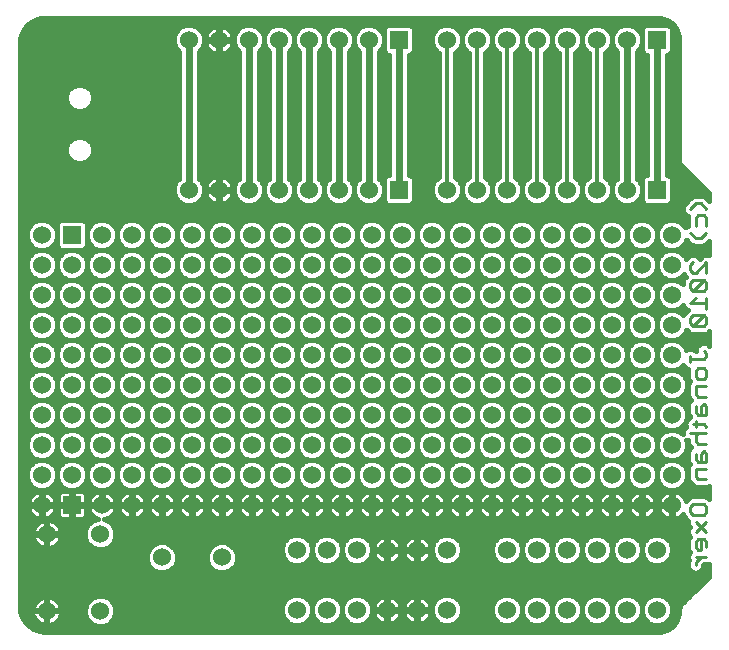
<source format=gbl>
G75*
G70*
%OFA0B0*%
%FSLAX24Y24*%
%IPPOS*%
%LPD*%
%AMOC8*
5,1,8,0,0,1.08239X$1,22.5*
%
%ADD10C,0.0100*%
%ADD11C,0.0600*%
%ADD12R,0.0600X0.0600*%
%ADD13C,0.0240*%
%ADD14C,0.0120*%
%ADD15C,0.0160*%
D10*
X023011Y003048D02*
X023011Y003138D01*
X023192Y003319D01*
X023372Y003319D02*
X023011Y003319D01*
X023102Y003548D02*
X023011Y003638D01*
X023011Y003818D01*
X023102Y003908D01*
X023282Y003908D01*
X023372Y003818D01*
X023372Y003638D01*
X023192Y003548D02*
X023192Y003908D01*
X023372Y004137D02*
X023011Y004497D01*
X022921Y004726D02*
X022831Y004816D01*
X022831Y004996D01*
X022921Y005086D01*
X023282Y005086D01*
X023372Y004996D01*
X023372Y004816D01*
X023282Y004726D01*
X022921Y004726D01*
X023372Y004497D02*
X023011Y004137D01*
X023102Y003548D02*
X023192Y003548D01*
X023102Y005905D02*
X023011Y005995D01*
X023011Y006265D01*
X023372Y006265D01*
X023372Y006494D02*
X023102Y006494D01*
X023011Y006584D01*
X023011Y006764D01*
X023192Y006764D02*
X023192Y006494D01*
X023372Y006494D02*
X023372Y006764D01*
X023282Y006854D01*
X023192Y006764D01*
X023102Y007083D02*
X023372Y007083D01*
X023102Y007083D02*
X023011Y007173D01*
X023011Y007354D01*
X023102Y007444D01*
X023011Y007656D02*
X023011Y007836D01*
X022921Y007746D02*
X023282Y007746D01*
X023372Y007656D01*
X023372Y007444D02*
X022831Y007444D01*
X023102Y008065D02*
X023372Y008065D01*
X023372Y008336D01*
X023282Y008426D01*
X023192Y008336D01*
X023192Y008065D01*
X023102Y008065D02*
X023011Y008156D01*
X023011Y008336D01*
X023102Y008655D02*
X023011Y008745D01*
X023011Y009015D01*
X023372Y009015D01*
X023282Y009244D02*
X023102Y009244D01*
X023011Y009334D01*
X023011Y009514D01*
X023102Y009604D01*
X023282Y009604D01*
X023372Y009514D01*
X023372Y009334D01*
X023282Y009244D01*
X023372Y008655D02*
X023102Y008655D01*
X022831Y009833D02*
X022831Y010014D01*
X022831Y009923D02*
X023282Y009923D01*
X023372Y010014D01*
X023372Y010104D01*
X023282Y010194D01*
X023282Y011012D02*
X022921Y011012D01*
X023282Y011372D01*
X023372Y011282D01*
X023372Y011102D01*
X023282Y011012D01*
X023282Y011372D02*
X022921Y011372D01*
X022831Y011282D01*
X022831Y011102D01*
X022921Y011012D01*
X023372Y011601D02*
X023372Y011961D01*
X023372Y011781D02*
X022831Y011781D01*
X023011Y011961D01*
X022921Y012191D02*
X023282Y012551D01*
X023372Y012461D01*
X023372Y012281D01*
X023282Y012191D01*
X022921Y012191D01*
X022831Y012281D01*
X022831Y012461D01*
X022921Y012551D01*
X023282Y012551D01*
X023372Y012780D02*
X023372Y013140D01*
X023011Y012780D01*
X022921Y012780D01*
X022831Y012870D01*
X022831Y013050D01*
X022921Y013140D01*
X023011Y013942D02*
X022831Y014122D01*
X023011Y013942D02*
X023192Y013942D01*
X023372Y014122D01*
X023372Y014351D02*
X023372Y014621D01*
X023282Y014711D01*
X023102Y014711D01*
X023011Y014621D01*
X023011Y014351D01*
X022831Y014924D02*
X023011Y015104D01*
X023192Y015104D01*
X023372Y014924D01*
X023372Y005905D02*
X023102Y005905D01*
D11*
X022222Y006054D03*
X022222Y005054D03*
X021222Y005054D03*
X020222Y005054D03*
X019222Y005054D03*
X018222Y005054D03*
X017222Y005054D03*
X016222Y005054D03*
X015222Y005054D03*
X014222Y005054D03*
X013222Y005054D03*
X012222Y005054D03*
X011222Y005054D03*
X010222Y005054D03*
X009222Y005054D03*
X008222Y005054D03*
X007222Y005054D03*
X006222Y005054D03*
X005222Y005054D03*
X004222Y005054D03*
X003222Y005054D03*
X003162Y004084D03*
X001382Y004084D03*
X001222Y005054D03*
X001222Y006054D03*
X002222Y006054D03*
X002222Y007054D03*
X001222Y007054D03*
X001222Y008054D03*
X002222Y008054D03*
X002222Y009054D03*
X001222Y009054D03*
X001222Y010054D03*
X002222Y010054D03*
X002222Y011054D03*
X001222Y011054D03*
X001222Y012054D03*
X002222Y012054D03*
X002222Y013054D03*
X001222Y013054D03*
X001222Y014054D03*
X003222Y014054D03*
X003222Y013054D03*
X003222Y012054D03*
X003222Y011054D03*
X003222Y010054D03*
X003222Y009054D03*
X003222Y008054D03*
X003222Y007054D03*
X003222Y006054D03*
X004222Y006054D03*
X005222Y006054D03*
X006222Y006054D03*
X007222Y006054D03*
X008222Y006054D03*
X009222Y006054D03*
X010222Y006054D03*
X011222Y006054D03*
X012222Y006054D03*
X013222Y006054D03*
X014222Y006054D03*
X015222Y006054D03*
X016222Y006054D03*
X017222Y006054D03*
X018222Y006054D03*
X019222Y006054D03*
X020222Y006054D03*
X021222Y006054D03*
X021222Y007054D03*
X022222Y007054D03*
X022222Y008054D03*
X021222Y008054D03*
X020222Y008054D03*
X020222Y007054D03*
X019222Y007054D03*
X018222Y007054D03*
X017222Y007054D03*
X016222Y007054D03*
X015222Y007054D03*
X014222Y007054D03*
X013222Y007054D03*
X012222Y007054D03*
X011222Y007054D03*
X010222Y007054D03*
X009222Y007054D03*
X008222Y007054D03*
X007222Y007054D03*
X006222Y007054D03*
X005222Y007054D03*
X004222Y007054D03*
X004222Y008054D03*
X005222Y008054D03*
X006222Y008054D03*
X007222Y008054D03*
X008222Y008054D03*
X009222Y008054D03*
X010222Y008054D03*
X011222Y008054D03*
X012222Y008054D03*
X013222Y008054D03*
X014222Y008054D03*
X015222Y008054D03*
X016222Y008054D03*
X017222Y008054D03*
X018222Y008054D03*
X019222Y008054D03*
X019222Y009054D03*
X020222Y009054D03*
X021222Y009054D03*
X022222Y009054D03*
X022222Y010054D03*
X021222Y010054D03*
X020222Y010054D03*
X019222Y010054D03*
X018222Y010054D03*
X018222Y009054D03*
X017222Y009054D03*
X016222Y009054D03*
X015222Y009054D03*
X014222Y009054D03*
X013222Y009054D03*
X012222Y009054D03*
X011222Y009054D03*
X010222Y009054D03*
X009222Y009054D03*
X008222Y009054D03*
X007222Y009054D03*
X006222Y009054D03*
X005222Y009054D03*
X004222Y009054D03*
X004222Y010054D03*
X005222Y010054D03*
X006222Y010054D03*
X007222Y010054D03*
X008222Y010054D03*
X009222Y010054D03*
X010222Y010054D03*
X011222Y010054D03*
X012222Y010054D03*
X013222Y010054D03*
X014222Y010054D03*
X015222Y010054D03*
X016222Y010054D03*
X017222Y010054D03*
X017222Y011054D03*
X018222Y011054D03*
X019222Y011054D03*
X020222Y011054D03*
X021222Y011054D03*
X022222Y011054D03*
X022222Y012054D03*
X021222Y012054D03*
X020222Y012054D03*
X019222Y012054D03*
X018222Y012054D03*
X017222Y012054D03*
X016222Y012054D03*
X016222Y011054D03*
X015222Y011054D03*
X014222Y011054D03*
X013222Y011054D03*
X012222Y011054D03*
X011222Y011054D03*
X010222Y011054D03*
X009222Y011054D03*
X008222Y011054D03*
X007222Y011054D03*
X006222Y011054D03*
X005222Y011054D03*
X004222Y011054D03*
X004222Y012054D03*
X005222Y012054D03*
X006222Y012054D03*
X007222Y012054D03*
X008222Y012054D03*
X009222Y012054D03*
X010222Y012054D03*
X011222Y012054D03*
X012222Y012054D03*
X013222Y012054D03*
X014222Y012054D03*
X015222Y012054D03*
X015222Y013054D03*
X016222Y013054D03*
X017222Y013054D03*
X018222Y013054D03*
X019222Y013054D03*
X020222Y013054D03*
X021222Y013054D03*
X022222Y013054D03*
X022222Y014054D03*
X021222Y014054D03*
X020222Y014054D03*
X019222Y014054D03*
X018222Y014054D03*
X017222Y014054D03*
X016222Y014054D03*
X015222Y014054D03*
X014222Y014054D03*
X014222Y013054D03*
X013222Y013054D03*
X012222Y013054D03*
X011222Y013054D03*
X010222Y013054D03*
X009222Y013054D03*
X008222Y013054D03*
X007222Y013054D03*
X006222Y013054D03*
X005222Y013054D03*
X004222Y013054D03*
X004222Y014054D03*
X005222Y014054D03*
X006222Y014054D03*
X007222Y014054D03*
X008222Y014054D03*
X009222Y014054D03*
X010222Y014054D03*
X011222Y014054D03*
X012222Y014054D03*
X013222Y014054D03*
X012122Y015554D03*
X011122Y015554D03*
X010122Y015554D03*
X009122Y015554D03*
X008122Y015554D03*
X007122Y015554D03*
X006122Y015554D03*
X006122Y020554D03*
X007122Y020554D03*
X008122Y020554D03*
X009122Y020554D03*
X010122Y020554D03*
X011122Y020554D03*
X012122Y020554D03*
X014722Y020554D03*
X015722Y020554D03*
X016722Y020554D03*
X017722Y020554D03*
X018722Y020554D03*
X019722Y020554D03*
X020722Y020554D03*
X020722Y015554D03*
X019722Y015554D03*
X018722Y015554D03*
X017722Y015554D03*
X016722Y015554D03*
X015722Y015554D03*
X014722Y015554D03*
X014722Y003554D03*
X013722Y003554D03*
X012722Y003554D03*
X011722Y003554D03*
X010722Y003554D03*
X009722Y003554D03*
X009722Y001554D03*
X010722Y001554D03*
X011722Y001554D03*
X012722Y001554D03*
X013722Y001554D03*
X014722Y001554D03*
X016722Y001554D03*
X017722Y001554D03*
X018722Y001554D03*
X019722Y001554D03*
X020722Y001554D03*
X021722Y001554D03*
X021722Y003554D03*
X020722Y003554D03*
X019722Y003554D03*
X018722Y003554D03*
X017722Y003554D03*
X016722Y003554D03*
X007222Y003304D03*
X005222Y003304D03*
X003162Y001524D03*
X001382Y001524D03*
D12*
X002222Y005054D03*
X002222Y014054D03*
X013122Y015554D03*
X013122Y020554D03*
X021722Y020554D03*
X021722Y015554D03*
D13*
X021722Y020554D01*
X020722Y020554D02*
X020722Y015554D01*
X013122Y015554D02*
X013122Y020554D01*
X012122Y020554D02*
X012122Y015554D01*
X011122Y015554D02*
X011122Y020554D01*
X010122Y020554D02*
X010122Y015554D01*
X009122Y015554D02*
X009122Y020554D01*
X008122Y020554D02*
X008122Y015554D01*
X006122Y015554D02*
X006122Y020554D01*
D14*
X014722Y020554D02*
X014722Y015554D01*
X015722Y015554D02*
X015722Y020554D01*
X016722Y020554D02*
X016722Y015554D01*
X017722Y015554D02*
X017722Y020554D01*
X018722Y020554D02*
X018722Y015554D01*
X019722Y015554D02*
X019722Y020554D01*
D15*
X000926Y000928D02*
X000739Y001071D01*
X000595Y001258D01*
X000503Y001475D01*
X000482Y001578D01*
X000482Y020530D01*
X000503Y020633D01*
X000595Y020850D01*
X000739Y021037D01*
X000926Y021181D01*
X001143Y021273D01*
X001246Y021294D01*
X021722Y021294D01*
X021837Y021285D01*
X022058Y021214D01*
X022245Y021078D01*
X022381Y020890D01*
X022453Y020670D01*
X022462Y020554D01*
X022462Y020513D01*
X022462Y020503D01*
X022462Y016503D01*
X022501Y016407D01*
X022574Y016334D01*
X023462Y015447D01*
X023462Y015188D01*
X023404Y015246D01*
X023333Y015316D01*
X023241Y015354D01*
X023061Y015354D01*
X022962Y015354D01*
X022962Y015354D01*
X022936Y015343D01*
X022870Y015316D01*
X022619Y015066D01*
X022581Y014974D01*
X022581Y014874D01*
X022619Y014783D01*
X022690Y014712D01*
X022765Y014681D01*
X022761Y014671D01*
X022761Y014572D01*
X022761Y014364D01*
X022690Y014334D01*
X022659Y014304D01*
X022646Y014338D01*
X022505Y014478D01*
X022321Y014554D01*
X022122Y014554D01*
X021939Y014478D01*
X021798Y014338D01*
X021722Y014154D01*
X021722Y013955D01*
X021646Y013771D01*
X021505Y013630D01*
X021321Y013554D01*
X021122Y013554D01*
X020939Y013478D01*
X020798Y013338D01*
X020722Y013154D01*
X020722Y012955D01*
X020646Y012771D01*
X020505Y012630D01*
X020321Y012554D01*
X020122Y012554D01*
X019939Y012478D01*
X019798Y012338D01*
X019722Y012154D01*
X019722Y011955D01*
X019798Y011771D01*
X019939Y011630D01*
X020122Y011554D01*
X019939Y011478D01*
X019798Y011338D01*
X019722Y011154D01*
X019722Y010955D01*
X019798Y010771D01*
X019939Y010630D01*
X020122Y010554D01*
X019939Y010478D01*
X019798Y010338D01*
X019722Y010154D01*
X019722Y009955D01*
X019798Y009771D01*
X019939Y009630D01*
X020122Y009554D01*
X019939Y009478D01*
X019798Y009338D01*
X019722Y009154D01*
X019722Y008955D01*
X019798Y008771D01*
X019939Y008630D01*
X020122Y008554D01*
X019939Y008478D01*
X019798Y008338D01*
X019722Y008154D01*
X019722Y007955D01*
X019798Y007771D01*
X019939Y007630D01*
X020122Y007554D01*
X019939Y007478D01*
X019798Y007338D01*
X019722Y007154D01*
X019722Y006955D01*
X019798Y006771D01*
X019939Y006630D01*
X020122Y006554D01*
X019939Y006478D01*
X019798Y006338D01*
X019722Y006154D01*
X019722Y005955D01*
X019798Y005771D01*
X019939Y005630D01*
X020122Y005554D01*
X020321Y005554D01*
X020505Y005630D01*
X020646Y005771D01*
X020722Y005955D01*
X020722Y006154D01*
X020722Y005955D01*
X020798Y005771D01*
X020939Y005630D01*
X021122Y005554D01*
X021321Y005554D01*
X021505Y005630D01*
X021646Y005771D01*
X021722Y005955D01*
X021722Y006154D01*
X021722Y005955D01*
X021798Y005771D01*
X021939Y005630D01*
X022122Y005554D01*
X022321Y005554D01*
X022505Y005630D01*
X022646Y005771D01*
X022722Y005955D01*
X022722Y006154D01*
X022646Y006338D01*
X022505Y006478D01*
X022321Y006554D01*
X022122Y006554D01*
X021939Y006478D01*
X021798Y006338D01*
X021722Y006154D01*
X021646Y006338D01*
X021505Y006478D01*
X021321Y006554D01*
X021122Y006554D01*
X020939Y006478D01*
X020798Y006338D01*
X020722Y006154D01*
X020646Y006338D01*
X020505Y006478D01*
X020321Y006554D01*
X020122Y006554D01*
X020321Y006554D01*
X020505Y006630D01*
X020646Y006771D01*
X020722Y006955D01*
X020722Y007154D01*
X020722Y006955D01*
X020798Y006771D01*
X020939Y006630D01*
X021122Y006554D01*
X021321Y006554D01*
X021505Y006630D01*
X021646Y006771D01*
X021722Y006955D01*
X021722Y007154D01*
X021722Y006955D01*
X021798Y006771D01*
X021939Y006630D01*
X022122Y006554D01*
X022321Y006554D01*
X022505Y006630D01*
X022646Y006771D01*
X022722Y006955D01*
X022722Y007154D01*
X022689Y007232D01*
X022690Y007232D01*
X022761Y007202D01*
X022761Y007124D01*
X022800Y007032D01*
X022863Y006969D01*
X022800Y006906D01*
X022761Y006814D01*
X022761Y006634D01*
X022761Y006534D01*
X022800Y006443D01*
X022818Y006425D01*
X022800Y006407D01*
X022761Y006315D01*
X022761Y006045D01*
X022761Y005945D01*
X022800Y005853D01*
X022890Y005763D01*
X022960Y005693D01*
X023052Y005655D01*
X023421Y005655D01*
X023462Y005671D01*
X023462Y005260D01*
X023423Y005298D01*
X023331Y005336D01*
X023232Y005336D01*
X022872Y005336D01*
X022833Y005320D01*
X022780Y005298D01*
X022779Y005298D01*
X022681Y005200D01*
X022629Y005326D01*
X022494Y005461D01*
X022317Y005534D01*
X022242Y005534D01*
X022242Y005075D01*
X022202Y005075D01*
X022202Y005534D01*
X022126Y005534D01*
X021950Y005461D01*
X021815Y005326D01*
X021742Y005150D01*
X021742Y005074D01*
X022201Y005074D01*
X022201Y005034D01*
X021742Y005034D01*
X021742Y004959D01*
X021815Y004782D01*
X021950Y004647D01*
X022126Y004574D01*
X022202Y004574D01*
X022202Y005034D01*
X022242Y005034D01*
X022242Y004574D01*
X022317Y004574D01*
X022494Y004647D01*
X022591Y004744D01*
X022619Y004675D01*
X022761Y004533D01*
X022761Y004447D01*
X022800Y004356D01*
X022838Y004317D01*
X022800Y004278D01*
X022761Y004187D01*
X022761Y004087D01*
X022800Y003995D01*
X022817Y003977D01*
X022800Y003959D01*
X022761Y003868D01*
X022761Y003868D01*
X022761Y003687D01*
X022761Y003588D01*
X022800Y003496D01*
X022818Y003478D01*
X022800Y003460D01*
X022761Y003368D01*
X022761Y003269D01*
X022778Y003229D01*
X022761Y003188D01*
X022761Y002999D01*
X022800Y002907D01*
X022870Y002836D01*
X022962Y002798D01*
X023061Y002798D01*
X023153Y002836D01*
X023223Y002907D01*
X023261Y002999D01*
X023261Y003035D01*
X023295Y003069D01*
X023421Y003069D01*
X023462Y003085D01*
X023462Y002662D01*
X022501Y001702D01*
X022462Y001606D01*
X022462Y001554D01*
X022453Y001439D01*
X022381Y001218D01*
X022245Y001031D01*
X022058Y000895D01*
X021837Y000823D01*
X021722Y000814D01*
X021694Y000814D01*
X021670Y000814D01*
X001246Y000814D01*
X001143Y000836D01*
X000926Y000928D01*
X001059Y000871D02*
X021985Y000871D01*
X021821Y001054D02*
X021622Y001054D01*
X021439Y001130D01*
X021298Y001271D01*
X021222Y001455D01*
X021146Y001271D01*
X021005Y001130D01*
X020821Y001054D01*
X020622Y001054D01*
X020439Y001130D01*
X020298Y001271D01*
X020222Y001455D01*
X020146Y001271D01*
X020005Y001130D01*
X019821Y001054D01*
X019622Y001054D01*
X019439Y001130D01*
X019298Y001271D01*
X019222Y001455D01*
X019146Y001271D01*
X019005Y001130D01*
X018821Y001054D01*
X018622Y001054D01*
X018439Y001130D01*
X018298Y001271D01*
X018222Y001455D01*
X018146Y001271D01*
X018005Y001130D01*
X017821Y001054D01*
X017622Y001054D01*
X017439Y001130D01*
X017298Y001271D01*
X017222Y001455D01*
X017146Y001271D01*
X017005Y001130D01*
X016821Y001054D01*
X016622Y001054D01*
X016439Y001130D01*
X016298Y001271D01*
X016222Y001455D01*
X016222Y001654D01*
X016298Y001838D01*
X016439Y001978D01*
X016622Y002054D01*
X016821Y002054D01*
X017005Y001978D01*
X017146Y001838D01*
X017222Y001654D01*
X017222Y001455D01*
X017222Y001654D01*
X017298Y001838D01*
X017439Y001978D01*
X017622Y002054D01*
X017821Y002054D01*
X018005Y001978D01*
X018146Y001838D01*
X018222Y001654D01*
X018222Y001455D01*
X018222Y001654D01*
X018298Y001838D01*
X018439Y001978D01*
X018622Y002054D01*
X018821Y002054D01*
X019005Y001978D01*
X019146Y001838D01*
X019222Y001654D01*
X019222Y001455D01*
X019222Y001654D01*
X019298Y001838D01*
X019439Y001978D01*
X019622Y002054D01*
X019821Y002054D01*
X020005Y001978D01*
X020146Y001838D01*
X020222Y001654D01*
X020222Y001455D01*
X020222Y001654D01*
X020298Y001838D01*
X020439Y001978D01*
X020622Y002054D01*
X020821Y002054D01*
X021005Y001978D01*
X021146Y001838D01*
X021222Y001654D01*
X021222Y001455D01*
X021222Y001654D01*
X021298Y001838D01*
X021439Y001978D01*
X021622Y002054D01*
X021821Y002054D01*
X022005Y001978D01*
X022146Y001838D01*
X022222Y001654D01*
X022222Y001455D01*
X022146Y001271D01*
X022005Y001130D01*
X021821Y001054D01*
X022063Y001189D02*
X022359Y001189D01*
X022423Y001347D02*
X022177Y001347D01*
X022222Y001506D02*
X022458Y001506D01*
X022486Y001664D02*
X022217Y001664D01*
X022152Y001823D02*
X022622Y001823D01*
X022781Y001981D02*
X021998Y001981D01*
X021446Y001981D02*
X020998Y001981D01*
X021152Y001823D02*
X021292Y001823D01*
X021226Y001664D02*
X021217Y001664D01*
X021222Y001506D02*
X021222Y001506D01*
X021266Y001347D02*
X021177Y001347D01*
X021063Y001189D02*
X021380Y001189D01*
X022243Y001030D02*
X003275Y001030D01*
X003261Y001024D02*
X003445Y001100D01*
X003586Y001241D01*
X003662Y001425D01*
X003662Y001624D01*
X003586Y001808D01*
X003445Y001948D01*
X003261Y002024D01*
X003062Y002024D01*
X002879Y001948D01*
X002738Y001808D01*
X002662Y001624D01*
X002662Y001425D01*
X002738Y001241D01*
X002879Y001100D01*
X003062Y001024D01*
X003261Y001024D01*
X003049Y001030D02*
X000793Y001030D01*
X000649Y001189D02*
X001039Y001189D01*
X000975Y001252D02*
X001110Y001117D01*
X001286Y001044D01*
X001362Y001044D01*
X001362Y001504D01*
X001402Y001504D01*
X001402Y001544D01*
X001862Y001544D01*
X001862Y001620D01*
X001789Y001796D01*
X001654Y001931D01*
X001477Y002004D01*
X001402Y002004D01*
X001402Y001545D01*
X001362Y001545D01*
X001362Y002004D01*
X001286Y002004D01*
X001110Y001931D01*
X000975Y001796D01*
X000902Y001620D01*
X000902Y001544D01*
X001361Y001544D01*
X001361Y001504D01*
X000902Y001504D01*
X000902Y001429D01*
X000975Y001252D01*
X000936Y001347D02*
X000557Y001347D01*
X000497Y001506D02*
X001361Y001506D01*
X001402Y001504D02*
X001402Y001044D01*
X001477Y001044D01*
X001654Y001117D01*
X001789Y001252D01*
X001862Y001429D01*
X001862Y001504D01*
X001402Y001504D01*
X001402Y001506D02*
X002662Y001506D01*
X002678Y001664D02*
X001843Y001664D01*
X001762Y001823D02*
X002753Y001823D01*
X002958Y001981D02*
X001533Y001981D01*
X001402Y001981D02*
X001362Y001981D01*
X001231Y001981D02*
X000482Y001981D01*
X000482Y001823D02*
X001001Y001823D01*
X000920Y001664D02*
X000482Y001664D01*
X000482Y002140D02*
X022939Y002140D01*
X023098Y002298D02*
X000482Y002298D01*
X000482Y002457D02*
X023257Y002457D01*
X023415Y002615D02*
X000482Y002615D01*
X000482Y002774D02*
X023462Y002774D01*
X023462Y002932D02*
X023234Y002932D01*
X022789Y002932D02*
X007557Y002932D01*
X007505Y002880D02*
X007646Y003021D01*
X007722Y003205D01*
X007722Y003404D01*
X007646Y003588D01*
X007505Y003728D01*
X007321Y003804D01*
X007122Y003804D01*
X006939Y003728D01*
X006798Y003588D01*
X006722Y003404D01*
X006722Y003205D01*
X006798Y003021D01*
X006939Y002880D01*
X007122Y002804D01*
X007321Y002804D01*
X007505Y002880D01*
X007675Y003091D02*
X009534Y003091D01*
X009622Y003054D02*
X009821Y003054D01*
X010005Y003130D01*
X010146Y003271D01*
X010222Y003455D01*
X010222Y003654D01*
X010222Y003455D01*
X010298Y003271D01*
X010439Y003130D01*
X010622Y003054D01*
X010821Y003054D01*
X011005Y003130D01*
X011146Y003271D01*
X011222Y003455D01*
X011222Y003654D01*
X011222Y003455D01*
X011298Y003271D01*
X011439Y003130D01*
X011622Y003054D01*
X011821Y003054D01*
X012005Y003130D01*
X012146Y003271D01*
X012222Y003455D01*
X012222Y003654D01*
X012146Y003838D01*
X012005Y003978D01*
X011821Y004054D01*
X011622Y004054D01*
X011439Y003978D01*
X011298Y003838D01*
X011222Y003654D01*
X011146Y003838D01*
X011005Y003978D01*
X010821Y004054D01*
X010622Y004054D01*
X010439Y003978D01*
X010298Y003838D01*
X010222Y003654D01*
X010146Y003838D01*
X010005Y003978D01*
X009821Y004054D01*
X009622Y004054D01*
X009439Y003978D01*
X009298Y003838D01*
X009222Y003654D01*
X009222Y003455D01*
X009298Y003271D01*
X009439Y003130D01*
X009622Y003054D01*
X009319Y003250D02*
X007722Y003250D01*
X007720Y003408D02*
X009241Y003408D01*
X009222Y003567D02*
X007654Y003567D01*
X007508Y003725D02*
X009251Y003725D01*
X009344Y003884D02*
X003620Y003884D01*
X003586Y003801D02*
X003662Y003985D01*
X003662Y004184D01*
X003586Y004368D01*
X003445Y004508D01*
X003285Y004574D01*
X003317Y004574D01*
X003494Y004647D01*
X003629Y004782D01*
X003702Y004959D01*
X003702Y005034D01*
X003242Y005034D01*
X003242Y005074D01*
X003702Y005074D01*
X003702Y005150D01*
X003629Y005326D01*
X003494Y005461D01*
X003317Y005534D01*
X003242Y005534D01*
X003242Y005075D01*
X003202Y005075D01*
X003202Y005534D01*
X003126Y005534D01*
X002950Y005461D01*
X002815Y005326D01*
X002742Y005150D01*
X002742Y005074D01*
X003201Y005074D01*
X003201Y005034D01*
X002742Y005034D01*
X002742Y004959D01*
X002815Y004782D01*
X002950Y004647D01*
X003102Y004584D01*
X003062Y004584D01*
X002879Y004508D01*
X002738Y004368D01*
X002662Y004184D01*
X002662Y003985D01*
X002738Y003801D01*
X002879Y003660D01*
X003062Y003584D01*
X003261Y003584D01*
X003445Y003660D01*
X003586Y003801D01*
X003510Y003725D02*
X004936Y003725D01*
X004939Y003728D02*
X004798Y003588D01*
X004722Y003404D01*
X004722Y003205D01*
X004798Y003021D01*
X004939Y002880D01*
X005122Y002804D01*
X005321Y002804D01*
X005505Y002880D01*
X005646Y003021D01*
X005722Y003205D01*
X005722Y003404D01*
X005646Y003588D01*
X005505Y003728D01*
X005321Y003804D01*
X005122Y003804D01*
X004939Y003728D01*
X004789Y003567D02*
X000482Y003567D01*
X000482Y003725D02*
X001062Y003725D01*
X001110Y003677D02*
X001286Y003604D01*
X001362Y003604D01*
X001362Y004064D01*
X001402Y004064D01*
X001402Y004104D01*
X001862Y004104D01*
X001862Y004180D01*
X001789Y004356D01*
X001654Y004491D01*
X001477Y004564D01*
X001402Y004564D01*
X001402Y004105D01*
X001362Y004105D01*
X001362Y004564D01*
X001286Y004564D01*
X001110Y004491D01*
X000975Y004356D01*
X000902Y004180D01*
X000902Y004104D01*
X001361Y004104D01*
X001361Y004064D01*
X000902Y004064D01*
X000902Y003989D01*
X000975Y003812D01*
X001110Y003677D01*
X001362Y003725D02*
X001402Y003725D01*
X001402Y003604D02*
X001477Y003604D01*
X001654Y003677D01*
X001789Y003812D01*
X001862Y003989D01*
X001862Y004064D01*
X001402Y004064D01*
X001402Y003604D01*
X001402Y003884D02*
X001362Y003884D01*
X001362Y004042D02*
X001402Y004042D01*
X001402Y004201D02*
X001362Y004201D01*
X001362Y004359D02*
X001402Y004359D01*
X001402Y004518D02*
X001362Y004518D01*
X001317Y004574D02*
X001494Y004647D01*
X001629Y004782D01*
X001702Y004959D01*
X001702Y005034D01*
X001242Y005034D01*
X001242Y005074D01*
X001702Y005074D01*
X001702Y005150D01*
X001629Y005326D01*
X001494Y005461D01*
X001317Y005534D01*
X001242Y005534D01*
X001242Y005075D01*
X001202Y005075D01*
X001202Y005534D01*
X001126Y005534D01*
X000950Y005461D01*
X000815Y005326D01*
X000742Y005150D01*
X000742Y005074D01*
X001201Y005074D01*
X001201Y005034D01*
X000742Y005034D01*
X000742Y004959D01*
X000815Y004782D01*
X000950Y004647D01*
X001126Y004574D01*
X001202Y004574D01*
X001202Y005034D01*
X001242Y005034D01*
X001242Y004574D01*
X001317Y004574D01*
X001242Y004676D02*
X001202Y004676D01*
X001202Y004835D02*
X001242Y004835D01*
X001242Y004994D02*
X001202Y004994D01*
X001202Y005152D02*
X001242Y005152D01*
X001242Y005311D02*
X001202Y005311D01*
X001202Y005469D02*
X001242Y005469D01*
X001321Y005554D02*
X001505Y005630D01*
X001646Y005771D01*
X001722Y005955D01*
X001798Y005771D01*
X001939Y005630D01*
X002122Y005554D01*
X002321Y005554D01*
X002505Y005630D01*
X002646Y005771D01*
X002722Y005955D01*
X002798Y005771D01*
X002939Y005630D01*
X003122Y005554D01*
X003321Y005554D01*
X003505Y005630D01*
X003646Y005771D01*
X003722Y005955D01*
X003798Y005771D01*
X003939Y005630D01*
X004122Y005554D01*
X004321Y005554D01*
X004505Y005630D01*
X004646Y005771D01*
X004722Y005955D01*
X004798Y005771D01*
X004939Y005630D01*
X005122Y005554D01*
X005321Y005554D01*
X005505Y005630D01*
X005646Y005771D01*
X005722Y005955D01*
X005798Y005771D01*
X005939Y005630D01*
X006122Y005554D01*
X006321Y005554D01*
X006505Y005630D01*
X006646Y005771D01*
X006722Y005955D01*
X006798Y005771D01*
X006939Y005630D01*
X007122Y005554D01*
X007321Y005554D01*
X007505Y005630D01*
X007646Y005771D01*
X007722Y005955D01*
X007798Y005771D01*
X007939Y005630D01*
X008122Y005554D01*
X008321Y005554D01*
X008505Y005630D01*
X008646Y005771D01*
X008722Y005955D01*
X008798Y005771D01*
X008939Y005630D01*
X009122Y005554D01*
X009321Y005554D01*
X009505Y005630D01*
X009646Y005771D01*
X009722Y005955D01*
X009798Y005771D01*
X009939Y005630D01*
X010122Y005554D01*
X010321Y005554D01*
X010505Y005630D01*
X010646Y005771D01*
X010722Y005955D01*
X010798Y005771D01*
X010939Y005630D01*
X011122Y005554D01*
X011321Y005554D01*
X011505Y005630D01*
X011646Y005771D01*
X011722Y005955D01*
X011798Y005771D01*
X011939Y005630D01*
X012122Y005554D01*
X012321Y005554D01*
X012505Y005630D01*
X012646Y005771D01*
X012722Y005955D01*
X012798Y005771D01*
X012939Y005630D01*
X013122Y005554D01*
X013321Y005554D01*
X013505Y005630D01*
X013646Y005771D01*
X013722Y005955D01*
X013798Y005771D01*
X013939Y005630D01*
X014122Y005554D01*
X014321Y005554D01*
X014505Y005630D01*
X014646Y005771D01*
X014722Y005955D01*
X014798Y005771D01*
X014939Y005630D01*
X015122Y005554D01*
X015321Y005554D01*
X015505Y005630D01*
X015646Y005771D01*
X015722Y005955D01*
X015798Y005771D01*
X015939Y005630D01*
X016122Y005554D01*
X016321Y005554D01*
X016505Y005630D01*
X016646Y005771D01*
X016722Y005955D01*
X016798Y005771D01*
X016939Y005630D01*
X017122Y005554D01*
X017321Y005554D01*
X017505Y005630D01*
X017646Y005771D01*
X017722Y005955D01*
X017798Y005771D01*
X017939Y005630D01*
X018122Y005554D01*
X018321Y005554D01*
X018505Y005630D01*
X018646Y005771D01*
X018722Y005955D01*
X018798Y005771D01*
X018939Y005630D01*
X019122Y005554D01*
X019321Y005554D01*
X019505Y005630D01*
X019646Y005771D01*
X019722Y005955D01*
X019722Y006154D01*
X019646Y006338D01*
X019505Y006478D01*
X019321Y006554D01*
X019122Y006554D01*
X018939Y006478D01*
X018798Y006338D01*
X018722Y006154D01*
X018722Y005955D01*
X018722Y006154D01*
X018646Y006338D01*
X018505Y006478D01*
X018321Y006554D01*
X018122Y006554D01*
X017939Y006478D01*
X017798Y006338D01*
X017722Y006154D01*
X017722Y005955D01*
X017722Y006154D01*
X017646Y006338D01*
X017505Y006478D01*
X017321Y006554D01*
X017122Y006554D01*
X016939Y006478D01*
X016798Y006338D01*
X016722Y006154D01*
X016722Y005955D01*
X016722Y006154D01*
X016646Y006338D01*
X016505Y006478D01*
X016321Y006554D01*
X016122Y006554D01*
X015939Y006478D01*
X015798Y006338D01*
X015722Y006154D01*
X015722Y005955D01*
X015722Y006154D01*
X015646Y006338D01*
X015505Y006478D01*
X015321Y006554D01*
X015122Y006554D01*
X014939Y006478D01*
X014798Y006338D01*
X014722Y006154D01*
X014722Y005955D01*
X014722Y006154D01*
X014646Y006338D01*
X014505Y006478D01*
X014321Y006554D01*
X014122Y006554D01*
X013939Y006478D01*
X013798Y006338D01*
X013722Y006154D01*
X013722Y005955D01*
X013722Y006154D01*
X013646Y006338D01*
X013505Y006478D01*
X013321Y006554D01*
X013122Y006554D01*
X012939Y006478D01*
X012798Y006338D01*
X012722Y006154D01*
X012722Y005955D01*
X012722Y006154D01*
X012646Y006338D01*
X012505Y006478D01*
X012321Y006554D01*
X012122Y006554D01*
X011939Y006478D01*
X011798Y006338D01*
X011722Y006154D01*
X011722Y005955D01*
X011722Y006154D01*
X011646Y006338D01*
X011505Y006478D01*
X011321Y006554D01*
X011122Y006554D01*
X010939Y006478D01*
X010798Y006338D01*
X010722Y006154D01*
X010722Y005955D01*
X010722Y006154D01*
X010646Y006338D01*
X010505Y006478D01*
X010321Y006554D01*
X010122Y006554D01*
X009939Y006478D01*
X009798Y006338D01*
X009722Y006154D01*
X009722Y005955D01*
X009722Y006154D01*
X009646Y006338D01*
X009505Y006478D01*
X009321Y006554D01*
X009122Y006554D01*
X008939Y006478D01*
X008798Y006338D01*
X008722Y006154D01*
X008722Y005955D01*
X008722Y006154D01*
X008646Y006338D01*
X008505Y006478D01*
X008321Y006554D01*
X008122Y006554D01*
X007939Y006478D01*
X007798Y006338D01*
X007722Y006154D01*
X007722Y005955D01*
X007722Y006154D01*
X007646Y006338D01*
X007505Y006478D01*
X007321Y006554D01*
X007122Y006554D01*
X006939Y006478D01*
X006798Y006338D01*
X006722Y006154D01*
X006722Y005955D01*
X006722Y006154D01*
X006646Y006338D01*
X006505Y006478D01*
X006321Y006554D01*
X006122Y006554D01*
X005939Y006478D01*
X005798Y006338D01*
X005722Y006154D01*
X005722Y005955D01*
X005722Y006154D01*
X005646Y006338D01*
X005505Y006478D01*
X005321Y006554D01*
X005122Y006554D01*
X004939Y006478D01*
X004798Y006338D01*
X004722Y006154D01*
X004722Y005955D01*
X004722Y006154D01*
X004646Y006338D01*
X004505Y006478D01*
X004321Y006554D01*
X004122Y006554D01*
X003939Y006478D01*
X003798Y006338D01*
X003722Y006154D01*
X003722Y005955D01*
X003722Y006154D01*
X003646Y006338D01*
X003505Y006478D01*
X003321Y006554D01*
X003122Y006554D01*
X002939Y006478D01*
X002798Y006338D01*
X002722Y006154D01*
X002722Y005955D01*
X002722Y006154D01*
X002646Y006338D01*
X002505Y006478D01*
X002321Y006554D01*
X002122Y006554D01*
X001939Y006478D01*
X001798Y006338D01*
X001722Y006154D01*
X001722Y005955D01*
X001722Y006154D01*
X001646Y006338D01*
X001505Y006478D01*
X001321Y006554D01*
X001122Y006554D01*
X000939Y006478D01*
X000798Y006338D01*
X000722Y006154D01*
X000722Y005955D01*
X000798Y005771D01*
X000939Y005630D01*
X001122Y005554D01*
X001321Y005554D01*
X001474Y005469D02*
X001782Y005469D01*
X001742Y005429D02*
X001742Y005074D01*
X002201Y005074D01*
X002201Y005034D01*
X001742Y005034D01*
X001742Y004680D01*
X001847Y004574D01*
X002202Y004574D01*
X002202Y005034D01*
X002242Y005034D01*
X002242Y005074D01*
X002702Y005074D01*
X002702Y005429D01*
X002596Y005534D01*
X002242Y005534D01*
X002242Y005075D01*
X002202Y005075D01*
X002202Y005534D01*
X001847Y005534D01*
X001742Y005429D01*
X001742Y005311D02*
X001635Y005311D01*
X001701Y005152D02*
X001742Y005152D01*
X001742Y004994D02*
X001702Y004994D01*
X001742Y004835D02*
X001650Y004835D01*
X001745Y004676D02*
X001523Y004676D01*
X001589Y004518D02*
X002902Y004518D01*
X002921Y004676D02*
X002698Y004676D01*
X002702Y004680D02*
X002702Y005034D01*
X002242Y005034D01*
X002242Y004574D01*
X002596Y004574D01*
X002702Y004680D01*
X002702Y004835D02*
X002793Y004835D01*
X002742Y004994D02*
X002702Y004994D01*
X002702Y005152D02*
X002743Y005152D01*
X002702Y005311D02*
X002808Y005311D01*
X002661Y005469D02*
X002969Y005469D01*
X002945Y005628D02*
X002498Y005628D01*
X002652Y005786D02*
X002792Y005786D01*
X002726Y005945D02*
X002718Y005945D01*
X002722Y006103D02*
X002722Y006103D01*
X002677Y006262D02*
X002767Y006262D01*
X002881Y006420D02*
X002563Y006420D01*
X002505Y006630D02*
X002646Y006771D01*
X002722Y006955D01*
X002798Y006771D01*
X002939Y006630D01*
X003122Y006554D01*
X003321Y006554D01*
X003505Y006630D01*
X003646Y006771D01*
X003722Y006955D01*
X003798Y006771D01*
X003939Y006630D01*
X004122Y006554D01*
X004321Y006554D01*
X004505Y006630D01*
X004646Y006771D01*
X004722Y006955D01*
X004798Y006771D01*
X004939Y006630D01*
X005122Y006554D01*
X005321Y006554D01*
X005505Y006630D01*
X005646Y006771D01*
X005722Y006955D01*
X005798Y006771D01*
X005939Y006630D01*
X006122Y006554D01*
X006321Y006554D01*
X006505Y006630D01*
X006646Y006771D01*
X006722Y006955D01*
X006798Y006771D01*
X006939Y006630D01*
X007122Y006554D01*
X007321Y006554D01*
X007505Y006630D01*
X007646Y006771D01*
X007722Y006955D01*
X007798Y006771D01*
X007939Y006630D01*
X008122Y006554D01*
X008321Y006554D01*
X008505Y006630D01*
X008646Y006771D01*
X008722Y006955D01*
X008798Y006771D01*
X008939Y006630D01*
X009122Y006554D01*
X009321Y006554D01*
X009505Y006630D01*
X009646Y006771D01*
X009722Y006955D01*
X009798Y006771D01*
X009939Y006630D01*
X010122Y006554D01*
X010321Y006554D01*
X010505Y006630D01*
X010646Y006771D01*
X010722Y006955D01*
X010798Y006771D01*
X010939Y006630D01*
X011122Y006554D01*
X011321Y006554D01*
X011505Y006630D01*
X011646Y006771D01*
X011722Y006955D01*
X011798Y006771D01*
X011939Y006630D01*
X012122Y006554D01*
X012321Y006554D01*
X012505Y006630D01*
X012646Y006771D01*
X012722Y006955D01*
X012798Y006771D01*
X012939Y006630D01*
X013122Y006554D01*
X013321Y006554D01*
X013505Y006630D01*
X013646Y006771D01*
X013722Y006955D01*
X013798Y006771D01*
X013939Y006630D01*
X014122Y006554D01*
X014321Y006554D01*
X014505Y006630D01*
X014646Y006771D01*
X014722Y006955D01*
X014798Y006771D01*
X014939Y006630D01*
X015122Y006554D01*
X015321Y006554D01*
X015505Y006630D01*
X015646Y006771D01*
X015722Y006955D01*
X015798Y006771D01*
X015939Y006630D01*
X016122Y006554D01*
X016321Y006554D01*
X016505Y006630D01*
X016646Y006771D01*
X016722Y006955D01*
X016798Y006771D01*
X016939Y006630D01*
X017122Y006554D01*
X017321Y006554D01*
X017505Y006630D01*
X017646Y006771D01*
X017722Y006955D01*
X017798Y006771D01*
X017939Y006630D01*
X018122Y006554D01*
X018321Y006554D01*
X018505Y006630D01*
X018646Y006771D01*
X018722Y006955D01*
X018798Y006771D01*
X018939Y006630D01*
X019122Y006554D01*
X019321Y006554D01*
X019505Y006630D01*
X019646Y006771D01*
X019722Y006955D01*
X019722Y007154D01*
X019646Y007338D01*
X019505Y007478D01*
X019321Y007554D01*
X019122Y007554D01*
X018939Y007478D01*
X018798Y007338D01*
X018722Y007154D01*
X018722Y006955D01*
X018722Y007154D01*
X018646Y007338D01*
X018505Y007478D01*
X018321Y007554D01*
X018122Y007554D01*
X017939Y007478D01*
X017798Y007338D01*
X017722Y007154D01*
X017722Y006955D01*
X017722Y007154D01*
X017646Y007338D01*
X017505Y007478D01*
X017321Y007554D01*
X017122Y007554D01*
X016939Y007478D01*
X016798Y007338D01*
X016722Y007154D01*
X016722Y006955D01*
X016722Y007154D01*
X016646Y007338D01*
X016505Y007478D01*
X016321Y007554D01*
X016122Y007554D01*
X015939Y007478D01*
X015798Y007338D01*
X015722Y007154D01*
X015722Y006955D01*
X015722Y007154D01*
X015646Y007338D01*
X015505Y007478D01*
X015321Y007554D01*
X015122Y007554D01*
X014939Y007478D01*
X014798Y007338D01*
X014722Y007154D01*
X014722Y006955D01*
X014722Y007154D01*
X014646Y007338D01*
X014505Y007478D01*
X014321Y007554D01*
X014122Y007554D01*
X013939Y007478D01*
X013798Y007338D01*
X013722Y007154D01*
X013722Y006955D01*
X013722Y007154D01*
X013646Y007338D01*
X013505Y007478D01*
X013321Y007554D01*
X013122Y007554D01*
X012939Y007478D01*
X012798Y007338D01*
X012722Y007154D01*
X012722Y006955D01*
X012722Y007154D01*
X012646Y007338D01*
X012505Y007478D01*
X012321Y007554D01*
X012122Y007554D01*
X011939Y007478D01*
X011798Y007338D01*
X011722Y007154D01*
X011722Y006955D01*
X011722Y007154D01*
X011646Y007338D01*
X011505Y007478D01*
X011321Y007554D01*
X011122Y007554D01*
X010939Y007478D01*
X010798Y007338D01*
X010722Y007154D01*
X010722Y006955D01*
X010722Y007154D01*
X010646Y007338D01*
X010505Y007478D01*
X010321Y007554D01*
X010122Y007554D01*
X009939Y007478D01*
X009798Y007338D01*
X009722Y007154D01*
X009722Y006955D01*
X009722Y007154D01*
X009646Y007338D01*
X009505Y007478D01*
X009321Y007554D01*
X009122Y007554D01*
X008939Y007478D01*
X008798Y007338D01*
X008722Y007154D01*
X008722Y006955D01*
X008722Y007154D01*
X008646Y007338D01*
X008505Y007478D01*
X008321Y007554D01*
X008122Y007554D01*
X007939Y007478D01*
X007798Y007338D01*
X007722Y007154D01*
X007722Y006955D01*
X007722Y007154D01*
X007646Y007338D01*
X007505Y007478D01*
X007321Y007554D01*
X007122Y007554D01*
X006939Y007478D01*
X006798Y007338D01*
X006722Y007154D01*
X006722Y006955D01*
X006722Y007154D01*
X006646Y007338D01*
X006505Y007478D01*
X006321Y007554D01*
X006122Y007554D01*
X005939Y007478D01*
X005798Y007338D01*
X005722Y007154D01*
X005722Y006955D01*
X005722Y007154D01*
X005646Y007338D01*
X005505Y007478D01*
X005321Y007554D01*
X005122Y007554D01*
X004939Y007478D01*
X004798Y007338D01*
X004722Y007154D01*
X004722Y006955D01*
X004722Y007154D01*
X004646Y007338D01*
X004505Y007478D01*
X004321Y007554D01*
X004122Y007554D01*
X003939Y007478D01*
X003798Y007338D01*
X003722Y007154D01*
X003722Y006955D01*
X003722Y007154D01*
X003646Y007338D01*
X003505Y007478D01*
X003321Y007554D01*
X003122Y007554D01*
X002939Y007478D01*
X002798Y007338D01*
X002722Y007154D01*
X002722Y006955D01*
X002722Y007154D01*
X002646Y007338D01*
X002505Y007478D01*
X002321Y007554D01*
X002122Y007554D01*
X001939Y007478D01*
X001798Y007338D01*
X001722Y007154D01*
X001722Y006955D01*
X001798Y006771D01*
X001939Y006630D01*
X002122Y006554D01*
X002321Y006554D01*
X002505Y006630D01*
X002381Y006579D02*
X003063Y006579D01*
X002831Y006738D02*
X002612Y006738D01*
X002697Y006896D02*
X002746Y006896D01*
X002722Y007055D02*
X002722Y007055D01*
X002697Y007213D02*
X002746Y007213D01*
X002832Y007372D02*
X002611Y007372D01*
X002505Y007630D02*
X002646Y007771D01*
X002722Y007955D01*
X002798Y007771D01*
X002939Y007630D01*
X003122Y007554D01*
X003321Y007554D01*
X003505Y007630D01*
X003646Y007771D01*
X003722Y007955D01*
X003798Y007771D01*
X003939Y007630D01*
X004122Y007554D01*
X004321Y007554D01*
X004505Y007630D01*
X004646Y007771D01*
X004722Y007955D01*
X004798Y007771D01*
X004939Y007630D01*
X005122Y007554D01*
X005321Y007554D01*
X005505Y007630D01*
X005646Y007771D01*
X005722Y007955D01*
X005798Y007771D01*
X005939Y007630D01*
X006122Y007554D01*
X006321Y007554D01*
X006505Y007630D01*
X006646Y007771D01*
X006722Y007955D01*
X006798Y007771D01*
X006939Y007630D01*
X007122Y007554D01*
X007321Y007554D01*
X007505Y007630D01*
X007646Y007771D01*
X007722Y007955D01*
X007798Y007771D01*
X007939Y007630D01*
X008122Y007554D01*
X008321Y007554D01*
X008505Y007630D01*
X008646Y007771D01*
X008722Y007955D01*
X008798Y007771D01*
X008939Y007630D01*
X009122Y007554D01*
X009321Y007554D01*
X009505Y007630D01*
X009646Y007771D01*
X009722Y007955D01*
X009798Y007771D01*
X009939Y007630D01*
X010122Y007554D01*
X010321Y007554D01*
X010505Y007630D01*
X010646Y007771D01*
X010722Y007955D01*
X010798Y007771D01*
X010939Y007630D01*
X011122Y007554D01*
X011321Y007554D01*
X011505Y007630D01*
X011646Y007771D01*
X011722Y007955D01*
X011798Y007771D01*
X011939Y007630D01*
X012122Y007554D01*
X012321Y007554D01*
X012505Y007630D01*
X012646Y007771D01*
X012722Y007955D01*
X012798Y007771D01*
X012939Y007630D01*
X013122Y007554D01*
X013321Y007554D01*
X013505Y007630D01*
X013646Y007771D01*
X013722Y007955D01*
X013798Y007771D01*
X013939Y007630D01*
X014122Y007554D01*
X014321Y007554D01*
X014505Y007630D01*
X014646Y007771D01*
X014722Y007955D01*
X014798Y007771D01*
X014939Y007630D01*
X015122Y007554D01*
X015321Y007554D01*
X015505Y007630D01*
X015646Y007771D01*
X015722Y007955D01*
X015798Y007771D01*
X015939Y007630D01*
X016122Y007554D01*
X016321Y007554D01*
X016505Y007630D01*
X016646Y007771D01*
X016722Y007955D01*
X016798Y007771D01*
X016939Y007630D01*
X017122Y007554D01*
X017321Y007554D01*
X017505Y007630D01*
X017646Y007771D01*
X017722Y007955D01*
X017798Y007771D01*
X017939Y007630D01*
X018122Y007554D01*
X018321Y007554D01*
X018505Y007630D01*
X018646Y007771D01*
X018722Y007955D01*
X018798Y007771D01*
X018939Y007630D01*
X019122Y007554D01*
X019321Y007554D01*
X019505Y007630D01*
X019646Y007771D01*
X019722Y007955D01*
X019722Y008154D01*
X019646Y008338D01*
X019505Y008478D01*
X019321Y008554D01*
X019122Y008554D01*
X018939Y008478D01*
X018798Y008338D01*
X018722Y008154D01*
X018722Y007955D01*
X018722Y008154D01*
X018646Y008338D01*
X018505Y008478D01*
X018321Y008554D01*
X018122Y008554D01*
X017939Y008478D01*
X017798Y008338D01*
X017722Y008154D01*
X017722Y007955D01*
X017722Y008154D01*
X017646Y008338D01*
X017505Y008478D01*
X017321Y008554D01*
X017122Y008554D01*
X016939Y008478D01*
X016798Y008338D01*
X016722Y008154D01*
X016722Y007955D01*
X016722Y008154D01*
X016646Y008338D01*
X016505Y008478D01*
X016321Y008554D01*
X016122Y008554D01*
X015939Y008478D01*
X015798Y008338D01*
X015722Y008154D01*
X015722Y007955D01*
X015722Y008154D01*
X015646Y008338D01*
X015505Y008478D01*
X015321Y008554D01*
X015122Y008554D01*
X014939Y008478D01*
X014798Y008338D01*
X014722Y008154D01*
X014722Y007955D01*
X014722Y008154D01*
X014646Y008338D01*
X014505Y008478D01*
X014321Y008554D01*
X014122Y008554D01*
X013939Y008478D01*
X013798Y008338D01*
X013722Y008154D01*
X013722Y007955D01*
X013722Y008154D01*
X013646Y008338D01*
X013505Y008478D01*
X013321Y008554D01*
X013122Y008554D01*
X012939Y008478D01*
X012798Y008338D01*
X012722Y008154D01*
X012722Y007955D01*
X012722Y008154D01*
X012646Y008338D01*
X012505Y008478D01*
X012321Y008554D01*
X012122Y008554D01*
X011939Y008478D01*
X011798Y008338D01*
X011722Y008154D01*
X011722Y007955D01*
X011722Y008154D01*
X011646Y008338D01*
X011505Y008478D01*
X011321Y008554D01*
X011122Y008554D01*
X010939Y008478D01*
X010798Y008338D01*
X010722Y008154D01*
X010722Y007955D01*
X010722Y008154D01*
X010646Y008338D01*
X010505Y008478D01*
X010321Y008554D01*
X010122Y008554D01*
X009939Y008478D01*
X009798Y008338D01*
X009722Y008154D01*
X009722Y007955D01*
X009722Y008154D01*
X009646Y008338D01*
X009505Y008478D01*
X009321Y008554D01*
X009122Y008554D01*
X008939Y008478D01*
X008798Y008338D01*
X008722Y008154D01*
X008722Y007955D01*
X008722Y008154D01*
X008646Y008338D01*
X008505Y008478D01*
X008321Y008554D01*
X008122Y008554D01*
X007939Y008478D01*
X007798Y008338D01*
X007722Y008154D01*
X007722Y007955D01*
X007722Y008154D01*
X007646Y008338D01*
X007505Y008478D01*
X007321Y008554D01*
X007122Y008554D01*
X006939Y008478D01*
X006798Y008338D01*
X006722Y008154D01*
X006722Y007955D01*
X006722Y008154D01*
X006646Y008338D01*
X006505Y008478D01*
X006321Y008554D01*
X006122Y008554D01*
X005939Y008478D01*
X005798Y008338D01*
X005722Y008154D01*
X005722Y007955D01*
X005722Y008154D01*
X005646Y008338D01*
X005505Y008478D01*
X005321Y008554D01*
X005122Y008554D01*
X004939Y008478D01*
X004798Y008338D01*
X004722Y008154D01*
X004722Y007955D01*
X004722Y008154D01*
X004646Y008338D01*
X004505Y008478D01*
X004321Y008554D01*
X004122Y008554D01*
X003939Y008478D01*
X003798Y008338D01*
X003722Y008154D01*
X003722Y007955D01*
X003722Y008154D01*
X003646Y008338D01*
X003505Y008478D01*
X003321Y008554D01*
X003122Y008554D01*
X002939Y008478D01*
X002798Y008338D01*
X002722Y008154D01*
X002722Y007955D01*
X002722Y008154D01*
X002646Y008338D01*
X002505Y008478D01*
X002321Y008554D01*
X002122Y008554D01*
X001939Y008478D01*
X001798Y008338D01*
X001722Y008154D01*
X001722Y007955D01*
X001798Y007771D01*
X001939Y007630D01*
X002122Y007554D01*
X002321Y007554D01*
X002505Y007630D01*
X002563Y007689D02*
X002880Y007689D01*
X002766Y007847D02*
X002677Y007847D01*
X002722Y008006D02*
X002722Y008006D01*
X002717Y008164D02*
X002726Y008164D01*
X002792Y008323D02*
X002652Y008323D01*
X002497Y008481D02*
X002946Y008481D01*
X002939Y008630D02*
X003122Y008554D01*
X003321Y008554D01*
X003505Y008630D01*
X003646Y008771D01*
X003722Y008955D01*
X003798Y008771D01*
X003939Y008630D01*
X004122Y008554D01*
X004321Y008554D01*
X004505Y008630D01*
X004646Y008771D01*
X004722Y008955D01*
X004798Y008771D01*
X004939Y008630D01*
X005122Y008554D01*
X005321Y008554D01*
X005505Y008630D01*
X005646Y008771D01*
X005722Y008955D01*
X005798Y008771D01*
X005939Y008630D01*
X006122Y008554D01*
X006321Y008554D01*
X006505Y008630D01*
X006646Y008771D01*
X006722Y008955D01*
X006798Y008771D01*
X006939Y008630D01*
X007122Y008554D01*
X007321Y008554D01*
X007505Y008630D01*
X007646Y008771D01*
X007722Y008955D01*
X007798Y008771D01*
X007939Y008630D01*
X008122Y008554D01*
X008321Y008554D01*
X008505Y008630D01*
X008646Y008771D01*
X008722Y008955D01*
X008798Y008771D01*
X008939Y008630D01*
X009122Y008554D01*
X009321Y008554D01*
X009505Y008630D01*
X009646Y008771D01*
X009722Y008955D01*
X009798Y008771D01*
X009939Y008630D01*
X010122Y008554D01*
X010321Y008554D01*
X010505Y008630D01*
X010646Y008771D01*
X010722Y008955D01*
X010798Y008771D01*
X010939Y008630D01*
X011122Y008554D01*
X011321Y008554D01*
X011505Y008630D01*
X011646Y008771D01*
X011722Y008955D01*
X011798Y008771D01*
X011939Y008630D01*
X012122Y008554D01*
X012321Y008554D01*
X012505Y008630D01*
X012646Y008771D01*
X012722Y008955D01*
X012798Y008771D01*
X012939Y008630D01*
X013122Y008554D01*
X013321Y008554D01*
X013505Y008630D01*
X013646Y008771D01*
X013722Y008955D01*
X013798Y008771D01*
X013939Y008630D01*
X014122Y008554D01*
X014321Y008554D01*
X014505Y008630D01*
X014646Y008771D01*
X014722Y008955D01*
X014798Y008771D01*
X014939Y008630D01*
X015122Y008554D01*
X015321Y008554D01*
X015505Y008630D01*
X015646Y008771D01*
X015722Y008955D01*
X015798Y008771D01*
X015939Y008630D01*
X016122Y008554D01*
X016321Y008554D01*
X016505Y008630D01*
X016646Y008771D01*
X016722Y008955D01*
X016798Y008771D01*
X016939Y008630D01*
X017122Y008554D01*
X017321Y008554D01*
X017505Y008630D01*
X017646Y008771D01*
X017722Y008955D01*
X017798Y008771D01*
X017939Y008630D01*
X018122Y008554D01*
X018321Y008554D01*
X018505Y008630D01*
X018646Y008771D01*
X018722Y008955D01*
X018798Y008771D01*
X018939Y008630D01*
X019122Y008554D01*
X019321Y008554D01*
X019505Y008630D01*
X019646Y008771D01*
X019722Y008955D01*
X019722Y009154D01*
X019646Y009338D01*
X019505Y009478D01*
X019321Y009554D01*
X019122Y009554D01*
X018939Y009478D01*
X018798Y009338D01*
X018722Y009154D01*
X018722Y008955D01*
X018722Y009154D01*
X018646Y009338D01*
X018505Y009478D01*
X018321Y009554D01*
X018122Y009554D01*
X017939Y009478D01*
X017798Y009338D01*
X017722Y009154D01*
X017722Y008955D01*
X017722Y009154D01*
X017646Y009338D01*
X017505Y009478D01*
X017321Y009554D01*
X017122Y009554D01*
X016939Y009478D01*
X016798Y009338D01*
X016722Y009154D01*
X016722Y008955D01*
X016722Y009154D01*
X016646Y009338D01*
X016505Y009478D01*
X016321Y009554D01*
X016122Y009554D01*
X015939Y009478D01*
X015798Y009338D01*
X015722Y009154D01*
X015722Y008955D01*
X015722Y009154D01*
X015646Y009338D01*
X015505Y009478D01*
X015321Y009554D01*
X015122Y009554D01*
X014939Y009478D01*
X014798Y009338D01*
X014722Y009154D01*
X014722Y008955D01*
X014722Y009154D01*
X014646Y009338D01*
X014505Y009478D01*
X014321Y009554D01*
X014122Y009554D01*
X013939Y009478D01*
X013798Y009338D01*
X013722Y009154D01*
X013722Y008955D01*
X013722Y009154D01*
X013646Y009338D01*
X013505Y009478D01*
X013321Y009554D01*
X013122Y009554D01*
X012939Y009478D01*
X012798Y009338D01*
X012722Y009154D01*
X012722Y008955D01*
X012722Y009154D01*
X012646Y009338D01*
X012505Y009478D01*
X012321Y009554D01*
X012122Y009554D01*
X011939Y009478D01*
X011798Y009338D01*
X011722Y009154D01*
X011722Y008955D01*
X011722Y009154D01*
X011646Y009338D01*
X011505Y009478D01*
X011321Y009554D01*
X011122Y009554D01*
X010939Y009478D01*
X010798Y009338D01*
X010722Y009154D01*
X010722Y008955D01*
X010722Y009154D01*
X010646Y009338D01*
X010505Y009478D01*
X010321Y009554D01*
X010122Y009554D01*
X009939Y009478D01*
X009798Y009338D01*
X009722Y009154D01*
X009722Y008955D01*
X009722Y009154D01*
X009646Y009338D01*
X009505Y009478D01*
X009321Y009554D01*
X009122Y009554D01*
X008939Y009478D01*
X008798Y009338D01*
X008722Y009154D01*
X008722Y008955D01*
X008722Y009154D01*
X008646Y009338D01*
X008505Y009478D01*
X008321Y009554D01*
X008122Y009554D01*
X007939Y009478D01*
X007798Y009338D01*
X007722Y009154D01*
X007722Y008955D01*
X007722Y009154D01*
X007646Y009338D01*
X007505Y009478D01*
X007321Y009554D01*
X007122Y009554D01*
X006939Y009478D01*
X006798Y009338D01*
X006722Y009154D01*
X006722Y008955D01*
X006722Y009154D01*
X006646Y009338D01*
X006505Y009478D01*
X006321Y009554D01*
X006122Y009554D01*
X005939Y009478D01*
X005798Y009338D01*
X005722Y009154D01*
X005722Y008955D01*
X005722Y009154D01*
X005646Y009338D01*
X005505Y009478D01*
X005321Y009554D01*
X005122Y009554D01*
X004939Y009478D01*
X004798Y009338D01*
X004722Y009154D01*
X004722Y008955D01*
X004722Y009154D01*
X004646Y009338D01*
X004505Y009478D01*
X004321Y009554D01*
X004122Y009554D01*
X003939Y009478D01*
X003798Y009338D01*
X003722Y009154D01*
X003722Y008955D01*
X003722Y009154D01*
X003646Y009338D01*
X003505Y009478D01*
X003321Y009554D01*
X003122Y009554D01*
X002939Y009478D01*
X002798Y009338D01*
X002722Y009154D01*
X002722Y008955D01*
X002798Y008771D01*
X002939Y008630D01*
X002929Y008640D02*
X002515Y008640D01*
X002505Y008630D02*
X002646Y008771D01*
X002722Y008955D01*
X002722Y009154D01*
X002646Y009338D01*
X002505Y009478D01*
X002321Y009554D01*
X002122Y009554D01*
X001939Y009478D01*
X001798Y009338D01*
X001722Y009154D01*
X001722Y008955D01*
X001798Y008771D01*
X001939Y008630D01*
X002122Y008554D01*
X002321Y008554D01*
X002505Y008630D01*
X002657Y008799D02*
X002786Y008799D01*
X002722Y008957D02*
X002722Y008957D01*
X002722Y009116D02*
X002722Y009116D01*
X002672Y009274D02*
X002772Y009274D01*
X002893Y009433D02*
X002550Y009433D01*
X002505Y009630D02*
X002646Y009771D01*
X002722Y009955D01*
X002798Y009771D01*
X002939Y009630D01*
X003122Y009554D01*
X003321Y009554D01*
X003505Y009630D01*
X003646Y009771D01*
X003722Y009955D01*
X003798Y009771D01*
X003939Y009630D01*
X004122Y009554D01*
X004321Y009554D01*
X004505Y009630D01*
X004646Y009771D01*
X004722Y009955D01*
X004798Y009771D01*
X004939Y009630D01*
X005122Y009554D01*
X005321Y009554D01*
X005505Y009630D01*
X005646Y009771D01*
X005722Y009955D01*
X005798Y009771D01*
X005939Y009630D01*
X006122Y009554D01*
X006321Y009554D01*
X006505Y009630D01*
X006646Y009771D01*
X006722Y009955D01*
X006798Y009771D01*
X006939Y009630D01*
X007122Y009554D01*
X007321Y009554D01*
X007505Y009630D01*
X007646Y009771D01*
X007722Y009955D01*
X007798Y009771D01*
X007939Y009630D01*
X008122Y009554D01*
X008321Y009554D01*
X008505Y009630D01*
X008646Y009771D01*
X008722Y009955D01*
X008798Y009771D01*
X008939Y009630D01*
X009122Y009554D01*
X009321Y009554D01*
X009505Y009630D01*
X009646Y009771D01*
X009722Y009955D01*
X009798Y009771D01*
X009939Y009630D01*
X010122Y009554D01*
X010321Y009554D01*
X010505Y009630D01*
X010646Y009771D01*
X010722Y009955D01*
X010798Y009771D01*
X010939Y009630D01*
X011122Y009554D01*
X011321Y009554D01*
X011505Y009630D01*
X011646Y009771D01*
X011722Y009955D01*
X011798Y009771D01*
X011939Y009630D01*
X012122Y009554D01*
X012321Y009554D01*
X012505Y009630D01*
X012646Y009771D01*
X012722Y009955D01*
X012798Y009771D01*
X012939Y009630D01*
X013122Y009554D01*
X013321Y009554D01*
X013505Y009630D01*
X013646Y009771D01*
X013722Y009955D01*
X013798Y009771D01*
X013939Y009630D01*
X014122Y009554D01*
X014321Y009554D01*
X014505Y009630D01*
X014646Y009771D01*
X014722Y009955D01*
X014798Y009771D01*
X014939Y009630D01*
X015122Y009554D01*
X015321Y009554D01*
X015505Y009630D01*
X015646Y009771D01*
X015722Y009955D01*
X015798Y009771D01*
X015939Y009630D01*
X016122Y009554D01*
X016321Y009554D01*
X016505Y009630D01*
X016646Y009771D01*
X016722Y009955D01*
X016798Y009771D01*
X016939Y009630D01*
X017122Y009554D01*
X017321Y009554D01*
X017505Y009630D01*
X017646Y009771D01*
X017722Y009955D01*
X017798Y009771D01*
X017939Y009630D01*
X018122Y009554D01*
X018321Y009554D01*
X018505Y009630D01*
X018646Y009771D01*
X018722Y009955D01*
X018798Y009771D01*
X018939Y009630D01*
X019122Y009554D01*
X019321Y009554D01*
X019505Y009630D01*
X019646Y009771D01*
X019722Y009955D01*
X019722Y010154D01*
X019646Y010338D01*
X019505Y010478D01*
X019321Y010554D01*
X019122Y010554D01*
X018939Y010478D01*
X018798Y010338D01*
X018722Y010154D01*
X018722Y009955D01*
X018722Y010154D01*
X018646Y010338D01*
X018505Y010478D01*
X018321Y010554D01*
X018122Y010554D01*
X017939Y010478D01*
X017798Y010338D01*
X017722Y010154D01*
X017722Y009955D01*
X017722Y010154D01*
X017646Y010338D01*
X017505Y010478D01*
X017321Y010554D01*
X017122Y010554D01*
X016939Y010478D01*
X016798Y010338D01*
X016722Y010154D01*
X016722Y009955D01*
X016722Y010154D01*
X016646Y010338D01*
X016505Y010478D01*
X016321Y010554D01*
X016122Y010554D01*
X015939Y010478D01*
X015798Y010338D01*
X015722Y010154D01*
X015722Y009955D01*
X015722Y010154D01*
X015646Y010338D01*
X015505Y010478D01*
X015321Y010554D01*
X015122Y010554D01*
X014939Y010478D01*
X014798Y010338D01*
X014722Y010154D01*
X014722Y009955D01*
X014722Y010154D01*
X014646Y010338D01*
X014505Y010478D01*
X014321Y010554D01*
X014122Y010554D01*
X013939Y010478D01*
X013798Y010338D01*
X013722Y010154D01*
X013722Y009955D01*
X013722Y010154D01*
X013646Y010338D01*
X013505Y010478D01*
X013321Y010554D01*
X013122Y010554D01*
X012939Y010478D01*
X012798Y010338D01*
X012722Y010154D01*
X012722Y009955D01*
X012722Y010154D01*
X012646Y010338D01*
X012505Y010478D01*
X012321Y010554D01*
X012122Y010554D01*
X011939Y010478D01*
X011798Y010338D01*
X011722Y010154D01*
X011722Y009955D01*
X011722Y010154D01*
X011646Y010338D01*
X011505Y010478D01*
X011321Y010554D01*
X011122Y010554D01*
X010939Y010478D01*
X010798Y010338D01*
X010722Y010154D01*
X010722Y009955D01*
X010722Y010154D01*
X010646Y010338D01*
X010505Y010478D01*
X010321Y010554D01*
X010122Y010554D01*
X009939Y010478D01*
X009798Y010338D01*
X009722Y010154D01*
X009722Y009955D01*
X009722Y010154D01*
X009646Y010338D01*
X009505Y010478D01*
X009321Y010554D01*
X009122Y010554D01*
X008939Y010478D01*
X008798Y010338D01*
X008722Y010154D01*
X008722Y009955D01*
X008722Y010154D01*
X008646Y010338D01*
X008505Y010478D01*
X008321Y010554D01*
X008122Y010554D01*
X007939Y010478D01*
X007798Y010338D01*
X007722Y010154D01*
X007722Y009955D01*
X007722Y010154D01*
X007646Y010338D01*
X007505Y010478D01*
X007321Y010554D01*
X007122Y010554D01*
X006939Y010478D01*
X006798Y010338D01*
X006722Y010154D01*
X006722Y009955D01*
X006722Y010154D01*
X006646Y010338D01*
X006505Y010478D01*
X006321Y010554D01*
X006122Y010554D01*
X005939Y010478D01*
X005798Y010338D01*
X005722Y010154D01*
X005722Y009955D01*
X005722Y010154D01*
X005646Y010338D01*
X005505Y010478D01*
X005321Y010554D01*
X005122Y010554D01*
X004939Y010478D01*
X004798Y010338D01*
X004722Y010154D01*
X004722Y009955D01*
X004722Y010154D01*
X004646Y010338D01*
X004505Y010478D01*
X004321Y010554D01*
X004122Y010554D01*
X003939Y010478D01*
X003798Y010338D01*
X003722Y010154D01*
X003722Y009955D01*
X003722Y010154D01*
X003646Y010338D01*
X003505Y010478D01*
X003321Y010554D01*
X003122Y010554D01*
X002939Y010478D01*
X002798Y010338D01*
X002722Y010154D01*
X002722Y009955D01*
X002722Y010154D01*
X002646Y010338D01*
X002505Y010478D01*
X002321Y010554D01*
X002122Y010554D01*
X001939Y010478D01*
X001798Y010338D01*
X001722Y010154D01*
X001722Y009955D01*
X001798Y009771D01*
X001939Y009630D01*
X002122Y009554D01*
X002321Y009554D01*
X002505Y009630D01*
X002410Y009591D02*
X003033Y009591D01*
X002819Y009750D02*
X002624Y009750D01*
X002702Y009908D02*
X002741Y009908D01*
X002722Y010067D02*
X002722Y010067D01*
X002692Y010225D02*
X002751Y010225D01*
X002844Y010384D02*
X002599Y010384D01*
X002505Y010630D02*
X002646Y010771D01*
X002722Y010955D01*
X002798Y010771D01*
X002939Y010630D01*
X003122Y010554D01*
X003321Y010554D01*
X003505Y010630D01*
X003646Y010771D01*
X003722Y010955D01*
X003798Y010771D01*
X003939Y010630D01*
X004122Y010554D01*
X004321Y010554D01*
X004505Y010630D01*
X004646Y010771D01*
X004722Y010955D01*
X004798Y010771D01*
X004939Y010630D01*
X005122Y010554D01*
X005321Y010554D01*
X005505Y010630D01*
X005646Y010771D01*
X005722Y010955D01*
X005798Y010771D01*
X005939Y010630D01*
X006122Y010554D01*
X006321Y010554D01*
X006505Y010630D01*
X006646Y010771D01*
X006722Y010955D01*
X006798Y010771D01*
X006939Y010630D01*
X007122Y010554D01*
X007321Y010554D01*
X007505Y010630D01*
X007646Y010771D01*
X007722Y010955D01*
X007798Y010771D01*
X007939Y010630D01*
X008122Y010554D01*
X008321Y010554D01*
X008505Y010630D01*
X008646Y010771D01*
X008722Y010955D01*
X008798Y010771D01*
X008939Y010630D01*
X009122Y010554D01*
X009321Y010554D01*
X009505Y010630D01*
X009646Y010771D01*
X009722Y010955D01*
X009798Y010771D01*
X009939Y010630D01*
X010122Y010554D01*
X010321Y010554D01*
X010505Y010630D01*
X010646Y010771D01*
X010722Y010955D01*
X010798Y010771D01*
X010939Y010630D01*
X011122Y010554D01*
X011321Y010554D01*
X011505Y010630D01*
X011646Y010771D01*
X011722Y010955D01*
X011798Y010771D01*
X011939Y010630D01*
X012122Y010554D01*
X012321Y010554D01*
X012505Y010630D01*
X012646Y010771D01*
X012722Y010955D01*
X012798Y010771D01*
X012939Y010630D01*
X013122Y010554D01*
X013321Y010554D01*
X013505Y010630D01*
X013646Y010771D01*
X013722Y010955D01*
X013798Y010771D01*
X013939Y010630D01*
X014122Y010554D01*
X014321Y010554D01*
X014505Y010630D01*
X014646Y010771D01*
X014722Y010955D01*
X014798Y010771D01*
X014939Y010630D01*
X015122Y010554D01*
X015321Y010554D01*
X015505Y010630D01*
X015646Y010771D01*
X015722Y010955D01*
X015798Y010771D01*
X015939Y010630D01*
X016122Y010554D01*
X016321Y010554D01*
X016505Y010630D01*
X016646Y010771D01*
X016722Y010955D01*
X016798Y010771D01*
X016939Y010630D01*
X017122Y010554D01*
X017321Y010554D01*
X017505Y010630D01*
X017646Y010771D01*
X017722Y010955D01*
X017798Y010771D01*
X017939Y010630D01*
X018122Y010554D01*
X018321Y010554D01*
X018505Y010630D01*
X018646Y010771D01*
X018722Y010955D01*
X018798Y010771D01*
X018939Y010630D01*
X019122Y010554D01*
X019321Y010554D01*
X019505Y010630D01*
X019646Y010771D01*
X019722Y010955D01*
X019722Y011154D01*
X019646Y011338D01*
X019505Y011478D01*
X019321Y011554D01*
X019122Y011554D01*
X018939Y011478D01*
X018798Y011338D01*
X018722Y011154D01*
X018722Y010955D01*
X018722Y011154D01*
X018646Y011338D01*
X018505Y011478D01*
X018321Y011554D01*
X018122Y011554D01*
X017939Y011478D01*
X017798Y011338D01*
X017722Y011154D01*
X017722Y010955D01*
X017722Y011154D01*
X017646Y011338D01*
X017505Y011478D01*
X017321Y011554D01*
X017122Y011554D01*
X016939Y011478D01*
X016798Y011338D01*
X016722Y011154D01*
X016722Y010955D01*
X016722Y011154D01*
X016646Y011338D01*
X016505Y011478D01*
X016321Y011554D01*
X016122Y011554D01*
X015939Y011478D01*
X015798Y011338D01*
X015722Y011154D01*
X015722Y010955D01*
X015722Y011154D01*
X015646Y011338D01*
X015505Y011478D01*
X015321Y011554D01*
X015122Y011554D01*
X014939Y011478D01*
X014798Y011338D01*
X014722Y011154D01*
X014722Y010955D01*
X014722Y011154D01*
X014646Y011338D01*
X014505Y011478D01*
X014321Y011554D01*
X014122Y011554D01*
X013939Y011478D01*
X013798Y011338D01*
X013722Y011154D01*
X013722Y010955D01*
X013722Y011154D01*
X013646Y011338D01*
X013505Y011478D01*
X013321Y011554D01*
X013122Y011554D01*
X012939Y011478D01*
X012798Y011338D01*
X012722Y011154D01*
X012722Y010955D01*
X012722Y011154D01*
X012646Y011338D01*
X012505Y011478D01*
X012321Y011554D01*
X012122Y011554D01*
X011939Y011478D01*
X011798Y011338D01*
X011722Y011154D01*
X011722Y010955D01*
X011722Y011154D01*
X011646Y011338D01*
X011505Y011478D01*
X011321Y011554D01*
X011122Y011554D01*
X010939Y011478D01*
X010798Y011338D01*
X010722Y011154D01*
X010722Y010955D01*
X010722Y011154D01*
X010646Y011338D01*
X010505Y011478D01*
X010321Y011554D01*
X010122Y011554D01*
X009939Y011478D01*
X009798Y011338D01*
X009722Y011154D01*
X009722Y010955D01*
X009722Y011154D01*
X009646Y011338D01*
X009505Y011478D01*
X009321Y011554D01*
X009122Y011554D01*
X008939Y011478D01*
X008798Y011338D01*
X008722Y011154D01*
X008722Y010955D01*
X008722Y011154D01*
X008646Y011338D01*
X008505Y011478D01*
X008321Y011554D01*
X008122Y011554D01*
X007939Y011478D01*
X007798Y011338D01*
X007722Y011154D01*
X007722Y010955D01*
X007722Y011154D01*
X007646Y011338D01*
X007505Y011478D01*
X007321Y011554D01*
X007122Y011554D01*
X006939Y011478D01*
X006798Y011338D01*
X006722Y011154D01*
X006722Y010955D01*
X006722Y011154D01*
X006646Y011338D01*
X006505Y011478D01*
X006321Y011554D01*
X006122Y011554D01*
X005939Y011478D01*
X005798Y011338D01*
X005722Y011154D01*
X005722Y010955D01*
X005722Y011154D01*
X005646Y011338D01*
X005505Y011478D01*
X005321Y011554D01*
X005122Y011554D01*
X004939Y011478D01*
X004798Y011338D01*
X004722Y011154D01*
X004722Y010955D01*
X004722Y011154D01*
X004646Y011338D01*
X004505Y011478D01*
X004321Y011554D01*
X004122Y011554D01*
X003939Y011478D01*
X003798Y011338D01*
X003722Y011154D01*
X003722Y010955D01*
X003722Y011154D01*
X003646Y011338D01*
X003505Y011478D01*
X003321Y011554D01*
X003122Y011554D01*
X002939Y011478D01*
X002798Y011338D01*
X002722Y011154D01*
X002722Y010955D01*
X002722Y011154D01*
X002646Y011338D01*
X002505Y011478D01*
X002321Y011554D01*
X002122Y011554D01*
X001939Y011478D01*
X001798Y011338D01*
X001722Y011154D01*
X001722Y010955D01*
X001798Y010771D01*
X001939Y010630D01*
X002122Y010554D01*
X002321Y010554D01*
X002505Y010630D01*
X002576Y010701D02*
X002868Y010701D01*
X002761Y010860D02*
X002682Y010860D01*
X002722Y011018D02*
X002722Y011018D01*
X002712Y011177D02*
X002731Y011177D01*
X002797Y011335D02*
X002647Y011335D01*
X002467Y011494D02*
X002976Y011494D01*
X002939Y011630D02*
X003122Y011554D01*
X003321Y011554D01*
X003505Y011630D01*
X003646Y011771D01*
X003722Y011955D01*
X003798Y011771D01*
X003939Y011630D01*
X004122Y011554D01*
X004321Y011554D01*
X004505Y011630D01*
X004646Y011771D01*
X004722Y011955D01*
X004798Y011771D01*
X004939Y011630D01*
X005122Y011554D01*
X005321Y011554D01*
X005505Y011630D01*
X005646Y011771D01*
X005722Y011955D01*
X005798Y011771D01*
X005939Y011630D01*
X006122Y011554D01*
X006321Y011554D01*
X006505Y011630D01*
X006646Y011771D01*
X006722Y011955D01*
X006798Y011771D01*
X006939Y011630D01*
X007122Y011554D01*
X007321Y011554D01*
X007505Y011630D01*
X007646Y011771D01*
X007722Y011955D01*
X007798Y011771D01*
X007939Y011630D01*
X008122Y011554D01*
X008321Y011554D01*
X008505Y011630D01*
X008646Y011771D01*
X008722Y011955D01*
X008798Y011771D01*
X008939Y011630D01*
X009122Y011554D01*
X009321Y011554D01*
X009505Y011630D01*
X009646Y011771D01*
X009722Y011955D01*
X009798Y011771D01*
X009939Y011630D01*
X010122Y011554D01*
X010321Y011554D01*
X010505Y011630D01*
X010646Y011771D01*
X010722Y011955D01*
X010798Y011771D01*
X010939Y011630D01*
X011122Y011554D01*
X011321Y011554D01*
X011505Y011630D01*
X011646Y011771D01*
X011722Y011955D01*
X011798Y011771D01*
X011939Y011630D01*
X012122Y011554D01*
X012321Y011554D01*
X012505Y011630D01*
X012646Y011771D01*
X012722Y011955D01*
X012798Y011771D01*
X012939Y011630D01*
X013122Y011554D01*
X013321Y011554D01*
X013505Y011630D01*
X013646Y011771D01*
X013722Y011955D01*
X013798Y011771D01*
X013939Y011630D01*
X014122Y011554D01*
X014321Y011554D01*
X014505Y011630D01*
X014646Y011771D01*
X014722Y011955D01*
X014798Y011771D01*
X014939Y011630D01*
X015122Y011554D01*
X015321Y011554D01*
X015505Y011630D01*
X015646Y011771D01*
X015722Y011955D01*
X015798Y011771D01*
X015939Y011630D01*
X016122Y011554D01*
X016321Y011554D01*
X016505Y011630D01*
X016646Y011771D01*
X016722Y011955D01*
X016798Y011771D01*
X016939Y011630D01*
X017122Y011554D01*
X017321Y011554D01*
X017505Y011630D01*
X017646Y011771D01*
X017722Y011955D01*
X017798Y011771D01*
X017939Y011630D01*
X018122Y011554D01*
X018321Y011554D01*
X018505Y011630D01*
X018646Y011771D01*
X018722Y011955D01*
X018798Y011771D01*
X018939Y011630D01*
X019122Y011554D01*
X019321Y011554D01*
X019505Y011630D01*
X019646Y011771D01*
X019722Y011955D01*
X019722Y012154D01*
X019646Y012338D01*
X019505Y012478D01*
X019321Y012554D01*
X019122Y012554D01*
X018939Y012478D01*
X018798Y012338D01*
X018722Y012154D01*
X018722Y011955D01*
X018722Y012154D01*
X018646Y012338D01*
X018505Y012478D01*
X018321Y012554D01*
X018122Y012554D01*
X017939Y012478D01*
X017798Y012338D01*
X017722Y012154D01*
X017722Y011955D01*
X017722Y012154D01*
X017646Y012338D01*
X017505Y012478D01*
X017321Y012554D01*
X017122Y012554D01*
X016939Y012478D01*
X016798Y012338D01*
X016722Y012154D01*
X016722Y011955D01*
X016722Y012154D01*
X016646Y012338D01*
X016505Y012478D01*
X016321Y012554D01*
X016122Y012554D01*
X015939Y012478D01*
X015798Y012338D01*
X015722Y012154D01*
X015722Y011955D01*
X015722Y012154D01*
X015646Y012338D01*
X015505Y012478D01*
X015321Y012554D01*
X015122Y012554D01*
X014939Y012478D01*
X014798Y012338D01*
X014722Y012154D01*
X014722Y011955D01*
X014722Y012154D01*
X014646Y012338D01*
X014505Y012478D01*
X014321Y012554D01*
X014122Y012554D01*
X013939Y012478D01*
X013798Y012338D01*
X013722Y012154D01*
X013722Y011955D01*
X013722Y012154D01*
X013646Y012338D01*
X013505Y012478D01*
X013321Y012554D01*
X013122Y012554D01*
X012939Y012478D01*
X012798Y012338D01*
X012722Y012154D01*
X012722Y011955D01*
X012722Y012154D01*
X012646Y012338D01*
X012505Y012478D01*
X012321Y012554D01*
X012122Y012554D01*
X011939Y012478D01*
X011798Y012338D01*
X011722Y012154D01*
X011722Y011955D01*
X011722Y012154D01*
X011646Y012338D01*
X011505Y012478D01*
X011321Y012554D01*
X011122Y012554D01*
X010939Y012478D01*
X010798Y012338D01*
X010722Y012154D01*
X010722Y011955D01*
X010722Y012154D01*
X010646Y012338D01*
X010505Y012478D01*
X010321Y012554D01*
X010122Y012554D01*
X009939Y012478D01*
X009798Y012338D01*
X009722Y012154D01*
X009722Y011955D01*
X009722Y012154D01*
X009646Y012338D01*
X009505Y012478D01*
X009321Y012554D01*
X009122Y012554D01*
X008939Y012478D01*
X008798Y012338D01*
X008722Y012154D01*
X008722Y011955D01*
X008722Y012154D01*
X008646Y012338D01*
X008505Y012478D01*
X008321Y012554D01*
X008122Y012554D01*
X007939Y012478D01*
X007798Y012338D01*
X007722Y012154D01*
X007722Y011955D01*
X007722Y012154D01*
X007646Y012338D01*
X007505Y012478D01*
X007321Y012554D01*
X007122Y012554D01*
X006939Y012478D01*
X006798Y012338D01*
X006722Y012154D01*
X006722Y011955D01*
X006722Y012154D01*
X006646Y012338D01*
X006505Y012478D01*
X006321Y012554D01*
X006122Y012554D01*
X005939Y012478D01*
X005798Y012338D01*
X005722Y012154D01*
X005722Y011955D01*
X005722Y012154D01*
X005646Y012338D01*
X005505Y012478D01*
X005321Y012554D01*
X005122Y012554D01*
X004939Y012478D01*
X004798Y012338D01*
X004722Y012154D01*
X004722Y011955D01*
X004722Y012154D01*
X004646Y012338D01*
X004505Y012478D01*
X004321Y012554D01*
X004122Y012554D01*
X003939Y012478D01*
X003798Y012338D01*
X003722Y012154D01*
X003722Y011955D01*
X003722Y012154D01*
X003646Y012338D01*
X003505Y012478D01*
X003321Y012554D01*
X003122Y012554D01*
X002939Y012478D01*
X002798Y012338D01*
X002722Y012154D01*
X002722Y011955D01*
X002798Y011771D01*
X002939Y011630D01*
X002917Y011652D02*
X002527Y011652D01*
X002505Y011630D02*
X002646Y011771D01*
X002722Y011955D01*
X002722Y012154D01*
X002646Y012338D01*
X002505Y012478D01*
X002321Y012554D01*
X002122Y012554D01*
X001939Y012478D01*
X001798Y012338D01*
X001722Y012154D01*
X001722Y011955D01*
X001798Y011771D01*
X001939Y011630D01*
X002122Y011554D01*
X002321Y011554D01*
X002505Y011630D01*
X002662Y011811D02*
X002781Y011811D01*
X002722Y011969D02*
X002722Y011969D01*
X002722Y012128D02*
X002722Y012128D01*
X002667Y012287D02*
X002777Y012287D01*
X002905Y012445D02*
X002538Y012445D01*
X002440Y012604D02*
X003003Y012604D01*
X002939Y012630D02*
X003122Y012554D01*
X003321Y012554D01*
X003505Y012630D01*
X003646Y012771D01*
X003722Y012955D01*
X003798Y012771D01*
X003939Y012630D01*
X004122Y012554D01*
X004321Y012554D01*
X004505Y012630D01*
X004646Y012771D01*
X004722Y012955D01*
X004798Y012771D01*
X004939Y012630D01*
X005122Y012554D01*
X005321Y012554D01*
X005505Y012630D01*
X005646Y012771D01*
X005722Y012955D01*
X005798Y012771D01*
X005939Y012630D01*
X006122Y012554D01*
X006321Y012554D01*
X006505Y012630D01*
X006646Y012771D01*
X006722Y012955D01*
X006798Y012771D01*
X006939Y012630D01*
X007122Y012554D01*
X007321Y012554D01*
X007505Y012630D01*
X007646Y012771D01*
X007722Y012955D01*
X007798Y012771D01*
X007939Y012630D01*
X008122Y012554D01*
X008321Y012554D01*
X008505Y012630D01*
X008646Y012771D01*
X008722Y012955D01*
X008798Y012771D01*
X008939Y012630D01*
X009122Y012554D01*
X009321Y012554D01*
X009505Y012630D01*
X009646Y012771D01*
X009722Y012955D01*
X009798Y012771D01*
X009939Y012630D01*
X010122Y012554D01*
X010321Y012554D01*
X010505Y012630D01*
X010646Y012771D01*
X010722Y012955D01*
X010798Y012771D01*
X010939Y012630D01*
X011122Y012554D01*
X011321Y012554D01*
X011505Y012630D01*
X011646Y012771D01*
X011722Y012955D01*
X011798Y012771D01*
X011939Y012630D01*
X012122Y012554D01*
X012321Y012554D01*
X012505Y012630D01*
X012646Y012771D01*
X012722Y012955D01*
X012798Y012771D01*
X012939Y012630D01*
X013122Y012554D01*
X013321Y012554D01*
X013505Y012630D01*
X013646Y012771D01*
X013722Y012955D01*
X013798Y012771D01*
X013939Y012630D01*
X014122Y012554D01*
X014321Y012554D01*
X014505Y012630D01*
X014646Y012771D01*
X014722Y012955D01*
X014798Y012771D01*
X014939Y012630D01*
X015122Y012554D01*
X015321Y012554D01*
X015505Y012630D01*
X015646Y012771D01*
X015722Y012955D01*
X015798Y012771D01*
X015939Y012630D01*
X016122Y012554D01*
X016321Y012554D01*
X016505Y012630D01*
X016646Y012771D01*
X016722Y012955D01*
X016798Y012771D01*
X016939Y012630D01*
X017122Y012554D01*
X017321Y012554D01*
X017505Y012630D01*
X017646Y012771D01*
X017722Y012955D01*
X017798Y012771D01*
X017939Y012630D01*
X018122Y012554D01*
X018321Y012554D01*
X018505Y012630D01*
X018646Y012771D01*
X018722Y012955D01*
X018798Y012771D01*
X018939Y012630D01*
X019122Y012554D01*
X019321Y012554D01*
X019505Y012630D01*
X019646Y012771D01*
X019722Y012955D01*
X019798Y012771D01*
X019939Y012630D01*
X020122Y012554D01*
X020321Y012554D01*
X020505Y012478D01*
X020646Y012338D01*
X020722Y012154D01*
X020722Y011955D01*
X020646Y011771D01*
X020505Y011630D01*
X020321Y011554D01*
X020122Y011554D01*
X020321Y011554D01*
X020505Y011478D01*
X020646Y011338D01*
X020722Y011154D01*
X020722Y010955D01*
X020646Y010771D01*
X020505Y010630D01*
X020321Y010554D01*
X020122Y010554D01*
X020321Y010554D01*
X020505Y010478D01*
X020646Y010338D01*
X020722Y010154D01*
X020722Y009955D01*
X020646Y009771D01*
X020505Y009630D01*
X020321Y009554D01*
X020122Y009554D01*
X020321Y009554D01*
X020505Y009478D01*
X020646Y009338D01*
X020722Y009154D01*
X020722Y008955D01*
X020646Y008771D01*
X020505Y008630D01*
X020321Y008554D01*
X020122Y008554D01*
X020321Y008554D01*
X020505Y008478D01*
X020646Y008338D01*
X020722Y008154D01*
X020722Y007955D01*
X020646Y007771D01*
X020505Y007630D01*
X020321Y007554D01*
X020122Y007554D01*
X020321Y007554D01*
X020505Y007478D01*
X020646Y007338D01*
X020722Y007154D01*
X020798Y007338D01*
X020939Y007478D01*
X021122Y007554D01*
X021321Y007554D01*
X021505Y007478D01*
X021646Y007338D01*
X021722Y007154D01*
X021798Y007338D01*
X021939Y007478D01*
X022122Y007554D01*
X022321Y007554D01*
X022505Y007478D01*
X022581Y007402D01*
X022581Y007493D01*
X022619Y007585D01*
X022689Y007655D01*
X022671Y007697D01*
X022671Y007796D01*
X022709Y007888D01*
X022780Y007958D01*
X022794Y007964D01*
X022800Y007978D01*
X022818Y007996D01*
X022800Y008014D01*
X022761Y008106D01*
X022761Y008205D01*
X022761Y008385D01*
X022800Y008477D01*
X022863Y008540D01*
X022800Y008603D01*
X022761Y008695D01*
X022761Y008795D01*
X022761Y009065D01*
X022800Y009157D01*
X022818Y009175D01*
X022800Y009193D01*
X022761Y009284D01*
X022761Y009465D01*
X022761Y009564D01*
X022771Y009588D01*
X022690Y009621D01*
X022619Y009692D01*
X022604Y009729D01*
X022505Y009630D01*
X022321Y009554D01*
X022122Y009554D01*
X021939Y009478D01*
X021798Y009338D01*
X021722Y009154D01*
X021722Y008955D01*
X021646Y008771D01*
X021505Y008630D01*
X021321Y008554D01*
X021122Y008554D01*
X020939Y008478D01*
X020798Y008338D01*
X020722Y008154D01*
X020722Y007955D01*
X020798Y007771D01*
X020939Y007630D01*
X021122Y007554D01*
X021321Y007554D01*
X021505Y007630D01*
X021646Y007771D01*
X021722Y007955D01*
X021722Y008154D01*
X021722Y007955D01*
X021798Y007771D01*
X021939Y007630D01*
X022122Y007554D01*
X022321Y007554D01*
X022505Y007630D01*
X022646Y007771D01*
X022722Y007955D01*
X022722Y008154D01*
X022646Y008338D01*
X022505Y008478D01*
X022321Y008554D01*
X022122Y008554D01*
X021939Y008478D01*
X021798Y008338D01*
X021722Y008154D01*
X021646Y008338D01*
X021505Y008478D01*
X021321Y008554D01*
X021122Y008554D01*
X020939Y008630D01*
X020798Y008771D01*
X020722Y008955D01*
X020722Y009154D01*
X020798Y009338D01*
X020939Y009478D01*
X021122Y009554D01*
X021321Y009554D01*
X021505Y009478D01*
X021646Y009338D01*
X021722Y009154D01*
X021722Y008955D01*
X021798Y008771D01*
X021939Y008630D01*
X022122Y008554D01*
X022321Y008554D01*
X022505Y008630D01*
X022646Y008771D01*
X022722Y008955D01*
X022722Y009154D01*
X022646Y009338D01*
X022505Y009478D01*
X022321Y009554D01*
X022122Y009554D01*
X021939Y009630D01*
X021798Y009771D01*
X021722Y009955D01*
X021646Y009771D01*
X021505Y009630D01*
X021321Y009554D01*
X021122Y009554D01*
X020939Y009630D01*
X020798Y009771D01*
X020722Y009955D01*
X020722Y010154D01*
X020798Y010338D01*
X020939Y010478D01*
X021122Y010554D01*
X021321Y010554D01*
X021505Y010478D01*
X021646Y010338D01*
X021722Y010154D01*
X021722Y009955D01*
X021722Y010154D01*
X021798Y010338D01*
X021939Y010478D01*
X022122Y010554D01*
X022321Y010554D01*
X022505Y010478D01*
X022646Y010338D01*
X022692Y010226D01*
X022782Y010263D01*
X022881Y010263D01*
X022973Y010225D01*
X023025Y010173D01*
X023032Y010173D01*
X023032Y010243D01*
X023070Y010335D01*
X023140Y010406D01*
X023232Y010444D01*
X023331Y010444D01*
X023423Y010406D01*
X023462Y010367D01*
X023462Y010838D01*
X023423Y010800D01*
X023331Y010762D01*
X023331Y010762D01*
X022872Y010762D01*
X022788Y010797D01*
X022780Y010800D01*
X022709Y010870D01*
X022709Y010870D01*
X022693Y010886D01*
X022646Y010771D01*
X022505Y010630D01*
X022321Y010554D01*
X022122Y010554D01*
X021939Y010630D01*
X021798Y010771D01*
X021722Y010955D01*
X021646Y010771D01*
X021505Y010630D01*
X021321Y010554D01*
X021122Y010554D01*
X020939Y010630D01*
X020798Y010771D01*
X020722Y010955D01*
X020722Y011154D01*
X020798Y011338D01*
X020939Y011478D01*
X021122Y011554D01*
X021321Y011554D01*
X021505Y011478D01*
X021646Y011338D01*
X021722Y011154D01*
X021722Y010955D01*
X021722Y011154D01*
X021798Y011338D01*
X021939Y011478D01*
X022122Y011554D01*
X022321Y011554D01*
X022505Y011478D01*
X022602Y011381D01*
X022619Y011424D01*
X022743Y011547D01*
X022690Y011569D01*
X022619Y011640D01*
X022593Y011704D01*
X022589Y011714D01*
X022505Y011630D01*
X022321Y011554D01*
X022122Y011554D01*
X021939Y011630D01*
X021798Y011771D01*
X021722Y011955D01*
X021646Y011771D01*
X021505Y011630D01*
X021321Y011554D01*
X021122Y011554D01*
X020939Y011630D01*
X020798Y011771D01*
X020722Y011955D01*
X020722Y012154D01*
X020798Y012338D01*
X020939Y012478D01*
X021122Y012554D01*
X021321Y012554D01*
X021505Y012478D01*
X021646Y012338D01*
X021722Y012154D01*
X021722Y011955D01*
X021722Y012154D01*
X021798Y012338D01*
X021939Y012478D01*
X022122Y012554D01*
X022321Y012554D01*
X022505Y012478D01*
X022581Y012402D01*
X022581Y012510D01*
X022581Y012511D01*
X022619Y012602D01*
X022682Y012665D01*
X022619Y012728D01*
X022614Y012740D01*
X022505Y012630D01*
X022321Y012554D01*
X022122Y012554D01*
X021939Y012630D01*
X021798Y012771D01*
X021722Y012955D01*
X021646Y012771D01*
X021505Y012630D01*
X021321Y012554D01*
X021122Y012554D01*
X020939Y012630D01*
X020798Y012771D01*
X020722Y012955D01*
X020722Y013154D01*
X020646Y013338D01*
X020505Y013478D01*
X020321Y013554D01*
X020122Y013554D01*
X019939Y013478D01*
X019798Y013338D01*
X019722Y013154D01*
X019722Y012955D01*
X019722Y013154D01*
X019646Y013338D01*
X019505Y013478D01*
X019321Y013554D01*
X019122Y013554D01*
X018939Y013478D01*
X018798Y013338D01*
X018722Y013154D01*
X018722Y012955D01*
X018722Y013154D01*
X018646Y013338D01*
X018505Y013478D01*
X018321Y013554D01*
X018122Y013554D01*
X017939Y013478D01*
X017798Y013338D01*
X017722Y013154D01*
X017722Y012955D01*
X017722Y013154D01*
X017646Y013338D01*
X017505Y013478D01*
X017321Y013554D01*
X017122Y013554D01*
X016939Y013478D01*
X016798Y013338D01*
X016722Y013154D01*
X016722Y012955D01*
X016722Y013154D01*
X016646Y013338D01*
X016505Y013478D01*
X016321Y013554D01*
X016122Y013554D01*
X015939Y013478D01*
X015798Y013338D01*
X015722Y013154D01*
X015722Y012955D01*
X015722Y013154D01*
X015646Y013338D01*
X015505Y013478D01*
X015321Y013554D01*
X015122Y013554D01*
X014939Y013478D01*
X014798Y013338D01*
X014722Y013154D01*
X014722Y012955D01*
X014722Y013154D01*
X014646Y013338D01*
X014505Y013478D01*
X014321Y013554D01*
X014122Y013554D01*
X013939Y013478D01*
X013798Y013338D01*
X013722Y013154D01*
X013722Y012955D01*
X013722Y013154D01*
X013646Y013338D01*
X013505Y013478D01*
X013321Y013554D01*
X013122Y013554D01*
X012939Y013478D01*
X012798Y013338D01*
X012722Y013154D01*
X012722Y012955D01*
X012722Y013154D01*
X012646Y013338D01*
X012505Y013478D01*
X012321Y013554D01*
X012122Y013554D01*
X011939Y013478D01*
X011798Y013338D01*
X011722Y013154D01*
X011722Y012955D01*
X011722Y013154D01*
X011646Y013338D01*
X011505Y013478D01*
X011321Y013554D01*
X011122Y013554D01*
X010939Y013478D01*
X010798Y013338D01*
X010722Y013154D01*
X010722Y012955D01*
X010722Y013154D01*
X010646Y013338D01*
X010505Y013478D01*
X010321Y013554D01*
X010122Y013554D01*
X009939Y013478D01*
X009798Y013338D01*
X009722Y013154D01*
X009722Y012955D01*
X009722Y013154D01*
X009646Y013338D01*
X009505Y013478D01*
X009321Y013554D01*
X009122Y013554D01*
X008939Y013478D01*
X008798Y013338D01*
X008722Y013154D01*
X008722Y012955D01*
X008722Y013154D01*
X008646Y013338D01*
X008505Y013478D01*
X008321Y013554D01*
X008122Y013554D01*
X007939Y013478D01*
X007798Y013338D01*
X007722Y013154D01*
X007722Y012955D01*
X007722Y013154D01*
X007646Y013338D01*
X007505Y013478D01*
X007321Y013554D01*
X007122Y013554D01*
X006939Y013478D01*
X006798Y013338D01*
X006722Y013154D01*
X006722Y012955D01*
X006722Y013154D01*
X006646Y013338D01*
X006505Y013478D01*
X006321Y013554D01*
X006122Y013554D01*
X005939Y013478D01*
X005798Y013338D01*
X005722Y013154D01*
X005722Y012955D01*
X005722Y013154D01*
X005646Y013338D01*
X005505Y013478D01*
X005321Y013554D01*
X005122Y013554D01*
X004939Y013478D01*
X004798Y013338D01*
X004722Y013154D01*
X004722Y012955D01*
X004722Y013154D01*
X004646Y013338D01*
X004505Y013478D01*
X004321Y013554D01*
X004122Y013554D01*
X003939Y013478D01*
X003798Y013338D01*
X003722Y013154D01*
X003722Y012955D01*
X003722Y013154D01*
X003646Y013338D01*
X003505Y013478D01*
X003321Y013554D01*
X003122Y013554D01*
X002939Y013478D01*
X002798Y013338D01*
X002722Y013154D01*
X002722Y012955D01*
X002798Y012771D01*
X002939Y012630D01*
X002807Y012762D02*
X002637Y012762D01*
X002646Y012771D02*
X002722Y012955D01*
X002722Y013154D01*
X002646Y013338D01*
X002505Y013478D01*
X002321Y013554D01*
X002122Y013554D01*
X001939Y013478D01*
X001798Y013338D01*
X001722Y013154D01*
X001722Y012955D01*
X001798Y012771D01*
X001939Y012630D01*
X002122Y012554D01*
X002321Y012554D01*
X002505Y012630D01*
X002646Y012771D01*
X002708Y012921D02*
X002736Y012921D01*
X002722Y013079D02*
X002722Y013079D01*
X002687Y013238D02*
X002757Y013238D01*
X002857Y013396D02*
X002587Y013396D01*
X002605Y013554D02*
X002722Y013671D01*
X002722Y014437D01*
X002605Y014554D01*
X001839Y014554D01*
X001722Y014437D01*
X001722Y013671D01*
X001839Y013554D01*
X002605Y013554D01*
X002605Y013555D02*
X003121Y013555D01*
X003122Y013554D02*
X003321Y013554D01*
X003505Y013630D01*
X003646Y013771D01*
X003722Y013955D01*
X003798Y013771D01*
X003939Y013630D01*
X004122Y013554D01*
X004321Y013554D01*
X004505Y013630D01*
X004646Y013771D01*
X004722Y013955D01*
X004798Y013771D01*
X004939Y013630D01*
X005122Y013554D01*
X005321Y013554D01*
X005505Y013630D01*
X005646Y013771D01*
X005722Y013955D01*
X005798Y013771D01*
X005939Y013630D01*
X006122Y013554D01*
X006321Y013554D01*
X006505Y013630D01*
X006646Y013771D01*
X006722Y013955D01*
X006798Y013771D01*
X006939Y013630D01*
X007122Y013554D01*
X007321Y013554D01*
X007505Y013630D01*
X007646Y013771D01*
X007722Y013955D01*
X007798Y013771D01*
X007939Y013630D01*
X008122Y013554D01*
X008321Y013554D01*
X008505Y013630D01*
X008646Y013771D01*
X008722Y013955D01*
X008798Y013771D01*
X008939Y013630D01*
X009122Y013554D01*
X009321Y013554D01*
X009505Y013630D01*
X009646Y013771D01*
X009722Y013955D01*
X009798Y013771D01*
X009939Y013630D01*
X010122Y013554D01*
X010321Y013554D01*
X010505Y013630D01*
X010646Y013771D01*
X010722Y013955D01*
X010798Y013771D01*
X010939Y013630D01*
X011122Y013554D01*
X011321Y013554D01*
X011505Y013630D01*
X011646Y013771D01*
X011722Y013955D01*
X011798Y013771D01*
X011939Y013630D01*
X012122Y013554D01*
X012321Y013554D01*
X012505Y013630D01*
X012646Y013771D01*
X012722Y013955D01*
X012798Y013771D01*
X012939Y013630D01*
X013122Y013554D01*
X013321Y013554D01*
X013505Y013630D01*
X013646Y013771D01*
X013722Y013955D01*
X013798Y013771D01*
X013939Y013630D01*
X014122Y013554D01*
X014321Y013554D01*
X014505Y013630D01*
X014646Y013771D01*
X014722Y013955D01*
X014798Y013771D01*
X014939Y013630D01*
X015122Y013554D01*
X015321Y013554D01*
X015505Y013630D01*
X015646Y013771D01*
X015722Y013955D01*
X015798Y013771D01*
X015939Y013630D01*
X016122Y013554D01*
X016321Y013554D01*
X016505Y013630D01*
X016646Y013771D01*
X016722Y013955D01*
X016798Y013771D01*
X016939Y013630D01*
X017122Y013554D01*
X017321Y013554D01*
X017505Y013630D01*
X017646Y013771D01*
X017722Y013955D01*
X017798Y013771D01*
X017939Y013630D01*
X018122Y013554D01*
X018321Y013554D01*
X018505Y013630D01*
X018646Y013771D01*
X018722Y013955D01*
X018798Y013771D01*
X018939Y013630D01*
X019122Y013554D01*
X019321Y013554D01*
X019505Y013630D01*
X019646Y013771D01*
X019722Y013955D01*
X019798Y013771D01*
X019939Y013630D01*
X020122Y013554D01*
X020321Y013554D01*
X020505Y013630D01*
X020646Y013771D01*
X020722Y013955D01*
X020798Y013771D01*
X020939Y013630D01*
X021122Y013554D01*
X021321Y013554D01*
X021505Y013478D01*
X021646Y013338D01*
X021722Y013154D01*
X021722Y012955D01*
X021722Y013154D01*
X021798Y013338D01*
X021939Y013478D01*
X022122Y013554D01*
X022321Y013554D01*
X022505Y013478D01*
X022646Y013338D01*
X022681Y013253D01*
X022780Y013352D01*
X022872Y013390D01*
X022971Y013390D01*
X023063Y013352D01*
X023133Y013282D01*
X023141Y013263D01*
X023230Y013352D01*
X023322Y013390D01*
X023421Y013390D01*
X023462Y013373D01*
X023462Y013859D01*
X023404Y013800D01*
X023333Y013730D01*
X023241Y013692D01*
X023061Y013692D01*
X022962Y013692D01*
X022962Y013692D01*
X022936Y013703D01*
X022870Y013730D01*
X022699Y013901D01*
X022646Y013771D01*
X022505Y013630D01*
X022321Y013554D01*
X022122Y013554D01*
X021939Y013630D01*
X021798Y013771D01*
X021722Y013955D01*
X021722Y014154D01*
X021646Y014338D01*
X021505Y014478D01*
X021321Y014554D01*
X021122Y014554D01*
X020939Y014478D01*
X020798Y014338D01*
X020722Y014154D01*
X020722Y013955D01*
X020722Y014154D01*
X020646Y014338D01*
X020505Y014478D01*
X020321Y014554D01*
X020122Y014554D01*
X019939Y014478D01*
X019798Y014338D01*
X019722Y014154D01*
X019722Y013955D01*
X019722Y014154D01*
X019646Y014338D01*
X019505Y014478D01*
X019321Y014554D01*
X019122Y014554D01*
X018939Y014478D01*
X018798Y014338D01*
X018722Y014154D01*
X018722Y013955D01*
X018722Y014154D01*
X018646Y014338D01*
X018505Y014478D01*
X018321Y014554D01*
X018122Y014554D01*
X017939Y014478D01*
X017798Y014338D01*
X017722Y014154D01*
X017722Y013955D01*
X017722Y014154D01*
X017646Y014338D01*
X017505Y014478D01*
X017321Y014554D01*
X017122Y014554D01*
X016939Y014478D01*
X016798Y014338D01*
X016722Y014154D01*
X016722Y013955D01*
X016722Y014154D01*
X016646Y014338D01*
X016505Y014478D01*
X016321Y014554D01*
X016122Y014554D01*
X015939Y014478D01*
X015798Y014338D01*
X015722Y014154D01*
X015722Y013955D01*
X015722Y014154D01*
X015646Y014338D01*
X015505Y014478D01*
X015321Y014554D01*
X015122Y014554D01*
X014939Y014478D01*
X014798Y014338D01*
X014722Y014154D01*
X014722Y013955D01*
X014722Y014154D01*
X014646Y014338D01*
X014505Y014478D01*
X014321Y014554D01*
X014122Y014554D01*
X013939Y014478D01*
X013798Y014338D01*
X013722Y014154D01*
X013722Y013955D01*
X013722Y014154D01*
X013646Y014338D01*
X013505Y014478D01*
X013321Y014554D01*
X013122Y014554D01*
X012939Y014478D01*
X012798Y014338D01*
X012722Y014154D01*
X012722Y013955D01*
X012722Y014154D01*
X012646Y014338D01*
X012505Y014478D01*
X012321Y014554D01*
X012122Y014554D01*
X011939Y014478D01*
X011798Y014338D01*
X011722Y014154D01*
X011722Y013955D01*
X011722Y014154D01*
X011646Y014338D01*
X011505Y014478D01*
X011321Y014554D01*
X011122Y014554D01*
X010939Y014478D01*
X010798Y014338D01*
X010722Y014154D01*
X010722Y013955D01*
X010722Y014154D01*
X010646Y014338D01*
X010505Y014478D01*
X010321Y014554D01*
X010122Y014554D01*
X009939Y014478D01*
X009798Y014338D01*
X009722Y014154D01*
X009722Y013955D01*
X009722Y014154D01*
X009646Y014338D01*
X009505Y014478D01*
X009321Y014554D01*
X009122Y014554D01*
X008939Y014478D01*
X008798Y014338D01*
X008722Y014154D01*
X008722Y013955D01*
X008722Y014154D01*
X008646Y014338D01*
X008505Y014478D01*
X008321Y014554D01*
X008122Y014554D01*
X007939Y014478D01*
X007798Y014338D01*
X007722Y014154D01*
X007722Y013955D01*
X007722Y014154D01*
X007646Y014338D01*
X007505Y014478D01*
X007321Y014554D01*
X007122Y014554D01*
X006939Y014478D01*
X006798Y014338D01*
X006722Y014154D01*
X006722Y013955D01*
X006722Y014154D01*
X006646Y014338D01*
X006505Y014478D01*
X006321Y014554D01*
X006122Y014554D01*
X005939Y014478D01*
X005798Y014338D01*
X005722Y014154D01*
X005722Y013955D01*
X005722Y014154D01*
X005646Y014338D01*
X005505Y014478D01*
X005321Y014554D01*
X005122Y014554D01*
X004939Y014478D01*
X004798Y014338D01*
X004722Y014154D01*
X004722Y013955D01*
X004722Y014154D01*
X004646Y014338D01*
X004505Y014478D01*
X004321Y014554D01*
X004122Y014554D01*
X003939Y014478D01*
X003798Y014338D01*
X003722Y014154D01*
X003722Y013955D01*
X003722Y014154D01*
X003646Y014338D01*
X003505Y014478D01*
X003321Y014554D01*
X003122Y014554D01*
X002939Y014478D01*
X002798Y014338D01*
X002722Y014154D01*
X002722Y013955D01*
X002798Y013771D01*
X002939Y013630D01*
X003122Y013554D01*
X003322Y013555D02*
X004121Y013555D01*
X004322Y013555D02*
X005121Y013555D01*
X005322Y013555D02*
X006121Y013555D01*
X006322Y013555D02*
X007121Y013555D01*
X007322Y013555D02*
X008121Y013555D01*
X008322Y013555D02*
X009121Y013555D01*
X009322Y013555D02*
X010121Y013555D01*
X010322Y013555D02*
X011121Y013555D01*
X011322Y013555D02*
X012121Y013555D01*
X012322Y013555D02*
X013121Y013555D01*
X013322Y013555D02*
X014121Y013555D01*
X014322Y013555D02*
X015121Y013555D01*
X015322Y013555D02*
X016121Y013555D01*
X016322Y013555D02*
X017121Y013555D01*
X017322Y013555D02*
X018121Y013555D01*
X018322Y013555D02*
X019121Y013555D01*
X019322Y013555D02*
X020121Y013555D01*
X020322Y013555D02*
X021121Y013555D01*
X021322Y013555D02*
X022121Y013555D01*
X022322Y013555D02*
X023462Y013555D01*
X023462Y013713D02*
X023293Y013713D01*
X023462Y013396D02*
X022587Y013396D01*
X022588Y013713D02*
X022910Y013713D01*
X022728Y013872D02*
X022687Y013872D01*
X022722Y014348D02*
X022636Y014348D01*
X022761Y014506D02*
X022437Y014506D01*
X022602Y014823D02*
X000482Y014823D01*
X000482Y014665D02*
X022761Y014665D01*
X022585Y014982D02*
X000482Y014982D01*
X000482Y015140D02*
X005829Y015140D01*
X005839Y015130D02*
X006022Y015054D01*
X006221Y015054D01*
X006405Y015130D01*
X006546Y015271D01*
X006622Y015455D01*
X006622Y015654D01*
X006546Y015838D01*
X006442Y015941D01*
X006442Y020167D01*
X006546Y020271D01*
X006622Y020455D01*
X006622Y020654D01*
X006546Y020838D01*
X006405Y020978D01*
X006221Y021054D01*
X006022Y021054D01*
X005839Y020978D01*
X005698Y020838D01*
X005622Y020654D01*
X005622Y020455D01*
X005698Y020271D01*
X005802Y020167D01*
X005802Y015941D01*
X005698Y015838D01*
X005622Y015654D01*
X005622Y015455D01*
X005698Y015271D01*
X005839Y015130D01*
X005686Y015299D02*
X000482Y015299D01*
X000482Y015457D02*
X005622Y015457D01*
X005622Y015616D02*
X000482Y015616D01*
X000482Y015774D02*
X005672Y015774D01*
X005793Y015933D02*
X000482Y015933D01*
X000482Y016092D02*
X005802Y016092D01*
X005802Y016250D02*
X000482Y016250D01*
X000482Y016409D02*
X005802Y016409D01*
X005802Y016567D02*
X002769Y016567D01*
X002719Y016518D02*
X002842Y016641D01*
X002909Y016801D01*
X002909Y016975D01*
X002842Y017136D01*
X002719Y017259D01*
X002559Y017325D01*
X002385Y017325D01*
X002224Y017259D01*
X002101Y017136D01*
X002035Y016975D01*
X002035Y016801D01*
X002101Y016641D01*
X002224Y016518D01*
X002385Y016451D01*
X002559Y016451D01*
X002719Y016518D01*
X002878Y016726D02*
X005802Y016726D01*
X005802Y016884D02*
X002909Y016884D01*
X002881Y017043D02*
X005802Y017043D01*
X005802Y017201D02*
X002777Y017201D01*
X002167Y017201D02*
X000482Y017201D01*
X000482Y017043D02*
X002063Y017043D01*
X002035Y016884D02*
X000482Y016884D01*
X000482Y016726D02*
X002066Y016726D01*
X002174Y016567D02*
X000482Y016567D01*
X000482Y017360D02*
X005802Y017360D01*
X005802Y017518D02*
X000482Y017518D01*
X000482Y017677D02*
X005802Y017677D01*
X005802Y017836D02*
X000482Y017836D01*
X000482Y017994D02*
X005802Y017994D01*
X005802Y018153D02*
X000482Y018153D01*
X000482Y018311D02*
X002163Y018311D01*
X002224Y018250D02*
X002385Y018183D01*
X002559Y018183D01*
X002719Y018250D01*
X002842Y018373D01*
X002909Y018533D01*
X002909Y018707D01*
X002842Y018868D01*
X002719Y018991D01*
X002559Y019058D01*
X002385Y019058D01*
X002224Y018991D01*
X002101Y018868D01*
X002035Y018707D01*
X002035Y018533D01*
X002101Y018373D01*
X002224Y018250D01*
X002061Y018470D02*
X000482Y018470D01*
X000482Y018628D02*
X002035Y018628D01*
X002067Y018787D02*
X000482Y018787D01*
X000482Y018945D02*
X002178Y018945D01*
X002765Y018945D02*
X005802Y018945D01*
X005802Y018787D02*
X002876Y018787D01*
X002909Y018628D02*
X005802Y018628D01*
X005802Y018470D02*
X002882Y018470D01*
X002781Y018311D02*
X005802Y018311D01*
X006442Y018311D02*
X007802Y018311D01*
X007802Y018153D02*
X006442Y018153D01*
X006442Y017994D02*
X007802Y017994D01*
X007802Y017836D02*
X006442Y017836D01*
X006442Y017677D02*
X007802Y017677D01*
X007802Y017518D02*
X006442Y017518D01*
X006442Y017360D02*
X007802Y017360D01*
X007802Y017201D02*
X006442Y017201D01*
X006442Y017043D02*
X007802Y017043D01*
X007802Y016884D02*
X006442Y016884D01*
X006442Y016726D02*
X007802Y016726D01*
X007802Y016567D02*
X006442Y016567D01*
X006442Y016409D02*
X007802Y016409D01*
X007802Y016250D02*
X006442Y016250D01*
X006442Y016092D02*
X007802Y016092D01*
X007802Y015941D02*
X007698Y015838D01*
X007622Y015654D01*
X007622Y015455D01*
X007698Y015271D01*
X007839Y015130D01*
X008022Y015054D01*
X008221Y015054D01*
X008405Y015130D01*
X008546Y015271D01*
X008622Y015455D01*
X008622Y015654D01*
X008622Y015455D01*
X008698Y015271D01*
X008839Y015130D01*
X009022Y015054D01*
X009221Y015054D01*
X009405Y015130D01*
X009546Y015271D01*
X009622Y015455D01*
X009698Y015271D01*
X009839Y015130D01*
X010022Y015054D01*
X010221Y015054D01*
X010405Y015130D01*
X010546Y015271D01*
X010622Y015455D01*
X010622Y015654D01*
X010622Y015455D01*
X010698Y015271D01*
X010839Y015130D01*
X011022Y015054D01*
X011221Y015054D01*
X011405Y015130D01*
X011546Y015271D01*
X011622Y015455D01*
X011698Y015271D01*
X011839Y015130D01*
X012022Y015054D01*
X012221Y015054D01*
X012405Y015130D01*
X012546Y015271D01*
X012622Y015455D01*
X012622Y015654D01*
X012546Y015838D01*
X012442Y015941D01*
X012442Y020167D01*
X012546Y020271D01*
X012622Y020455D01*
X012622Y020654D01*
X012546Y020838D01*
X012405Y020978D01*
X012221Y021054D01*
X012022Y021054D01*
X011839Y020978D01*
X011698Y020838D01*
X011622Y020654D01*
X011622Y020455D01*
X011698Y020271D01*
X011802Y020167D01*
X011802Y015941D01*
X011698Y015838D01*
X011622Y015654D01*
X011622Y015455D01*
X011622Y015654D01*
X011546Y015838D01*
X011442Y015941D01*
X011442Y020167D01*
X011546Y020271D01*
X011622Y020455D01*
X011622Y020654D01*
X011546Y020838D01*
X011405Y020978D01*
X011221Y021054D01*
X011022Y021054D01*
X010839Y020978D01*
X010698Y020838D01*
X010622Y020654D01*
X010622Y020455D01*
X010622Y020654D01*
X010546Y020838D01*
X010405Y020978D01*
X010221Y021054D01*
X010022Y021054D01*
X009839Y020978D01*
X009698Y020838D01*
X009622Y020654D01*
X009622Y020455D01*
X009698Y020271D01*
X009802Y020167D01*
X009802Y015941D01*
X009698Y015838D01*
X009622Y015654D01*
X009622Y015455D01*
X009622Y015654D01*
X009546Y015838D01*
X009442Y015941D01*
X009442Y020167D01*
X009546Y020271D01*
X009622Y020455D01*
X009622Y020654D01*
X009546Y020838D01*
X009405Y020978D01*
X009221Y021054D01*
X009022Y021054D01*
X008839Y020978D01*
X008698Y020838D01*
X008622Y020654D01*
X008622Y020455D01*
X008622Y020654D01*
X008546Y020838D01*
X008405Y020978D01*
X008221Y021054D01*
X008022Y021054D01*
X007839Y020978D01*
X007698Y020838D01*
X007622Y020654D01*
X007622Y020455D01*
X007698Y020271D01*
X007802Y020167D01*
X007802Y015941D01*
X007793Y015933D02*
X007422Y015933D01*
X007394Y015961D02*
X007217Y016034D01*
X007142Y016034D01*
X007142Y015575D01*
X007102Y015575D01*
X007102Y016034D01*
X007026Y016034D01*
X006850Y015961D01*
X006715Y015826D01*
X006642Y015650D01*
X006642Y015574D01*
X007101Y015574D01*
X007101Y015534D01*
X006642Y015534D01*
X006642Y015459D01*
X006715Y015282D01*
X006850Y015147D01*
X007026Y015074D01*
X007102Y015074D01*
X007102Y015534D01*
X007142Y015534D01*
X007142Y015574D01*
X007602Y015574D01*
X007602Y015650D01*
X007529Y015826D01*
X007394Y015961D01*
X007550Y015774D02*
X007672Y015774D01*
X007622Y015616D02*
X007602Y015616D01*
X007602Y015534D02*
X007142Y015534D01*
X007142Y015074D01*
X007217Y015074D01*
X007394Y015147D01*
X007529Y015282D01*
X007602Y015459D01*
X007602Y015534D01*
X007601Y015457D02*
X007622Y015457D01*
X007686Y015299D02*
X007535Y015299D01*
X007376Y015140D02*
X007829Y015140D01*
X008415Y015140D02*
X008829Y015140D01*
X008686Y015299D02*
X008557Y015299D01*
X008622Y015457D02*
X008622Y015457D01*
X008622Y015616D02*
X008622Y015616D01*
X008622Y015654D02*
X008546Y015838D01*
X008442Y015941D01*
X008442Y020167D01*
X008546Y020271D01*
X008622Y020455D01*
X008698Y020271D01*
X008802Y020167D01*
X008802Y015941D01*
X008698Y015838D01*
X008622Y015654D01*
X008572Y015774D02*
X008672Y015774D01*
X008793Y015933D02*
X008450Y015933D01*
X008442Y016092D02*
X008802Y016092D01*
X008802Y016250D02*
X008442Y016250D01*
X008442Y016409D02*
X008802Y016409D01*
X008802Y016567D02*
X008442Y016567D01*
X008442Y016726D02*
X008802Y016726D01*
X008802Y016884D02*
X008442Y016884D01*
X008442Y017043D02*
X008802Y017043D01*
X008802Y017201D02*
X008442Y017201D01*
X008442Y017360D02*
X008802Y017360D01*
X008802Y017518D02*
X008442Y017518D01*
X008442Y017677D02*
X008802Y017677D01*
X008802Y017836D02*
X008442Y017836D01*
X008442Y017994D02*
X008802Y017994D01*
X008802Y018153D02*
X008442Y018153D01*
X008442Y018311D02*
X008802Y018311D01*
X008802Y018470D02*
X008442Y018470D01*
X008442Y018628D02*
X008802Y018628D01*
X008802Y018787D02*
X008442Y018787D01*
X008442Y018945D02*
X008802Y018945D01*
X008802Y019104D02*
X008442Y019104D01*
X008442Y019262D02*
X008802Y019262D01*
X008802Y019421D02*
X008442Y019421D01*
X008442Y019580D02*
X008802Y019580D01*
X008802Y019738D02*
X008442Y019738D01*
X008442Y019897D02*
X008802Y019897D01*
X008802Y020055D02*
X008442Y020055D01*
X008488Y020214D02*
X008755Y020214D01*
X008656Y020372D02*
X008587Y020372D01*
X008622Y020531D02*
X008622Y020531D01*
X008607Y020689D02*
X008636Y020689D01*
X008708Y020848D02*
X008535Y020848D01*
X008337Y021006D02*
X008907Y021006D01*
X009337Y021006D02*
X009907Y021006D01*
X009708Y020848D02*
X009535Y020848D01*
X009607Y020689D02*
X009636Y020689D01*
X009622Y020531D02*
X009622Y020531D01*
X009587Y020372D02*
X009656Y020372D01*
X009755Y020214D02*
X009488Y020214D01*
X009442Y020055D02*
X009802Y020055D01*
X009802Y019897D02*
X009442Y019897D01*
X009442Y019738D02*
X009802Y019738D01*
X009802Y019580D02*
X009442Y019580D01*
X009442Y019421D02*
X009802Y019421D01*
X009802Y019262D02*
X009442Y019262D01*
X009442Y019104D02*
X009802Y019104D01*
X009802Y018945D02*
X009442Y018945D01*
X009442Y018787D02*
X009802Y018787D01*
X009802Y018628D02*
X009442Y018628D01*
X009442Y018470D02*
X009802Y018470D01*
X009802Y018311D02*
X009442Y018311D01*
X009442Y018153D02*
X009802Y018153D01*
X009802Y017994D02*
X009442Y017994D01*
X009442Y017836D02*
X009802Y017836D01*
X009802Y017677D02*
X009442Y017677D01*
X009442Y017518D02*
X009802Y017518D01*
X009802Y017360D02*
X009442Y017360D01*
X009442Y017201D02*
X009802Y017201D01*
X009802Y017043D02*
X009442Y017043D01*
X009442Y016884D02*
X009802Y016884D01*
X009802Y016726D02*
X009442Y016726D01*
X009442Y016567D02*
X009802Y016567D01*
X009802Y016409D02*
X009442Y016409D01*
X009442Y016250D02*
X009802Y016250D01*
X009802Y016092D02*
X009442Y016092D01*
X009450Y015933D02*
X009793Y015933D01*
X009672Y015774D02*
X009572Y015774D01*
X009622Y015616D02*
X009622Y015616D01*
X009622Y015457D02*
X009622Y015457D01*
X009557Y015299D02*
X009686Y015299D01*
X009829Y015140D02*
X009415Y015140D01*
X009437Y014506D02*
X010006Y014506D01*
X009808Y014348D02*
X009636Y014348D01*
X009707Y014189D02*
X009736Y014189D01*
X009722Y014031D02*
X009722Y014031D01*
X009687Y013872D02*
X009756Y013872D01*
X009856Y013713D02*
X009588Y013713D01*
X009587Y013396D02*
X009857Y013396D01*
X009757Y013238D02*
X009687Y013238D01*
X009722Y013079D02*
X009722Y013079D01*
X009708Y012921D02*
X009736Y012921D01*
X009807Y012762D02*
X009637Y012762D01*
X009440Y012604D02*
X010003Y012604D01*
X009905Y012445D02*
X009538Y012445D01*
X009667Y012287D02*
X009777Y012287D01*
X009722Y012128D02*
X009722Y012128D01*
X009722Y011969D02*
X009722Y011969D01*
X009781Y011811D02*
X009662Y011811D01*
X009527Y011652D02*
X009917Y011652D01*
X009976Y011494D02*
X009467Y011494D01*
X009647Y011335D02*
X009797Y011335D01*
X009731Y011177D02*
X009712Y011177D01*
X009722Y011018D02*
X009722Y011018D01*
X009682Y010860D02*
X009761Y010860D01*
X009868Y010701D02*
X009576Y010701D01*
X009350Y010543D02*
X010094Y010543D01*
X010350Y010543D02*
X011094Y010543D01*
X011350Y010543D02*
X012094Y010543D01*
X012350Y010543D02*
X013094Y010543D01*
X013350Y010543D02*
X014094Y010543D01*
X014350Y010543D02*
X015094Y010543D01*
X014868Y010701D02*
X014576Y010701D01*
X014682Y010860D02*
X014761Y010860D01*
X014722Y011018D02*
X014722Y011018D01*
X014712Y011177D02*
X014731Y011177D01*
X014797Y011335D02*
X014647Y011335D01*
X014467Y011494D02*
X014976Y011494D01*
X014917Y011652D02*
X014527Y011652D01*
X014662Y011811D02*
X014781Y011811D01*
X014722Y011969D02*
X014722Y011969D01*
X014722Y012128D02*
X014722Y012128D01*
X014667Y012287D02*
X014777Y012287D01*
X014905Y012445D02*
X014538Y012445D01*
X014440Y012604D02*
X015003Y012604D01*
X014807Y012762D02*
X014637Y012762D01*
X014708Y012921D02*
X014736Y012921D01*
X014722Y013079D02*
X014722Y013079D01*
X014687Y013238D02*
X014757Y013238D01*
X014857Y013396D02*
X014587Y013396D01*
X014588Y013713D02*
X014856Y013713D01*
X014756Y013872D02*
X014687Y013872D01*
X014722Y014031D02*
X014722Y014031D01*
X014707Y014189D02*
X014736Y014189D01*
X014808Y014348D02*
X014636Y014348D01*
X014437Y014506D02*
X015006Y014506D01*
X015437Y014506D02*
X016006Y014506D01*
X015808Y014348D02*
X015636Y014348D01*
X015707Y014189D02*
X015736Y014189D01*
X015722Y014031D02*
X015722Y014031D01*
X015687Y013872D02*
X015756Y013872D01*
X015856Y013713D02*
X015588Y013713D01*
X015587Y013396D02*
X015857Y013396D01*
X015757Y013238D02*
X015687Y013238D01*
X015722Y013079D02*
X015722Y013079D01*
X015708Y012921D02*
X015736Y012921D01*
X015807Y012762D02*
X015637Y012762D01*
X015440Y012604D02*
X016003Y012604D01*
X015905Y012445D02*
X015538Y012445D01*
X015667Y012287D02*
X015777Y012287D01*
X015722Y012128D02*
X015722Y012128D01*
X015722Y011969D02*
X015722Y011969D01*
X015781Y011811D02*
X015662Y011811D01*
X015527Y011652D02*
X015917Y011652D01*
X015976Y011494D02*
X015467Y011494D01*
X015647Y011335D02*
X015797Y011335D01*
X015731Y011177D02*
X015712Y011177D01*
X015722Y011018D02*
X015722Y011018D01*
X015682Y010860D02*
X015761Y010860D01*
X015868Y010701D02*
X015576Y010701D01*
X015350Y010543D02*
X016094Y010543D01*
X016350Y010543D02*
X017094Y010543D01*
X017350Y010543D02*
X018094Y010543D01*
X018350Y010543D02*
X019094Y010543D01*
X019350Y010543D02*
X020094Y010543D01*
X020350Y010543D02*
X021094Y010543D01*
X021350Y010543D02*
X022094Y010543D01*
X022350Y010543D02*
X023462Y010543D01*
X023462Y010701D02*
X022576Y010701D01*
X022682Y010860D02*
X022720Y010860D01*
X022599Y010384D02*
X023119Y010384D01*
X023032Y010225D02*
X022973Y010225D01*
X023445Y010384D02*
X023462Y010384D01*
X022762Y009591D02*
X022410Y009591D01*
X022550Y009433D02*
X022761Y009433D01*
X022766Y009274D02*
X022672Y009274D01*
X022722Y009116D02*
X022783Y009116D01*
X022761Y008957D02*
X022722Y008957D01*
X022761Y008799D02*
X022657Y008799D01*
X022784Y008640D02*
X022515Y008640D01*
X022497Y008481D02*
X022804Y008481D01*
X022761Y008323D02*
X022652Y008323D01*
X022717Y008164D02*
X022761Y008164D01*
X022722Y008006D02*
X022808Y008006D01*
X022693Y007847D02*
X022677Y007847D01*
X022675Y007689D02*
X022563Y007689D01*
X022597Y007530D02*
X022379Y007530D01*
X022064Y007530D02*
X021379Y007530D01*
X021563Y007689D02*
X021880Y007689D01*
X021766Y007847D02*
X021677Y007847D01*
X021722Y008006D02*
X021722Y008006D01*
X021717Y008164D02*
X021726Y008164D01*
X021792Y008323D02*
X021652Y008323D01*
X021497Y008481D02*
X021946Y008481D01*
X021929Y008640D02*
X021515Y008640D01*
X021657Y008799D02*
X021786Y008799D01*
X021722Y008957D02*
X021722Y008957D01*
X021722Y009116D02*
X021722Y009116D01*
X021672Y009274D02*
X021772Y009274D01*
X021893Y009433D02*
X021550Y009433D01*
X021410Y009591D02*
X022033Y009591D01*
X021819Y009750D02*
X021624Y009750D01*
X021702Y009908D02*
X021741Y009908D01*
X021722Y010067D02*
X021722Y010067D01*
X021692Y010225D02*
X021751Y010225D01*
X021844Y010384D02*
X021599Y010384D01*
X021576Y010701D02*
X021868Y010701D01*
X021761Y010860D02*
X021682Y010860D01*
X021722Y011018D02*
X021722Y011018D01*
X021712Y011177D02*
X021731Y011177D01*
X021797Y011335D02*
X021647Y011335D01*
X021467Y011494D02*
X021976Y011494D01*
X021917Y011652D02*
X021527Y011652D01*
X021662Y011811D02*
X021781Y011811D01*
X021722Y011969D02*
X021722Y011969D01*
X021722Y012128D02*
X021722Y012128D01*
X021667Y012287D02*
X021777Y012287D01*
X021905Y012445D02*
X021538Y012445D01*
X021440Y012604D02*
X022003Y012604D01*
X021807Y012762D02*
X021637Y012762D01*
X021708Y012921D02*
X021736Y012921D01*
X021722Y013079D02*
X021722Y013079D01*
X021687Y013238D02*
X021757Y013238D01*
X021857Y013396D02*
X021587Y013396D01*
X021588Y013713D02*
X021856Y013713D01*
X021756Y013872D02*
X021687Y013872D01*
X021722Y014031D02*
X021722Y014031D01*
X021707Y014189D02*
X021736Y014189D01*
X021808Y014348D02*
X021636Y014348D01*
X021437Y014506D02*
X022006Y014506D01*
X022105Y015054D02*
X021339Y015054D01*
X021222Y015171D01*
X021222Y015937D01*
X021339Y016054D01*
X021402Y016054D01*
X021402Y020054D01*
X021339Y020054D01*
X021222Y020171D01*
X021222Y020937D01*
X021339Y021054D01*
X022105Y021054D01*
X022222Y020937D01*
X022222Y020171D01*
X022105Y020054D01*
X022042Y020054D01*
X022042Y016054D01*
X022105Y016054D01*
X022222Y015937D01*
X022222Y015171D01*
X022105Y015054D01*
X022191Y015140D02*
X022694Y015140D01*
X022852Y015299D02*
X022222Y015299D01*
X022222Y015457D02*
X023451Y015457D01*
X023462Y015299D02*
X023351Y015299D01*
X023404Y015246D02*
X023404Y015246D01*
X023292Y015616D02*
X022222Y015616D01*
X022222Y015774D02*
X023134Y015774D01*
X022975Y015933D02*
X022222Y015933D01*
X022042Y016092D02*
X022817Y016092D01*
X022658Y016250D02*
X022042Y016250D01*
X022042Y016409D02*
X022501Y016409D01*
X022462Y016567D02*
X022042Y016567D01*
X022042Y016726D02*
X022462Y016726D01*
X022462Y016884D02*
X022042Y016884D01*
X022042Y017043D02*
X022462Y017043D01*
X022462Y017201D02*
X022042Y017201D01*
X022042Y017360D02*
X022462Y017360D01*
X022462Y017518D02*
X022042Y017518D01*
X022042Y017677D02*
X022462Y017677D01*
X022462Y017836D02*
X022042Y017836D01*
X022042Y017994D02*
X022462Y017994D01*
X022462Y018153D02*
X022042Y018153D01*
X022042Y018311D02*
X022462Y018311D01*
X022462Y018470D02*
X022042Y018470D01*
X022042Y018628D02*
X022462Y018628D01*
X022462Y018787D02*
X022042Y018787D01*
X022042Y018945D02*
X022462Y018945D01*
X022462Y019104D02*
X022042Y019104D01*
X022042Y019262D02*
X022462Y019262D01*
X022462Y019421D02*
X022042Y019421D01*
X022042Y019580D02*
X022462Y019580D01*
X022462Y019738D02*
X022042Y019738D01*
X022042Y019897D02*
X022462Y019897D01*
X022462Y020055D02*
X022105Y020055D01*
X022222Y020214D02*
X022462Y020214D01*
X022462Y020372D02*
X022222Y020372D01*
X022222Y020531D02*
X022462Y020531D01*
X022446Y020689D02*
X022222Y020689D01*
X022222Y020848D02*
X022395Y020848D01*
X022297Y021006D02*
X022152Y021006D01*
X022125Y021165D02*
X000905Y021165D01*
X000715Y021006D02*
X005907Y021006D01*
X005708Y020848D02*
X000594Y020848D01*
X000527Y020689D02*
X005636Y020689D01*
X005622Y020531D02*
X000482Y020531D01*
X000482Y020372D02*
X005656Y020372D01*
X005755Y020214D02*
X000482Y020214D01*
X000482Y020055D02*
X005802Y020055D01*
X005802Y019897D02*
X000482Y019897D01*
X000482Y019738D02*
X005802Y019738D01*
X005802Y019580D02*
X000482Y019580D01*
X000482Y019421D02*
X005802Y019421D01*
X005802Y019262D02*
X000482Y019262D01*
X000482Y019104D02*
X005802Y019104D01*
X006442Y019104D02*
X007802Y019104D01*
X007802Y019262D02*
X006442Y019262D01*
X006442Y019421D02*
X007802Y019421D01*
X007802Y019580D02*
X006442Y019580D01*
X006442Y019738D02*
X007802Y019738D01*
X007802Y019897D02*
X006442Y019897D01*
X006442Y020055D02*
X007802Y020055D01*
X007755Y020214D02*
X007460Y020214D01*
X007394Y020147D02*
X007529Y020282D01*
X007602Y020459D01*
X007602Y020534D01*
X007142Y020534D01*
X007142Y020574D01*
X007602Y020574D01*
X007602Y020650D01*
X007529Y020826D01*
X007394Y020961D01*
X007217Y021034D01*
X007142Y021034D01*
X007142Y020575D01*
X007102Y020575D01*
X007102Y021034D01*
X007026Y021034D01*
X006850Y020961D01*
X006715Y020826D01*
X006642Y020650D01*
X006642Y020574D01*
X007101Y020574D01*
X007101Y020534D01*
X006642Y020534D01*
X006642Y020459D01*
X006715Y020282D01*
X006850Y020147D01*
X007026Y020074D01*
X007102Y020074D01*
X007102Y020534D01*
X007142Y020534D01*
X007142Y020074D01*
X007217Y020074D01*
X007394Y020147D01*
X007142Y020214D02*
X007102Y020214D01*
X007102Y020372D02*
X007142Y020372D01*
X007142Y020531D02*
X007102Y020531D01*
X007102Y020689D02*
X007142Y020689D01*
X007142Y020848D02*
X007102Y020848D01*
X007102Y021006D02*
X007142Y021006D01*
X007285Y021006D02*
X007907Y021006D01*
X007708Y020848D02*
X007507Y020848D01*
X007585Y020689D02*
X007636Y020689D01*
X007622Y020531D02*
X007602Y020531D01*
X007566Y020372D02*
X007656Y020372D01*
X006959Y021006D02*
X006337Y021006D01*
X006535Y020848D02*
X006736Y020848D01*
X006658Y020689D02*
X006607Y020689D01*
X006622Y020531D02*
X006642Y020531D01*
X006678Y020372D02*
X006587Y020372D01*
X006488Y020214D02*
X006784Y020214D01*
X006442Y018945D02*
X007802Y018945D01*
X007802Y018787D02*
X006442Y018787D01*
X006442Y018628D02*
X007802Y018628D01*
X007802Y018470D02*
X006442Y018470D01*
X006450Y015933D02*
X006822Y015933D01*
X006693Y015774D02*
X006572Y015774D01*
X006622Y015616D02*
X006642Y015616D01*
X006642Y015457D02*
X006622Y015457D01*
X006557Y015299D02*
X006708Y015299D01*
X006867Y015140D02*
X006415Y015140D01*
X006437Y014506D02*
X007006Y014506D01*
X006808Y014348D02*
X006636Y014348D01*
X006707Y014189D02*
X006736Y014189D01*
X006722Y014031D02*
X006722Y014031D01*
X006687Y013872D02*
X006756Y013872D01*
X006856Y013713D02*
X006588Y013713D01*
X006587Y013396D02*
X006857Y013396D01*
X006757Y013238D02*
X006687Y013238D01*
X006722Y013079D02*
X006722Y013079D01*
X006708Y012921D02*
X006736Y012921D01*
X006807Y012762D02*
X006637Y012762D01*
X006440Y012604D02*
X007003Y012604D01*
X006905Y012445D02*
X006538Y012445D01*
X006667Y012287D02*
X006777Y012287D01*
X006722Y012128D02*
X006722Y012128D01*
X006722Y011969D02*
X006722Y011969D01*
X006781Y011811D02*
X006662Y011811D01*
X006527Y011652D02*
X006917Y011652D01*
X006976Y011494D02*
X006467Y011494D01*
X006647Y011335D02*
X006797Y011335D01*
X006731Y011177D02*
X006712Y011177D01*
X006722Y011018D02*
X006722Y011018D01*
X006682Y010860D02*
X006761Y010860D01*
X006868Y010701D02*
X006576Y010701D01*
X006350Y010543D02*
X007094Y010543D01*
X007350Y010543D02*
X008094Y010543D01*
X008350Y010543D02*
X009094Y010543D01*
X008868Y010701D02*
X008576Y010701D01*
X008682Y010860D02*
X008761Y010860D01*
X008722Y011018D02*
X008722Y011018D01*
X008712Y011177D02*
X008731Y011177D01*
X008797Y011335D02*
X008647Y011335D01*
X008467Y011494D02*
X008976Y011494D01*
X008917Y011652D02*
X008527Y011652D01*
X008662Y011811D02*
X008781Y011811D01*
X008722Y011969D02*
X008722Y011969D01*
X008722Y012128D02*
X008722Y012128D01*
X008667Y012287D02*
X008777Y012287D01*
X008905Y012445D02*
X008538Y012445D01*
X008440Y012604D02*
X009003Y012604D01*
X008807Y012762D02*
X008637Y012762D01*
X008708Y012921D02*
X008736Y012921D01*
X008722Y013079D02*
X008722Y013079D01*
X008687Y013238D02*
X008757Y013238D01*
X008857Y013396D02*
X008587Y013396D01*
X008588Y013713D02*
X008856Y013713D01*
X008756Y013872D02*
X008687Y013872D01*
X008722Y014031D02*
X008722Y014031D01*
X008707Y014189D02*
X008736Y014189D01*
X008808Y014348D02*
X008636Y014348D01*
X008437Y014506D02*
X009006Y014506D01*
X008006Y014506D02*
X007437Y014506D01*
X007636Y014348D02*
X007808Y014348D01*
X007736Y014189D02*
X007707Y014189D01*
X007722Y014031D02*
X007722Y014031D01*
X007687Y013872D02*
X007756Y013872D01*
X007856Y013713D02*
X007588Y013713D01*
X007587Y013396D02*
X007857Y013396D01*
X007757Y013238D02*
X007687Y013238D01*
X007722Y013079D02*
X007722Y013079D01*
X007708Y012921D02*
X007736Y012921D01*
X007807Y012762D02*
X007637Y012762D01*
X007440Y012604D02*
X008003Y012604D01*
X007905Y012445D02*
X007538Y012445D01*
X007667Y012287D02*
X007777Y012287D01*
X007722Y012128D02*
X007722Y012128D01*
X007722Y011969D02*
X007722Y011969D01*
X007781Y011811D02*
X007662Y011811D01*
X007527Y011652D02*
X007917Y011652D01*
X007976Y011494D02*
X007467Y011494D01*
X007647Y011335D02*
X007797Y011335D01*
X007731Y011177D02*
X007712Y011177D01*
X007722Y011018D02*
X007722Y011018D01*
X007682Y010860D02*
X007761Y010860D01*
X007868Y010701D02*
X007576Y010701D01*
X007599Y010384D02*
X007844Y010384D01*
X007751Y010225D02*
X007692Y010225D01*
X007722Y010067D02*
X007722Y010067D01*
X007702Y009908D02*
X007741Y009908D01*
X007819Y009750D02*
X007624Y009750D01*
X007410Y009591D02*
X008033Y009591D01*
X007893Y009433D02*
X007550Y009433D01*
X007672Y009274D02*
X007772Y009274D01*
X007722Y009116D02*
X007722Y009116D01*
X007722Y008957D02*
X007722Y008957D01*
X007657Y008799D02*
X007786Y008799D01*
X007929Y008640D02*
X007515Y008640D01*
X007497Y008481D02*
X007946Y008481D01*
X007792Y008323D02*
X007652Y008323D01*
X007717Y008164D02*
X007726Y008164D01*
X007722Y008006D02*
X007722Y008006D01*
X007766Y007847D02*
X007677Y007847D01*
X007563Y007689D02*
X007880Y007689D01*
X008064Y007530D02*
X007379Y007530D01*
X007611Y007372D02*
X007832Y007372D01*
X007746Y007213D02*
X007697Y007213D01*
X007722Y007055D02*
X007722Y007055D01*
X007697Y006896D02*
X007746Y006896D01*
X007831Y006738D02*
X007612Y006738D01*
X007381Y006579D02*
X008063Y006579D01*
X007881Y006420D02*
X007563Y006420D01*
X007677Y006262D02*
X007767Y006262D01*
X007722Y006103D02*
X007722Y006103D01*
X007718Y005945D02*
X007726Y005945D01*
X007792Y005786D02*
X007652Y005786D01*
X007498Y005628D02*
X007945Y005628D01*
X007969Y005469D02*
X007474Y005469D01*
X007494Y005461D02*
X007317Y005534D01*
X007242Y005534D01*
X007242Y005075D01*
X007202Y005075D01*
X007202Y005534D01*
X007126Y005534D01*
X006950Y005461D01*
X006815Y005326D01*
X006742Y005150D01*
X006742Y005074D01*
X007201Y005074D01*
X007201Y005034D01*
X006742Y005034D01*
X006742Y004959D01*
X006815Y004782D01*
X006950Y004647D01*
X007126Y004574D01*
X007202Y004574D01*
X007202Y005034D01*
X007242Y005034D01*
X007242Y005074D01*
X007702Y005074D01*
X007702Y005150D01*
X007629Y005326D01*
X007494Y005461D01*
X007635Y005311D02*
X007808Y005311D01*
X007815Y005326D02*
X007742Y005150D01*
X007742Y005074D01*
X008201Y005074D01*
X008201Y005034D01*
X007742Y005034D01*
X007742Y004959D01*
X007815Y004782D01*
X007950Y004647D01*
X008126Y004574D01*
X008202Y004574D01*
X008202Y005034D01*
X008242Y005034D01*
X008242Y005074D01*
X008702Y005074D01*
X008702Y005150D01*
X008629Y005326D01*
X008494Y005461D01*
X008317Y005534D01*
X008242Y005534D01*
X008242Y005075D01*
X008202Y005075D01*
X008202Y005534D01*
X008126Y005534D01*
X007950Y005461D01*
X007815Y005326D01*
X007743Y005152D02*
X007701Y005152D01*
X007702Y005034D02*
X007242Y005034D01*
X007242Y004574D01*
X007317Y004574D01*
X007494Y004647D01*
X007629Y004782D01*
X007702Y004959D01*
X007702Y005034D01*
X007702Y004994D02*
X007742Y004994D01*
X007793Y004835D02*
X007650Y004835D01*
X007523Y004676D02*
X007921Y004676D01*
X008202Y004676D02*
X008242Y004676D01*
X008242Y004574D02*
X008317Y004574D01*
X008494Y004647D01*
X008629Y004782D01*
X008702Y004959D01*
X008702Y005034D01*
X008242Y005034D01*
X008242Y004574D01*
X008242Y004835D02*
X008202Y004835D01*
X008202Y004994D02*
X008242Y004994D01*
X008242Y005152D02*
X008202Y005152D01*
X008202Y005311D02*
X008242Y005311D01*
X008242Y005469D02*
X008202Y005469D01*
X008474Y005469D02*
X008969Y005469D01*
X008950Y005461D02*
X008815Y005326D01*
X008742Y005150D01*
X008742Y005074D01*
X009201Y005074D01*
X009201Y005034D01*
X008742Y005034D01*
X008742Y004959D01*
X008815Y004782D01*
X008950Y004647D01*
X009126Y004574D01*
X009202Y004574D01*
X009202Y005034D01*
X009242Y005034D01*
X009242Y005074D01*
X009702Y005074D01*
X009702Y005150D01*
X009629Y005326D01*
X009494Y005461D01*
X009317Y005534D01*
X009242Y005534D01*
X009242Y005075D01*
X009202Y005075D01*
X009202Y005534D01*
X009126Y005534D01*
X008950Y005461D01*
X008945Y005628D02*
X008498Y005628D01*
X008652Y005786D02*
X008792Y005786D01*
X008726Y005945D02*
X008718Y005945D01*
X008722Y006103D02*
X008722Y006103D01*
X008677Y006262D02*
X008767Y006262D01*
X008881Y006420D02*
X008563Y006420D01*
X008381Y006579D02*
X009063Y006579D01*
X008831Y006738D02*
X008612Y006738D01*
X008697Y006896D02*
X008746Y006896D01*
X008722Y007055D02*
X008722Y007055D01*
X008697Y007213D02*
X008746Y007213D01*
X008832Y007372D02*
X008611Y007372D01*
X008379Y007530D02*
X009064Y007530D01*
X008880Y007689D02*
X008563Y007689D01*
X008677Y007847D02*
X008766Y007847D01*
X008722Y008006D02*
X008722Y008006D01*
X008717Y008164D02*
X008726Y008164D01*
X008792Y008323D02*
X008652Y008323D01*
X008497Y008481D02*
X008946Y008481D01*
X008929Y008640D02*
X008515Y008640D01*
X008657Y008799D02*
X008786Y008799D01*
X008722Y008957D02*
X008722Y008957D01*
X008722Y009116D02*
X008722Y009116D01*
X008672Y009274D02*
X008772Y009274D01*
X008893Y009433D02*
X008550Y009433D01*
X008410Y009591D02*
X009033Y009591D01*
X008819Y009750D02*
X008624Y009750D01*
X008702Y009908D02*
X008741Y009908D01*
X008722Y010067D02*
X008722Y010067D01*
X008692Y010225D02*
X008751Y010225D01*
X008844Y010384D02*
X008599Y010384D01*
X009599Y010384D02*
X009844Y010384D01*
X009751Y010225D02*
X009692Y010225D01*
X009722Y010067D02*
X009722Y010067D01*
X009702Y009908D02*
X009741Y009908D01*
X009819Y009750D02*
X009624Y009750D01*
X009410Y009591D02*
X010033Y009591D01*
X009893Y009433D02*
X009550Y009433D01*
X009672Y009274D02*
X009772Y009274D01*
X009722Y009116D02*
X009722Y009116D01*
X009722Y008957D02*
X009722Y008957D01*
X009657Y008799D02*
X009786Y008799D01*
X009929Y008640D02*
X009515Y008640D01*
X009497Y008481D02*
X009946Y008481D01*
X009792Y008323D02*
X009652Y008323D01*
X009717Y008164D02*
X009726Y008164D01*
X009722Y008006D02*
X009722Y008006D01*
X009766Y007847D02*
X009677Y007847D01*
X009563Y007689D02*
X009880Y007689D01*
X010064Y007530D02*
X009379Y007530D01*
X009611Y007372D02*
X009832Y007372D01*
X009746Y007213D02*
X009697Y007213D01*
X009722Y007055D02*
X009722Y007055D01*
X009697Y006896D02*
X009746Y006896D01*
X009831Y006738D02*
X009612Y006738D01*
X009381Y006579D02*
X010063Y006579D01*
X009881Y006420D02*
X009563Y006420D01*
X009677Y006262D02*
X009767Y006262D01*
X009722Y006103D02*
X009722Y006103D01*
X009718Y005945D02*
X009726Y005945D01*
X009792Y005786D02*
X009652Y005786D01*
X009498Y005628D02*
X009945Y005628D01*
X009969Y005469D02*
X009474Y005469D01*
X009635Y005311D02*
X009808Y005311D01*
X009815Y005326D02*
X009742Y005150D01*
X009742Y005074D01*
X010201Y005074D01*
X010201Y005034D01*
X009742Y005034D01*
X009742Y004959D01*
X009815Y004782D01*
X009950Y004647D01*
X010126Y004574D01*
X010202Y004574D01*
X010202Y005034D01*
X010242Y005034D01*
X010242Y005074D01*
X010702Y005074D01*
X010702Y005150D01*
X010629Y005326D01*
X010494Y005461D01*
X010317Y005534D01*
X010242Y005534D01*
X010242Y005075D01*
X010202Y005075D01*
X010202Y005534D01*
X010126Y005534D01*
X009950Y005461D01*
X009815Y005326D01*
X009743Y005152D02*
X009701Y005152D01*
X009702Y005034D02*
X009242Y005034D01*
X009242Y004574D01*
X009317Y004574D01*
X009494Y004647D01*
X009629Y004782D01*
X009702Y004959D01*
X009702Y005034D01*
X009702Y004994D02*
X009742Y004994D01*
X009793Y004835D02*
X009650Y004835D01*
X009523Y004676D02*
X009921Y004676D01*
X010202Y004676D02*
X010242Y004676D01*
X010242Y004574D02*
X010317Y004574D01*
X010494Y004647D01*
X010629Y004782D01*
X010702Y004959D01*
X010702Y005034D01*
X010242Y005034D01*
X010242Y004574D01*
X010242Y004835D02*
X010202Y004835D01*
X010202Y004994D02*
X010242Y004994D01*
X010242Y005152D02*
X010202Y005152D01*
X010202Y005311D02*
X010242Y005311D01*
X010242Y005469D02*
X010202Y005469D01*
X010474Y005469D02*
X010969Y005469D01*
X010950Y005461D02*
X010815Y005326D01*
X010742Y005150D01*
X010742Y005074D01*
X011201Y005074D01*
X011201Y005034D01*
X010742Y005034D01*
X010742Y004959D01*
X010815Y004782D01*
X010950Y004647D01*
X011126Y004574D01*
X011202Y004574D01*
X011202Y005034D01*
X011242Y005034D01*
X011242Y005074D01*
X011702Y005074D01*
X011702Y005150D01*
X011629Y005326D01*
X011494Y005461D01*
X011317Y005534D01*
X011242Y005534D01*
X011242Y005075D01*
X011202Y005075D01*
X011202Y005534D01*
X011126Y005534D01*
X010950Y005461D01*
X010945Y005628D02*
X010498Y005628D01*
X010652Y005786D02*
X010792Y005786D01*
X010726Y005945D02*
X010718Y005945D01*
X010722Y006103D02*
X010722Y006103D01*
X010677Y006262D02*
X010767Y006262D01*
X010881Y006420D02*
X010563Y006420D01*
X010381Y006579D02*
X011063Y006579D01*
X010831Y006738D02*
X010612Y006738D01*
X010697Y006896D02*
X010746Y006896D01*
X010722Y007055D02*
X010722Y007055D01*
X010697Y007213D02*
X010746Y007213D01*
X010832Y007372D02*
X010611Y007372D01*
X010379Y007530D02*
X011064Y007530D01*
X010880Y007689D02*
X010563Y007689D01*
X010677Y007847D02*
X010766Y007847D01*
X010722Y008006D02*
X010722Y008006D01*
X010717Y008164D02*
X010726Y008164D01*
X010792Y008323D02*
X010652Y008323D01*
X010497Y008481D02*
X010946Y008481D01*
X010929Y008640D02*
X010515Y008640D01*
X010657Y008799D02*
X010786Y008799D01*
X010722Y008957D02*
X010722Y008957D01*
X010722Y009116D02*
X010722Y009116D01*
X010672Y009274D02*
X010772Y009274D01*
X010893Y009433D02*
X010550Y009433D01*
X010410Y009591D02*
X011033Y009591D01*
X010819Y009750D02*
X010624Y009750D01*
X010702Y009908D02*
X010741Y009908D01*
X010722Y010067D02*
X010722Y010067D01*
X010692Y010225D02*
X010751Y010225D01*
X010844Y010384D02*
X010599Y010384D01*
X010576Y010701D02*
X010868Y010701D01*
X010761Y010860D02*
X010682Y010860D01*
X010722Y011018D02*
X010722Y011018D01*
X010712Y011177D02*
X010731Y011177D01*
X010797Y011335D02*
X010647Y011335D01*
X010467Y011494D02*
X010976Y011494D01*
X010917Y011652D02*
X010527Y011652D01*
X010662Y011811D02*
X010781Y011811D01*
X010722Y011969D02*
X010722Y011969D01*
X010722Y012128D02*
X010722Y012128D01*
X010667Y012287D02*
X010777Y012287D01*
X010905Y012445D02*
X010538Y012445D01*
X010440Y012604D02*
X011003Y012604D01*
X010807Y012762D02*
X010637Y012762D01*
X010708Y012921D02*
X010736Y012921D01*
X010722Y013079D02*
X010722Y013079D01*
X010687Y013238D02*
X010757Y013238D01*
X010857Y013396D02*
X010587Y013396D01*
X010588Y013713D02*
X010856Y013713D01*
X010756Y013872D02*
X010687Y013872D01*
X010722Y014031D02*
X010722Y014031D01*
X010707Y014189D02*
X010736Y014189D01*
X010808Y014348D02*
X010636Y014348D01*
X010437Y014506D02*
X011006Y014506D01*
X011437Y014506D02*
X012006Y014506D01*
X011808Y014348D02*
X011636Y014348D01*
X011707Y014189D02*
X011736Y014189D01*
X011722Y014031D02*
X011722Y014031D01*
X011687Y013872D02*
X011756Y013872D01*
X011856Y013713D02*
X011588Y013713D01*
X011587Y013396D02*
X011857Y013396D01*
X011757Y013238D02*
X011687Y013238D01*
X011722Y013079D02*
X011722Y013079D01*
X011708Y012921D02*
X011736Y012921D01*
X011807Y012762D02*
X011637Y012762D01*
X011440Y012604D02*
X012003Y012604D01*
X011905Y012445D02*
X011538Y012445D01*
X011667Y012287D02*
X011777Y012287D01*
X011722Y012128D02*
X011722Y012128D01*
X011722Y011969D02*
X011722Y011969D01*
X011781Y011811D02*
X011662Y011811D01*
X011527Y011652D02*
X011917Y011652D01*
X011976Y011494D02*
X011467Y011494D01*
X011647Y011335D02*
X011797Y011335D01*
X011731Y011177D02*
X011712Y011177D01*
X011722Y011018D02*
X011722Y011018D01*
X011682Y010860D02*
X011761Y010860D01*
X011868Y010701D02*
X011576Y010701D01*
X011599Y010384D02*
X011844Y010384D01*
X011751Y010225D02*
X011692Y010225D01*
X011722Y010067D02*
X011722Y010067D01*
X011702Y009908D02*
X011741Y009908D01*
X011819Y009750D02*
X011624Y009750D01*
X011410Y009591D02*
X012033Y009591D01*
X011893Y009433D02*
X011550Y009433D01*
X011672Y009274D02*
X011772Y009274D01*
X011722Y009116D02*
X011722Y009116D01*
X011722Y008957D02*
X011722Y008957D01*
X011657Y008799D02*
X011786Y008799D01*
X011929Y008640D02*
X011515Y008640D01*
X011497Y008481D02*
X011946Y008481D01*
X011792Y008323D02*
X011652Y008323D01*
X011717Y008164D02*
X011726Y008164D01*
X011722Y008006D02*
X011722Y008006D01*
X011766Y007847D02*
X011677Y007847D01*
X011563Y007689D02*
X011880Y007689D01*
X012064Y007530D02*
X011379Y007530D01*
X011611Y007372D02*
X011832Y007372D01*
X011746Y007213D02*
X011697Y007213D01*
X011722Y007055D02*
X011722Y007055D01*
X011697Y006896D02*
X011746Y006896D01*
X011831Y006738D02*
X011612Y006738D01*
X011381Y006579D02*
X012063Y006579D01*
X011881Y006420D02*
X011563Y006420D01*
X011677Y006262D02*
X011767Y006262D01*
X011722Y006103D02*
X011722Y006103D01*
X011718Y005945D02*
X011726Y005945D01*
X011792Y005786D02*
X011652Y005786D01*
X011498Y005628D02*
X011945Y005628D01*
X011969Y005469D02*
X011474Y005469D01*
X011635Y005311D02*
X011808Y005311D01*
X011815Y005326D02*
X011742Y005150D01*
X011742Y005074D01*
X012201Y005074D01*
X012201Y005034D01*
X011742Y005034D01*
X011742Y004959D01*
X011815Y004782D01*
X011950Y004647D01*
X012126Y004574D01*
X012202Y004574D01*
X012202Y005034D01*
X012242Y005034D01*
X012242Y005074D01*
X012702Y005074D01*
X012702Y005150D01*
X012629Y005326D01*
X012494Y005461D01*
X012317Y005534D01*
X012242Y005534D01*
X012242Y005075D01*
X012202Y005075D01*
X012202Y005534D01*
X012126Y005534D01*
X011950Y005461D01*
X011815Y005326D01*
X011743Y005152D02*
X011701Y005152D01*
X011702Y005034D02*
X011242Y005034D01*
X011242Y004574D01*
X011317Y004574D01*
X011494Y004647D01*
X011629Y004782D01*
X011702Y004959D01*
X011702Y005034D01*
X011702Y004994D02*
X011742Y004994D01*
X011793Y004835D02*
X011650Y004835D01*
X011523Y004676D02*
X011921Y004676D01*
X012202Y004676D02*
X012242Y004676D01*
X012242Y004574D02*
X012317Y004574D01*
X012494Y004647D01*
X012629Y004782D01*
X012702Y004959D01*
X012702Y005034D01*
X012242Y005034D01*
X012242Y004574D01*
X012242Y004835D02*
X012202Y004835D01*
X012202Y004994D02*
X012242Y004994D01*
X012242Y005152D02*
X012202Y005152D01*
X012202Y005311D02*
X012242Y005311D01*
X012242Y005469D02*
X012202Y005469D01*
X012474Y005469D02*
X012969Y005469D01*
X012950Y005461D02*
X012815Y005326D01*
X012742Y005150D01*
X012742Y005074D01*
X013201Y005074D01*
X013201Y005034D01*
X012742Y005034D01*
X012742Y004959D01*
X012815Y004782D01*
X012950Y004647D01*
X013126Y004574D01*
X013202Y004574D01*
X013202Y005034D01*
X013242Y005034D01*
X013242Y005074D01*
X013702Y005074D01*
X013702Y005150D01*
X013629Y005326D01*
X013494Y005461D01*
X013317Y005534D01*
X013242Y005534D01*
X013242Y005075D01*
X013202Y005075D01*
X013202Y005534D01*
X013126Y005534D01*
X012950Y005461D01*
X012945Y005628D02*
X012498Y005628D01*
X012652Y005786D02*
X012792Y005786D01*
X012726Y005945D02*
X012718Y005945D01*
X012722Y006103D02*
X012722Y006103D01*
X012677Y006262D02*
X012767Y006262D01*
X012881Y006420D02*
X012563Y006420D01*
X012381Y006579D02*
X013063Y006579D01*
X012831Y006738D02*
X012612Y006738D01*
X012697Y006896D02*
X012746Y006896D01*
X012722Y007055D02*
X012722Y007055D01*
X012697Y007213D02*
X012746Y007213D01*
X012832Y007372D02*
X012611Y007372D01*
X012379Y007530D02*
X013064Y007530D01*
X012880Y007689D02*
X012563Y007689D01*
X012677Y007847D02*
X012766Y007847D01*
X012722Y008006D02*
X012722Y008006D01*
X012717Y008164D02*
X012726Y008164D01*
X012792Y008323D02*
X012652Y008323D01*
X012497Y008481D02*
X012946Y008481D01*
X012929Y008640D02*
X012515Y008640D01*
X012657Y008799D02*
X012786Y008799D01*
X012722Y008957D02*
X012722Y008957D01*
X012722Y009116D02*
X012722Y009116D01*
X012672Y009274D02*
X012772Y009274D01*
X012893Y009433D02*
X012550Y009433D01*
X012410Y009591D02*
X013033Y009591D01*
X012819Y009750D02*
X012624Y009750D01*
X012702Y009908D02*
X012741Y009908D01*
X012722Y010067D02*
X012722Y010067D01*
X012692Y010225D02*
X012751Y010225D01*
X012844Y010384D02*
X012599Y010384D01*
X012576Y010701D02*
X012868Y010701D01*
X012761Y010860D02*
X012682Y010860D01*
X012722Y011018D02*
X012722Y011018D01*
X012712Y011177D02*
X012731Y011177D01*
X012797Y011335D02*
X012647Y011335D01*
X012467Y011494D02*
X012976Y011494D01*
X012917Y011652D02*
X012527Y011652D01*
X012662Y011811D02*
X012781Y011811D01*
X012722Y011969D02*
X012722Y011969D01*
X012722Y012128D02*
X012722Y012128D01*
X012667Y012287D02*
X012777Y012287D01*
X012905Y012445D02*
X012538Y012445D01*
X012440Y012604D02*
X013003Y012604D01*
X012807Y012762D02*
X012637Y012762D01*
X012708Y012921D02*
X012736Y012921D01*
X012722Y013079D02*
X012722Y013079D01*
X012687Y013238D02*
X012757Y013238D01*
X012857Y013396D02*
X012587Y013396D01*
X012588Y013713D02*
X012856Y013713D01*
X012756Y013872D02*
X012687Y013872D01*
X012722Y014031D02*
X012722Y014031D01*
X012707Y014189D02*
X012736Y014189D01*
X012808Y014348D02*
X012636Y014348D01*
X012437Y014506D02*
X013006Y014506D01*
X013437Y014506D02*
X014006Y014506D01*
X013808Y014348D02*
X013636Y014348D01*
X013707Y014189D02*
X013736Y014189D01*
X013722Y014031D02*
X013722Y014031D01*
X013687Y013872D02*
X013756Y013872D01*
X013856Y013713D02*
X013588Y013713D01*
X013587Y013396D02*
X013857Y013396D01*
X013757Y013238D02*
X013687Y013238D01*
X013722Y013079D02*
X013722Y013079D01*
X013708Y012921D02*
X013736Y012921D01*
X013807Y012762D02*
X013637Y012762D01*
X013440Y012604D02*
X014003Y012604D01*
X013905Y012445D02*
X013538Y012445D01*
X013667Y012287D02*
X013777Y012287D01*
X013722Y012128D02*
X013722Y012128D01*
X013722Y011969D02*
X013722Y011969D01*
X013781Y011811D02*
X013662Y011811D01*
X013527Y011652D02*
X013917Y011652D01*
X013976Y011494D02*
X013467Y011494D01*
X013647Y011335D02*
X013797Y011335D01*
X013731Y011177D02*
X013712Y011177D01*
X013722Y011018D02*
X013722Y011018D01*
X013682Y010860D02*
X013761Y010860D01*
X013868Y010701D02*
X013576Y010701D01*
X013599Y010384D02*
X013844Y010384D01*
X013751Y010225D02*
X013692Y010225D01*
X013722Y010067D02*
X013722Y010067D01*
X013702Y009908D02*
X013741Y009908D01*
X013819Y009750D02*
X013624Y009750D01*
X013410Y009591D02*
X014033Y009591D01*
X013893Y009433D02*
X013550Y009433D01*
X013672Y009274D02*
X013772Y009274D01*
X013722Y009116D02*
X013722Y009116D01*
X013722Y008957D02*
X013722Y008957D01*
X013657Y008799D02*
X013786Y008799D01*
X013929Y008640D02*
X013515Y008640D01*
X013497Y008481D02*
X013946Y008481D01*
X013792Y008323D02*
X013652Y008323D01*
X013717Y008164D02*
X013726Y008164D01*
X013722Y008006D02*
X013722Y008006D01*
X013766Y007847D02*
X013677Y007847D01*
X013563Y007689D02*
X013880Y007689D01*
X014064Y007530D02*
X013379Y007530D01*
X013611Y007372D02*
X013832Y007372D01*
X013746Y007213D02*
X013697Y007213D01*
X013722Y007055D02*
X013722Y007055D01*
X013697Y006896D02*
X013746Y006896D01*
X013831Y006738D02*
X013612Y006738D01*
X013381Y006579D02*
X014063Y006579D01*
X013881Y006420D02*
X013563Y006420D01*
X013677Y006262D02*
X013767Y006262D01*
X013722Y006103D02*
X013722Y006103D01*
X013718Y005945D02*
X013726Y005945D01*
X013792Y005786D02*
X013652Y005786D01*
X013498Y005628D02*
X013945Y005628D01*
X013969Y005469D02*
X013474Y005469D01*
X013635Y005311D02*
X013808Y005311D01*
X013815Y005326D02*
X013742Y005150D01*
X013742Y005074D01*
X014201Y005074D01*
X014201Y005034D01*
X013742Y005034D01*
X013742Y004959D01*
X013815Y004782D01*
X013950Y004647D01*
X014126Y004574D01*
X014202Y004574D01*
X014202Y005034D01*
X014242Y005034D01*
X014242Y005074D01*
X014702Y005074D01*
X014702Y005150D01*
X014629Y005326D01*
X014494Y005461D01*
X014317Y005534D01*
X014242Y005534D01*
X014242Y005075D01*
X014202Y005075D01*
X014202Y005534D01*
X014126Y005534D01*
X013950Y005461D01*
X013815Y005326D01*
X013743Y005152D02*
X013701Y005152D01*
X013702Y005034D02*
X013242Y005034D01*
X013242Y004574D01*
X013317Y004574D01*
X013494Y004647D01*
X013629Y004782D01*
X013702Y004959D01*
X013702Y005034D01*
X013702Y004994D02*
X013742Y004994D01*
X013793Y004835D02*
X013650Y004835D01*
X013523Y004676D02*
X013921Y004676D01*
X014202Y004676D02*
X014242Y004676D01*
X014242Y004574D02*
X014317Y004574D01*
X014494Y004647D01*
X014629Y004782D01*
X014702Y004959D01*
X014702Y005034D01*
X014242Y005034D01*
X014242Y004574D01*
X014242Y004835D02*
X014202Y004835D01*
X014202Y004994D02*
X014242Y004994D01*
X014242Y005152D02*
X014202Y005152D01*
X014202Y005311D02*
X014242Y005311D01*
X014242Y005469D02*
X014202Y005469D01*
X014474Y005469D02*
X014969Y005469D01*
X014950Y005461D02*
X014815Y005326D01*
X014742Y005150D01*
X014742Y005074D01*
X015201Y005074D01*
X015201Y005034D01*
X014742Y005034D01*
X014742Y004959D01*
X014815Y004782D01*
X014950Y004647D01*
X015126Y004574D01*
X015202Y004574D01*
X015202Y005034D01*
X015242Y005034D01*
X015242Y005074D01*
X015702Y005074D01*
X015702Y005150D01*
X015629Y005326D01*
X015494Y005461D01*
X015317Y005534D01*
X015242Y005534D01*
X015242Y005075D01*
X015202Y005075D01*
X015202Y005534D01*
X015126Y005534D01*
X014950Y005461D01*
X014945Y005628D02*
X014498Y005628D01*
X014652Y005786D02*
X014792Y005786D01*
X014726Y005945D02*
X014718Y005945D01*
X014722Y006103D02*
X014722Y006103D01*
X014677Y006262D02*
X014767Y006262D01*
X014881Y006420D02*
X014563Y006420D01*
X014381Y006579D02*
X015063Y006579D01*
X014831Y006738D02*
X014612Y006738D01*
X014697Y006896D02*
X014746Y006896D01*
X014722Y007055D02*
X014722Y007055D01*
X014697Y007213D02*
X014746Y007213D01*
X014832Y007372D02*
X014611Y007372D01*
X014379Y007530D02*
X015064Y007530D01*
X014880Y007689D02*
X014563Y007689D01*
X014677Y007847D02*
X014766Y007847D01*
X014722Y008006D02*
X014722Y008006D01*
X014717Y008164D02*
X014726Y008164D01*
X014792Y008323D02*
X014652Y008323D01*
X014497Y008481D02*
X014946Y008481D01*
X014929Y008640D02*
X014515Y008640D01*
X014657Y008799D02*
X014786Y008799D01*
X014722Y008957D02*
X014722Y008957D01*
X014722Y009116D02*
X014722Y009116D01*
X014672Y009274D02*
X014772Y009274D01*
X014893Y009433D02*
X014550Y009433D01*
X014410Y009591D02*
X015033Y009591D01*
X014819Y009750D02*
X014624Y009750D01*
X014702Y009908D02*
X014741Y009908D01*
X014722Y010067D02*
X014722Y010067D01*
X014692Y010225D02*
X014751Y010225D01*
X014844Y010384D02*
X014599Y010384D01*
X015410Y009591D02*
X016033Y009591D01*
X015893Y009433D02*
X015550Y009433D01*
X015672Y009274D02*
X015772Y009274D01*
X015722Y009116D02*
X015722Y009116D01*
X015722Y008957D02*
X015722Y008957D01*
X015657Y008799D02*
X015786Y008799D01*
X015929Y008640D02*
X015515Y008640D01*
X015497Y008481D02*
X015946Y008481D01*
X015792Y008323D02*
X015652Y008323D01*
X015717Y008164D02*
X015726Y008164D01*
X015722Y008006D02*
X015722Y008006D01*
X015766Y007847D02*
X015677Y007847D01*
X015563Y007689D02*
X015880Y007689D01*
X016064Y007530D02*
X015379Y007530D01*
X015611Y007372D02*
X015832Y007372D01*
X015746Y007213D02*
X015697Y007213D01*
X015722Y007055D02*
X015722Y007055D01*
X015697Y006896D02*
X015746Y006896D01*
X015831Y006738D02*
X015612Y006738D01*
X015381Y006579D02*
X016063Y006579D01*
X015881Y006420D02*
X015563Y006420D01*
X015677Y006262D02*
X015767Y006262D01*
X015722Y006103D02*
X015722Y006103D01*
X015718Y005945D02*
X015726Y005945D01*
X015792Y005786D02*
X015652Y005786D01*
X015498Y005628D02*
X015945Y005628D01*
X015969Y005469D02*
X015474Y005469D01*
X015635Y005311D02*
X015808Y005311D01*
X015815Y005326D02*
X015742Y005150D01*
X015742Y005074D01*
X016201Y005074D01*
X016201Y005034D01*
X015742Y005034D01*
X015742Y004959D01*
X015815Y004782D01*
X015950Y004647D01*
X016126Y004574D01*
X016202Y004574D01*
X016202Y005034D01*
X016242Y005034D01*
X016242Y005074D01*
X016702Y005074D01*
X016702Y005150D01*
X016629Y005326D01*
X016494Y005461D01*
X016317Y005534D01*
X016242Y005534D01*
X016242Y005075D01*
X016202Y005075D01*
X016202Y005534D01*
X016126Y005534D01*
X015950Y005461D01*
X015815Y005326D01*
X015743Y005152D02*
X015701Y005152D01*
X015702Y005034D02*
X015242Y005034D01*
X015242Y004574D01*
X015317Y004574D01*
X015494Y004647D01*
X015629Y004782D01*
X015702Y004959D01*
X015702Y005034D01*
X015702Y004994D02*
X015742Y004994D01*
X015793Y004835D02*
X015650Y004835D01*
X015523Y004676D02*
X015921Y004676D01*
X016202Y004676D02*
X016242Y004676D01*
X016242Y004574D02*
X016317Y004574D01*
X016494Y004647D01*
X016629Y004782D01*
X016702Y004959D01*
X016702Y005034D01*
X016242Y005034D01*
X016242Y004574D01*
X016242Y004835D02*
X016202Y004835D01*
X016202Y004994D02*
X016242Y004994D01*
X016242Y005152D02*
X016202Y005152D01*
X016202Y005311D02*
X016242Y005311D01*
X016242Y005469D02*
X016202Y005469D01*
X016474Y005469D02*
X016969Y005469D01*
X016950Y005461D02*
X016815Y005326D01*
X016742Y005150D01*
X016742Y005074D01*
X017201Y005074D01*
X017201Y005034D01*
X016742Y005034D01*
X016742Y004959D01*
X016815Y004782D01*
X016950Y004647D01*
X017126Y004574D01*
X017202Y004574D01*
X017202Y005034D01*
X017242Y005034D01*
X017242Y005074D01*
X017702Y005074D01*
X017702Y005150D01*
X017629Y005326D01*
X017494Y005461D01*
X017317Y005534D01*
X017242Y005534D01*
X017242Y005075D01*
X017202Y005075D01*
X017202Y005534D01*
X017126Y005534D01*
X016950Y005461D01*
X016945Y005628D02*
X016498Y005628D01*
X016652Y005786D02*
X016792Y005786D01*
X016726Y005945D02*
X016718Y005945D01*
X016722Y006103D02*
X016722Y006103D01*
X016677Y006262D02*
X016767Y006262D01*
X016881Y006420D02*
X016563Y006420D01*
X016381Y006579D02*
X017063Y006579D01*
X016831Y006738D02*
X016612Y006738D01*
X016697Y006896D02*
X016746Y006896D01*
X016722Y007055D02*
X016722Y007055D01*
X016697Y007213D02*
X016746Y007213D01*
X016832Y007372D02*
X016611Y007372D01*
X016379Y007530D02*
X017064Y007530D01*
X016880Y007689D02*
X016563Y007689D01*
X016677Y007847D02*
X016766Y007847D01*
X016722Y008006D02*
X016722Y008006D01*
X016717Y008164D02*
X016726Y008164D01*
X016792Y008323D02*
X016652Y008323D01*
X016497Y008481D02*
X016946Y008481D01*
X016929Y008640D02*
X016515Y008640D01*
X016657Y008799D02*
X016786Y008799D01*
X016722Y008957D02*
X016722Y008957D01*
X016722Y009116D02*
X016722Y009116D01*
X016672Y009274D02*
X016772Y009274D01*
X016893Y009433D02*
X016550Y009433D01*
X016410Y009591D02*
X017033Y009591D01*
X016819Y009750D02*
X016624Y009750D01*
X016702Y009908D02*
X016741Y009908D01*
X016722Y010067D02*
X016722Y010067D01*
X016692Y010225D02*
X016751Y010225D01*
X016844Y010384D02*
X016599Y010384D01*
X016576Y010701D02*
X016868Y010701D01*
X016761Y010860D02*
X016682Y010860D01*
X016722Y011018D02*
X016722Y011018D01*
X016712Y011177D02*
X016731Y011177D01*
X016797Y011335D02*
X016647Y011335D01*
X016467Y011494D02*
X016976Y011494D01*
X016917Y011652D02*
X016527Y011652D01*
X016662Y011811D02*
X016781Y011811D01*
X016722Y011969D02*
X016722Y011969D01*
X016722Y012128D02*
X016722Y012128D01*
X016667Y012287D02*
X016777Y012287D01*
X016905Y012445D02*
X016538Y012445D01*
X016440Y012604D02*
X017003Y012604D01*
X016807Y012762D02*
X016637Y012762D01*
X016708Y012921D02*
X016736Y012921D01*
X016722Y013079D02*
X016722Y013079D01*
X016687Y013238D02*
X016757Y013238D01*
X016857Y013396D02*
X016587Y013396D01*
X016588Y013713D02*
X016856Y013713D01*
X016756Y013872D02*
X016687Y013872D01*
X016722Y014031D02*
X016722Y014031D01*
X016707Y014189D02*
X016736Y014189D01*
X016808Y014348D02*
X016636Y014348D01*
X016437Y014506D02*
X017006Y014506D01*
X017437Y014506D02*
X018006Y014506D01*
X017808Y014348D02*
X017636Y014348D01*
X017707Y014189D02*
X017736Y014189D01*
X017722Y014031D02*
X017722Y014031D01*
X017687Y013872D02*
X017756Y013872D01*
X017856Y013713D02*
X017588Y013713D01*
X017587Y013396D02*
X017857Y013396D01*
X017757Y013238D02*
X017687Y013238D01*
X017722Y013079D02*
X017722Y013079D01*
X017708Y012921D02*
X017736Y012921D01*
X017807Y012762D02*
X017637Y012762D01*
X017440Y012604D02*
X018003Y012604D01*
X017905Y012445D02*
X017538Y012445D01*
X017667Y012287D02*
X017777Y012287D01*
X017722Y012128D02*
X017722Y012128D01*
X017722Y011969D02*
X017722Y011969D01*
X017781Y011811D02*
X017662Y011811D01*
X017527Y011652D02*
X017917Y011652D01*
X017976Y011494D02*
X017467Y011494D01*
X017647Y011335D02*
X017797Y011335D01*
X017731Y011177D02*
X017712Y011177D01*
X017722Y011018D02*
X017722Y011018D01*
X017682Y010860D02*
X017761Y010860D01*
X017868Y010701D02*
X017576Y010701D01*
X017599Y010384D02*
X017844Y010384D01*
X017751Y010225D02*
X017692Y010225D01*
X017722Y010067D02*
X017722Y010067D01*
X017702Y009908D02*
X017741Y009908D01*
X017819Y009750D02*
X017624Y009750D01*
X017410Y009591D02*
X018033Y009591D01*
X017893Y009433D02*
X017550Y009433D01*
X017672Y009274D02*
X017772Y009274D01*
X017722Y009116D02*
X017722Y009116D01*
X017722Y008957D02*
X017722Y008957D01*
X017657Y008799D02*
X017786Y008799D01*
X017929Y008640D02*
X017515Y008640D01*
X017497Y008481D02*
X017946Y008481D01*
X017792Y008323D02*
X017652Y008323D01*
X017717Y008164D02*
X017726Y008164D01*
X017722Y008006D02*
X017722Y008006D01*
X017766Y007847D02*
X017677Y007847D01*
X017563Y007689D02*
X017880Y007689D01*
X018064Y007530D02*
X017379Y007530D01*
X017611Y007372D02*
X017832Y007372D01*
X017746Y007213D02*
X017697Y007213D01*
X017722Y007055D02*
X017722Y007055D01*
X017697Y006896D02*
X017746Y006896D01*
X017831Y006738D02*
X017612Y006738D01*
X017381Y006579D02*
X018063Y006579D01*
X017881Y006420D02*
X017563Y006420D01*
X017677Y006262D02*
X017767Y006262D01*
X017722Y006103D02*
X017722Y006103D01*
X017718Y005945D02*
X017726Y005945D01*
X017792Y005786D02*
X017652Y005786D01*
X017498Y005628D02*
X017945Y005628D01*
X017969Y005469D02*
X017474Y005469D01*
X017635Y005311D02*
X017808Y005311D01*
X017815Y005326D02*
X017742Y005150D01*
X017742Y005074D01*
X018201Y005074D01*
X018201Y005034D01*
X017742Y005034D01*
X017742Y004959D01*
X017815Y004782D01*
X017950Y004647D01*
X018126Y004574D01*
X018202Y004574D01*
X018202Y005034D01*
X018242Y005034D01*
X018242Y005074D01*
X018702Y005074D01*
X018702Y005150D01*
X018629Y005326D01*
X018494Y005461D01*
X018317Y005534D01*
X018242Y005534D01*
X018242Y005075D01*
X018202Y005075D01*
X018202Y005534D01*
X018126Y005534D01*
X017950Y005461D01*
X017815Y005326D01*
X017743Y005152D02*
X017701Y005152D01*
X017702Y005034D02*
X017242Y005034D01*
X017242Y004574D01*
X017317Y004574D01*
X017494Y004647D01*
X017629Y004782D01*
X017702Y004959D01*
X017702Y005034D01*
X017702Y004994D02*
X017742Y004994D01*
X017793Y004835D02*
X017650Y004835D01*
X017523Y004676D02*
X017921Y004676D01*
X018202Y004676D02*
X018242Y004676D01*
X018242Y004574D02*
X018317Y004574D01*
X018494Y004647D01*
X018629Y004782D01*
X018702Y004959D01*
X018702Y005034D01*
X018242Y005034D01*
X018242Y004574D01*
X018242Y004835D02*
X018202Y004835D01*
X018202Y004994D02*
X018242Y004994D01*
X018242Y005152D02*
X018202Y005152D01*
X018202Y005311D02*
X018242Y005311D01*
X018242Y005469D02*
X018202Y005469D01*
X018474Y005469D02*
X018969Y005469D01*
X018950Y005461D02*
X018815Y005326D01*
X018742Y005150D01*
X018742Y005074D01*
X019201Y005074D01*
X019201Y005034D01*
X018742Y005034D01*
X018742Y004959D01*
X018815Y004782D01*
X018950Y004647D01*
X019126Y004574D01*
X019202Y004574D01*
X019202Y005034D01*
X019242Y005034D01*
X019242Y005074D01*
X019702Y005074D01*
X019702Y005150D01*
X019629Y005326D01*
X019494Y005461D01*
X019317Y005534D01*
X019242Y005534D01*
X019242Y005075D01*
X019202Y005075D01*
X019202Y005534D01*
X019126Y005534D01*
X018950Y005461D01*
X018945Y005628D02*
X018498Y005628D01*
X018652Y005786D02*
X018792Y005786D01*
X018726Y005945D02*
X018718Y005945D01*
X018722Y006103D02*
X018722Y006103D01*
X018677Y006262D02*
X018767Y006262D01*
X018881Y006420D02*
X018563Y006420D01*
X018381Y006579D02*
X019063Y006579D01*
X018831Y006738D02*
X018612Y006738D01*
X018697Y006896D02*
X018746Y006896D01*
X018722Y007055D02*
X018722Y007055D01*
X018697Y007213D02*
X018746Y007213D01*
X018832Y007372D02*
X018611Y007372D01*
X018379Y007530D02*
X019064Y007530D01*
X018880Y007689D02*
X018563Y007689D01*
X018677Y007847D02*
X018766Y007847D01*
X018722Y008006D02*
X018722Y008006D01*
X018717Y008164D02*
X018726Y008164D01*
X018792Y008323D02*
X018652Y008323D01*
X018497Y008481D02*
X018946Y008481D01*
X018929Y008640D02*
X018515Y008640D01*
X018657Y008799D02*
X018786Y008799D01*
X018722Y008957D02*
X018722Y008957D01*
X018722Y009116D02*
X018722Y009116D01*
X018672Y009274D02*
X018772Y009274D01*
X018893Y009433D02*
X018550Y009433D01*
X018410Y009591D02*
X019033Y009591D01*
X018819Y009750D02*
X018624Y009750D01*
X018702Y009908D02*
X018741Y009908D01*
X018722Y010067D02*
X018722Y010067D01*
X018692Y010225D02*
X018751Y010225D01*
X018844Y010384D02*
X018599Y010384D01*
X018576Y010701D02*
X018868Y010701D01*
X018761Y010860D02*
X018682Y010860D01*
X018722Y011018D02*
X018722Y011018D01*
X018712Y011177D02*
X018731Y011177D01*
X018797Y011335D02*
X018647Y011335D01*
X018467Y011494D02*
X018976Y011494D01*
X018917Y011652D02*
X018527Y011652D01*
X018662Y011811D02*
X018781Y011811D01*
X018722Y011969D02*
X018722Y011969D01*
X018722Y012128D02*
X018722Y012128D01*
X018667Y012287D02*
X018777Y012287D01*
X018905Y012445D02*
X018538Y012445D01*
X018440Y012604D02*
X019003Y012604D01*
X018807Y012762D02*
X018637Y012762D01*
X018708Y012921D02*
X018736Y012921D01*
X018722Y013079D02*
X018722Y013079D01*
X018687Y013238D02*
X018757Y013238D01*
X018857Y013396D02*
X018587Y013396D01*
X018588Y013713D02*
X018856Y013713D01*
X018756Y013872D02*
X018687Y013872D01*
X018722Y014031D02*
X018722Y014031D01*
X018707Y014189D02*
X018736Y014189D01*
X018808Y014348D02*
X018636Y014348D01*
X018437Y014506D02*
X019006Y014506D01*
X019437Y014506D02*
X020006Y014506D01*
X019808Y014348D02*
X019636Y014348D01*
X019707Y014189D02*
X019736Y014189D01*
X019722Y014031D02*
X019722Y014031D01*
X019687Y013872D02*
X019756Y013872D01*
X019856Y013713D02*
X019588Y013713D01*
X019587Y013396D02*
X019857Y013396D01*
X019757Y013238D02*
X019687Y013238D01*
X019722Y013079D02*
X019722Y013079D01*
X019708Y012921D02*
X019736Y012921D01*
X019807Y012762D02*
X019637Y012762D01*
X019440Y012604D02*
X020003Y012604D01*
X019905Y012445D02*
X019538Y012445D01*
X019667Y012287D02*
X019777Y012287D01*
X019722Y012128D02*
X019722Y012128D01*
X019722Y011969D02*
X019722Y011969D01*
X019781Y011811D02*
X019662Y011811D01*
X019527Y011652D02*
X019917Y011652D01*
X019976Y011494D02*
X019467Y011494D01*
X019647Y011335D02*
X019797Y011335D01*
X019731Y011177D02*
X019712Y011177D01*
X019722Y011018D02*
X019722Y011018D01*
X019682Y010860D02*
X019761Y010860D01*
X019868Y010701D02*
X019576Y010701D01*
X019599Y010384D02*
X019844Y010384D01*
X019751Y010225D02*
X019692Y010225D01*
X019722Y010067D02*
X019722Y010067D01*
X019702Y009908D02*
X019741Y009908D01*
X019819Y009750D02*
X019624Y009750D01*
X019410Y009591D02*
X020033Y009591D01*
X019893Y009433D02*
X019550Y009433D01*
X019672Y009274D02*
X019772Y009274D01*
X019722Y009116D02*
X019722Y009116D01*
X019722Y008957D02*
X019722Y008957D01*
X019657Y008799D02*
X019786Y008799D01*
X019929Y008640D02*
X019515Y008640D01*
X019497Y008481D02*
X019946Y008481D01*
X019792Y008323D02*
X019652Y008323D01*
X019717Y008164D02*
X019726Y008164D01*
X019722Y008006D02*
X019722Y008006D01*
X019766Y007847D02*
X019677Y007847D01*
X019563Y007689D02*
X019880Y007689D01*
X020064Y007530D02*
X019379Y007530D01*
X019611Y007372D02*
X019832Y007372D01*
X019746Y007213D02*
X019697Y007213D01*
X019722Y007055D02*
X019722Y007055D01*
X019697Y006896D02*
X019746Y006896D01*
X019831Y006738D02*
X019612Y006738D01*
X019381Y006579D02*
X020063Y006579D01*
X019881Y006420D02*
X019563Y006420D01*
X019677Y006262D02*
X019767Y006262D01*
X019722Y006103D02*
X019722Y006103D01*
X019718Y005945D02*
X019726Y005945D01*
X019792Y005786D02*
X019652Y005786D01*
X019498Y005628D02*
X019945Y005628D01*
X019969Y005469D02*
X019474Y005469D01*
X019635Y005311D02*
X019808Y005311D01*
X019815Y005326D02*
X019742Y005150D01*
X019742Y005074D01*
X020201Y005074D01*
X020201Y005034D01*
X019742Y005034D01*
X019742Y004959D01*
X019815Y004782D01*
X019950Y004647D01*
X020126Y004574D01*
X020202Y004574D01*
X020202Y005034D01*
X020242Y005034D01*
X020242Y005074D01*
X020702Y005074D01*
X020702Y005150D01*
X020629Y005326D01*
X020494Y005461D01*
X020317Y005534D01*
X020242Y005534D01*
X020242Y005075D01*
X020202Y005075D01*
X020202Y005534D01*
X020126Y005534D01*
X019950Y005461D01*
X019815Y005326D01*
X019743Y005152D02*
X019701Y005152D01*
X019702Y005034D02*
X019242Y005034D01*
X019242Y004574D01*
X019317Y004574D01*
X019494Y004647D01*
X019629Y004782D01*
X019702Y004959D01*
X019702Y005034D01*
X019702Y004994D02*
X019742Y004994D01*
X019793Y004835D02*
X019650Y004835D01*
X019523Y004676D02*
X019921Y004676D01*
X020202Y004676D02*
X020242Y004676D01*
X020242Y004574D02*
X020317Y004574D01*
X020494Y004647D01*
X020629Y004782D01*
X020702Y004959D01*
X020702Y005034D01*
X020242Y005034D01*
X020242Y004574D01*
X020242Y004835D02*
X020202Y004835D01*
X020202Y004994D02*
X020242Y004994D01*
X020242Y005152D02*
X020202Y005152D01*
X020202Y005311D02*
X020242Y005311D01*
X020242Y005469D02*
X020202Y005469D01*
X020474Y005469D02*
X020969Y005469D01*
X020950Y005461D02*
X020815Y005326D01*
X020742Y005150D01*
X020742Y005074D01*
X021201Y005074D01*
X021201Y005034D01*
X020742Y005034D01*
X020742Y004959D01*
X020815Y004782D01*
X020950Y004647D01*
X021126Y004574D01*
X021202Y004574D01*
X021202Y005034D01*
X021242Y005034D01*
X021242Y005074D01*
X021702Y005074D01*
X021702Y005150D01*
X021629Y005326D01*
X021494Y005461D01*
X021317Y005534D01*
X021242Y005534D01*
X021242Y005075D01*
X021202Y005075D01*
X021202Y005534D01*
X021126Y005534D01*
X020950Y005461D01*
X020945Y005628D02*
X020498Y005628D01*
X020652Y005786D02*
X020792Y005786D01*
X020726Y005945D02*
X020718Y005945D01*
X020722Y006103D02*
X020722Y006103D01*
X020677Y006262D02*
X020767Y006262D01*
X020881Y006420D02*
X020563Y006420D01*
X020381Y006579D02*
X021063Y006579D01*
X020831Y006738D02*
X020612Y006738D01*
X020697Y006896D02*
X020746Y006896D01*
X020722Y007055D02*
X020722Y007055D01*
X020697Y007213D02*
X020746Y007213D01*
X020832Y007372D02*
X020611Y007372D01*
X020379Y007530D02*
X021064Y007530D01*
X020880Y007689D02*
X020563Y007689D01*
X020677Y007847D02*
X020766Y007847D01*
X020722Y008006D02*
X020722Y008006D01*
X020717Y008164D02*
X020726Y008164D01*
X020792Y008323D02*
X020652Y008323D01*
X020497Y008481D02*
X020946Y008481D01*
X020929Y008640D02*
X020515Y008640D01*
X020657Y008799D02*
X020786Y008799D01*
X020722Y008957D02*
X020722Y008957D01*
X020722Y009116D02*
X020722Y009116D01*
X020672Y009274D02*
X020772Y009274D01*
X020893Y009433D02*
X020550Y009433D01*
X020410Y009591D02*
X021033Y009591D01*
X020819Y009750D02*
X020624Y009750D01*
X020702Y009908D02*
X020741Y009908D01*
X020722Y010067D02*
X020722Y010067D01*
X020692Y010225D02*
X020751Y010225D01*
X020844Y010384D02*
X020599Y010384D01*
X020576Y010701D02*
X020868Y010701D01*
X020761Y010860D02*
X020682Y010860D01*
X020722Y011018D02*
X020722Y011018D01*
X020712Y011177D02*
X020731Y011177D01*
X020797Y011335D02*
X020647Y011335D01*
X020467Y011494D02*
X020976Y011494D01*
X020917Y011652D02*
X020527Y011652D01*
X020662Y011811D02*
X020781Y011811D01*
X020722Y011969D02*
X020722Y011969D01*
X020722Y012128D02*
X020722Y012128D01*
X020667Y012287D02*
X020777Y012287D01*
X020905Y012445D02*
X020538Y012445D01*
X020440Y012604D02*
X021003Y012604D01*
X020807Y012762D02*
X020637Y012762D01*
X020708Y012921D02*
X020736Y012921D01*
X020722Y013079D02*
X020722Y013079D01*
X020687Y013238D02*
X020757Y013238D01*
X020857Y013396D02*
X020587Y013396D01*
X020588Y013713D02*
X020856Y013713D01*
X020756Y013872D02*
X020687Y013872D01*
X020722Y014031D02*
X020722Y014031D01*
X020707Y014189D02*
X020736Y014189D01*
X020808Y014348D02*
X020636Y014348D01*
X020437Y014506D02*
X021006Y014506D01*
X020821Y015054D02*
X020622Y015054D01*
X020439Y015130D01*
X020298Y015271D01*
X020222Y015455D01*
X020222Y015654D01*
X020222Y015455D01*
X020146Y015271D01*
X020005Y015130D01*
X019821Y015054D01*
X019622Y015054D01*
X019439Y015130D01*
X019298Y015271D01*
X019222Y015455D01*
X019222Y015654D01*
X019298Y015838D01*
X019439Y015978D01*
X019462Y015988D01*
X019462Y020121D01*
X019439Y020130D01*
X019298Y020271D01*
X019222Y020455D01*
X019222Y020654D01*
X019298Y020838D01*
X019439Y020978D01*
X019622Y021054D01*
X019821Y021054D01*
X020005Y020978D01*
X020146Y020838D01*
X020222Y020654D01*
X020222Y020455D01*
X020146Y020271D01*
X020005Y020130D01*
X019982Y020121D01*
X019982Y015988D01*
X020005Y015978D01*
X020146Y015838D01*
X020222Y015654D01*
X020298Y015838D01*
X020402Y015941D01*
X020402Y020167D01*
X020298Y020271D01*
X020222Y020455D01*
X020222Y020654D01*
X020298Y020838D01*
X020439Y020978D01*
X020622Y021054D01*
X020821Y021054D01*
X021005Y020978D01*
X021146Y020838D01*
X021222Y020654D01*
X021222Y020455D01*
X021146Y020271D01*
X021042Y020167D01*
X021042Y015941D01*
X021146Y015838D01*
X021222Y015654D01*
X021222Y015455D01*
X021146Y015271D01*
X021005Y015130D01*
X020821Y015054D01*
X021015Y015140D02*
X021253Y015140D01*
X021222Y015299D02*
X021157Y015299D01*
X021222Y015457D02*
X021222Y015457D01*
X021222Y015616D02*
X021222Y015616D01*
X021222Y015774D02*
X021172Y015774D01*
X021222Y015933D02*
X021050Y015933D01*
X021042Y016092D02*
X021402Y016092D01*
X021402Y016250D02*
X021042Y016250D01*
X021042Y016409D02*
X021402Y016409D01*
X021402Y016567D02*
X021042Y016567D01*
X021042Y016726D02*
X021402Y016726D01*
X021402Y016884D02*
X021042Y016884D01*
X021042Y017043D02*
X021402Y017043D01*
X021402Y017201D02*
X021042Y017201D01*
X021042Y017360D02*
X021402Y017360D01*
X021402Y017518D02*
X021042Y017518D01*
X021042Y017677D02*
X021402Y017677D01*
X021402Y017836D02*
X021042Y017836D01*
X021042Y017994D02*
X021402Y017994D01*
X021402Y018153D02*
X021042Y018153D01*
X021042Y018311D02*
X021402Y018311D01*
X021402Y018470D02*
X021042Y018470D01*
X021042Y018628D02*
X021402Y018628D01*
X021402Y018787D02*
X021042Y018787D01*
X021042Y018945D02*
X021402Y018945D01*
X021402Y019104D02*
X021042Y019104D01*
X021042Y019262D02*
X021402Y019262D01*
X021402Y019421D02*
X021042Y019421D01*
X021042Y019580D02*
X021402Y019580D01*
X021402Y019738D02*
X021042Y019738D01*
X021042Y019897D02*
X021402Y019897D01*
X021338Y020055D02*
X021042Y020055D01*
X021088Y020214D02*
X021222Y020214D01*
X021222Y020372D02*
X021187Y020372D01*
X021222Y020531D02*
X021222Y020531D01*
X021207Y020689D02*
X021222Y020689D01*
X021222Y020848D02*
X021135Y020848D01*
X021291Y021006D02*
X020937Y021006D01*
X020507Y021006D02*
X019937Y021006D01*
X020135Y020848D02*
X020308Y020848D01*
X020236Y020689D02*
X020207Y020689D01*
X020222Y020531D02*
X020222Y020531D01*
X020187Y020372D02*
X020256Y020372D01*
X020355Y020214D02*
X020088Y020214D01*
X019982Y020055D02*
X020402Y020055D01*
X020402Y019897D02*
X019982Y019897D01*
X019982Y019738D02*
X020402Y019738D01*
X020402Y019580D02*
X019982Y019580D01*
X019982Y019421D02*
X020402Y019421D01*
X020402Y019262D02*
X019982Y019262D01*
X019982Y019104D02*
X020402Y019104D01*
X020402Y018945D02*
X019982Y018945D01*
X019982Y018787D02*
X020402Y018787D01*
X020402Y018628D02*
X019982Y018628D01*
X019982Y018470D02*
X020402Y018470D01*
X020402Y018311D02*
X019982Y018311D01*
X019982Y018153D02*
X020402Y018153D01*
X020402Y017994D02*
X019982Y017994D01*
X019982Y017836D02*
X020402Y017836D01*
X020402Y017677D02*
X019982Y017677D01*
X019982Y017518D02*
X020402Y017518D01*
X020402Y017360D02*
X019982Y017360D01*
X019982Y017201D02*
X020402Y017201D01*
X020402Y017043D02*
X019982Y017043D01*
X019982Y016884D02*
X020402Y016884D01*
X020402Y016726D02*
X019982Y016726D01*
X019982Y016567D02*
X020402Y016567D01*
X020402Y016409D02*
X019982Y016409D01*
X019982Y016250D02*
X020402Y016250D01*
X020402Y016092D02*
X019982Y016092D01*
X020050Y015933D02*
X020393Y015933D01*
X020272Y015774D02*
X020172Y015774D01*
X020222Y015616D02*
X020222Y015616D01*
X020222Y015457D02*
X020222Y015457D01*
X020157Y015299D02*
X020286Y015299D01*
X020429Y015140D02*
X020015Y015140D01*
X019429Y015140D02*
X019015Y015140D01*
X019005Y015130D02*
X019146Y015271D01*
X019222Y015455D01*
X019222Y015654D01*
X019146Y015838D01*
X019005Y015978D01*
X018982Y015988D01*
X018982Y020121D01*
X019005Y020130D01*
X019146Y020271D01*
X019222Y020455D01*
X019222Y020654D01*
X019146Y020838D01*
X019005Y020978D01*
X018821Y021054D01*
X018622Y021054D01*
X018439Y020978D01*
X018298Y020838D01*
X018222Y020654D01*
X018222Y020455D01*
X018146Y020271D01*
X018005Y020130D01*
X017982Y020121D01*
X017982Y015988D01*
X018005Y015978D01*
X018146Y015838D01*
X018222Y015654D01*
X018222Y015455D01*
X018222Y015654D01*
X018298Y015838D01*
X018439Y015978D01*
X018462Y015988D01*
X018462Y020121D01*
X018439Y020130D01*
X018298Y020271D01*
X018222Y020455D01*
X018222Y020654D01*
X018146Y020838D01*
X018005Y020978D01*
X017821Y021054D01*
X017622Y021054D01*
X017439Y020978D01*
X017298Y020838D01*
X017222Y020654D01*
X017222Y020455D01*
X017298Y020271D01*
X017439Y020130D01*
X017462Y020121D01*
X017462Y015988D01*
X017439Y015978D01*
X017298Y015838D01*
X017222Y015654D01*
X017222Y015455D01*
X017298Y015271D01*
X017439Y015130D01*
X017622Y015054D01*
X017821Y015054D01*
X018005Y015130D01*
X018146Y015271D01*
X018222Y015455D01*
X018298Y015271D01*
X018439Y015130D01*
X018622Y015054D01*
X018821Y015054D01*
X019005Y015130D01*
X019157Y015299D02*
X019286Y015299D01*
X019222Y015457D02*
X019222Y015457D01*
X019222Y015616D02*
X019222Y015616D01*
X019172Y015774D02*
X019272Y015774D01*
X019393Y015933D02*
X019050Y015933D01*
X018982Y016092D02*
X019462Y016092D01*
X019462Y016250D02*
X018982Y016250D01*
X018982Y016409D02*
X019462Y016409D01*
X019462Y016567D02*
X018982Y016567D01*
X018982Y016726D02*
X019462Y016726D01*
X019462Y016884D02*
X018982Y016884D01*
X018982Y017043D02*
X019462Y017043D01*
X019462Y017201D02*
X018982Y017201D01*
X018982Y017360D02*
X019462Y017360D01*
X019462Y017518D02*
X018982Y017518D01*
X018982Y017677D02*
X019462Y017677D01*
X019462Y017836D02*
X018982Y017836D01*
X018982Y017994D02*
X019462Y017994D01*
X019462Y018153D02*
X018982Y018153D01*
X018982Y018311D02*
X019462Y018311D01*
X019462Y018470D02*
X018982Y018470D01*
X018982Y018628D02*
X019462Y018628D01*
X019462Y018787D02*
X018982Y018787D01*
X018982Y018945D02*
X019462Y018945D01*
X019462Y019104D02*
X018982Y019104D01*
X018982Y019262D02*
X019462Y019262D01*
X019462Y019421D02*
X018982Y019421D01*
X018982Y019580D02*
X019462Y019580D01*
X019462Y019738D02*
X018982Y019738D01*
X018982Y019897D02*
X019462Y019897D01*
X019462Y020055D02*
X018982Y020055D01*
X019088Y020214D02*
X019355Y020214D01*
X019256Y020372D02*
X019187Y020372D01*
X019222Y020531D02*
X019222Y020531D01*
X019207Y020689D02*
X019236Y020689D01*
X019308Y020848D02*
X019135Y020848D01*
X018937Y021006D02*
X019507Y021006D01*
X018507Y021006D02*
X017937Y021006D01*
X018135Y020848D02*
X018308Y020848D01*
X018236Y020689D02*
X018207Y020689D01*
X018222Y020531D02*
X018222Y020531D01*
X018187Y020372D02*
X018256Y020372D01*
X018355Y020214D02*
X018088Y020214D01*
X017982Y020055D02*
X018462Y020055D01*
X018462Y019897D02*
X017982Y019897D01*
X017982Y019738D02*
X018462Y019738D01*
X018462Y019580D02*
X017982Y019580D01*
X017982Y019421D02*
X018462Y019421D01*
X018462Y019262D02*
X017982Y019262D01*
X017982Y019104D02*
X018462Y019104D01*
X018462Y018945D02*
X017982Y018945D01*
X017982Y018787D02*
X018462Y018787D01*
X018462Y018628D02*
X017982Y018628D01*
X017982Y018470D02*
X018462Y018470D01*
X018462Y018311D02*
X017982Y018311D01*
X017982Y018153D02*
X018462Y018153D01*
X018462Y017994D02*
X017982Y017994D01*
X017982Y017836D02*
X018462Y017836D01*
X018462Y017677D02*
X017982Y017677D01*
X017982Y017518D02*
X018462Y017518D01*
X018462Y017360D02*
X017982Y017360D01*
X017982Y017201D02*
X018462Y017201D01*
X018462Y017043D02*
X017982Y017043D01*
X017982Y016884D02*
X018462Y016884D01*
X018462Y016726D02*
X017982Y016726D01*
X017982Y016567D02*
X018462Y016567D01*
X018462Y016409D02*
X017982Y016409D01*
X017982Y016250D02*
X018462Y016250D01*
X018462Y016092D02*
X017982Y016092D01*
X018050Y015933D02*
X018393Y015933D01*
X018272Y015774D02*
X018172Y015774D01*
X018222Y015616D02*
X018222Y015616D01*
X018222Y015457D02*
X018222Y015457D01*
X018157Y015299D02*
X018286Y015299D01*
X018429Y015140D02*
X018015Y015140D01*
X017429Y015140D02*
X017015Y015140D01*
X017005Y015130D02*
X017146Y015271D01*
X017222Y015455D01*
X017222Y015654D01*
X017146Y015838D01*
X017005Y015978D01*
X016982Y015988D01*
X016982Y020121D01*
X017005Y020130D01*
X017146Y020271D01*
X017222Y020455D01*
X017222Y020654D01*
X017146Y020838D01*
X017005Y020978D01*
X016821Y021054D01*
X016622Y021054D01*
X016439Y020978D01*
X016298Y020838D01*
X016222Y020654D01*
X016222Y020455D01*
X016298Y020271D01*
X016439Y020130D01*
X016462Y020121D01*
X016462Y015988D01*
X016439Y015978D01*
X016298Y015838D01*
X016222Y015654D01*
X016222Y015455D01*
X016298Y015271D01*
X016439Y015130D01*
X016622Y015054D01*
X016821Y015054D01*
X017005Y015130D01*
X017157Y015299D02*
X017286Y015299D01*
X017222Y015457D02*
X017222Y015457D01*
X017222Y015616D02*
X017222Y015616D01*
X017172Y015774D02*
X017272Y015774D01*
X017393Y015933D02*
X017050Y015933D01*
X016982Y016092D02*
X017462Y016092D01*
X017462Y016250D02*
X016982Y016250D01*
X016982Y016409D02*
X017462Y016409D01*
X017462Y016567D02*
X016982Y016567D01*
X016982Y016726D02*
X017462Y016726D01*
X017462Y016884D02*
X016982Y016884D01*
X016982Y017043D02*
X017462Y017043D01*
X017462Y017201D02*
X016982Y017201D01*
X016982Y017360D02*
X017462Y017360D01*
X017462Y017518D02*
X016982Y017518D01*
X016982Y017677D02*
X017462Y017677D01*
X017462Y017836D02*
X016982Y017836D01*
X016982Y017994D02*
X017462Y017994D01*
X017462Y018153D02*
X016982Y018153D01*
X016982Y018311D02*
X017462Y018311D01*
X017462Y018470D02*
X016982Y018470D01*
X016982Y018628D02*
X017462Y018628D01*
X017462Y018787D02*
X016982Y018787D01*
X016982Y018945D02*
X017462Y018945D01*
X017462Y019104D02*
X016982Y019104D01*
X016982Y019262D02*
X017462Y019262D01*
X017462Y019421D02*
X016982Y019421D01*
X016982Y019580D02*
X017462Y019580D01*
X017462Y019738D02*
X016982Y019738D01*
X016982Y019897D02*
X017462Y019897D01*
X017462Y020055D02*
X016982Y020055D01*
X017088Y020214D02*
X017355Y020214D01*
X017256Y020372D02*
X017187Y020372D01*
X017222Y020531D02*
X017222Y020531D01*
X017207Y020689D02*
X017236Y020689D01*
X017308Y020848D02*
X017135Y020848D01*
X016937Y021006D02*
X017507Y021006D01*
X016507Y021006D02*
X015937Y021006D01*
X016005Y020978D02*
X015821Y021054D01*
X015622Y021054D01*
X015439Y020978D01*
X015298Y020838D01*
X015222Y020654D01*
X015222Y020455D01*
X015146Y020271D01*
X015005Y020130D01*
X014982Y020121D01*
X014982Y015988D01*
X015005Y015978D01*
X015146Y015838D01*
X015222Y015654D01*
X015222Y015455D01*
X015222Y015654D01*
X015298Y015838D01*
X015439Y015978D01*
X015462Y015988D01*
X015462Y020121D01*
X015439Y020130D01*
X015298Y020271D01*
X015222Y020455D01*
X015222Y020654D01*
X015146Y020838D01*
X015005Y020978D01*
X014821Y021054D01*
X014622Y021054D01*
X014439Y020978D01*
X014298Y020838D01*
X014222Y020654D01*
X014222Y020455D01*
X014298Y020271D01*
X014439Y020130D01*
X014462Y020121D01*
X014462Y015988D01*
X014439Y015978D01*
X014298Y015838D01*
X014222Y015654D01*
X014222Y015455D01*
X014298Y015271D01*
X014439Y015130D01*
X014622Y015054D01*
X014821Y015054D01*
X015005Y015130D01*
X015146Y015271D01*
X015222Y015455D01*
X015298Y015271D01*
X015439Y015130D01*
X015622Y015054D01*
X015821Y015054D01*
X016005Y015130D01*
X016146Y015271D01*
X016222Y015455D01*
X016222Y015654D01*
X016146Y015838D01*
X016005Y015978D01*
X015982Y015988D01*
X015982Y020121D01*
X016005Y020130D01*
X016146Y020271D01*
X016222Y020455D01*
X016222Y020654D01*
X016146Y020838D01*
X016005Y020978D01*
X016135Y020848D02*
X016308Y020848D01*
X016236Y020689D02*
X016207Y020689D01*
X016222Y020531D02*
X016222Y020531D01*
X016187Y020372D02*
X016256Y020372D01*
X016355Y020214D02*
X016088Y020214D01*
X015982Y020055D02*
X016462Y020055D01*
X016462Y019897D02*
X015982Y019897D01*
X015982Y019738D02*
X016462Y019738D01*
X016462Y019580D02*
X015982Y019580D01*
X015982Y019421D02*
X016462Y019421D01*
X016462Y019262D02*
X015982Y019262D01*
X015982Y019104D02*
X016462Y019104D01*
X016462Y018945D02*
X015982Y018945D01*
X015982Y018787D02*
X016462Y018787D01*
X016462Y018628D02*
X015982Y018628D01*
X015982Y018470D02*
X016462Y018470D01*
X016462Y018311D02*
X015982Y018311D01*
X015982Y018153D02*
X016462Y018153D01*
X016462Y017994D02*
X015982Y017994D01*
X015982Y017836D02*
X016462Y017836D01*
X016462Y017677D02*
X015982Y017677D01*
X015982Y017518D02*
X016462Y017518D01*
X016462Y017360D02*
X015982Y017360D01*
X015982Y017201D02*
X016462Y017201D01*
X016462Y017043D02*
X015982Y017043D01*
X015982Y016884D02*
X016462Y016884D01*
X016462Y016726D02*
X015982Y016726D01*
X015982Y016567D02*
X016462Y016567D01*
X016462Y016409D02*
X015982Y016409D01*
X015982Y016250D02*
X016462Y016250D01*
X016462Y016092D02*
X015982Y016092D01*
X016050Y015933D02*
X016393Y015933D01*
X016272Y015774D02*
X016172Y015774D01*
X016222Y015616D02*
X016222Y015616D01*
X016222Y015457D02*
X016222Y015457D01*
X016157Y015299D02*
X016286Y015299D01*
X016429Y015140D02*
X016015Y015140D01*
X015429Y015140D02*
X015015Y015140D01*
X015157Y015299D02*
X015286Y015299D01*
X015222Y015457D02*
X015222Y015457D01*
X015222Y015616D02*
X015222Y015616D01*
X015172Y015774D02*
X015272Y015774D01*
X015393Y015933D02*
X015050Y015933D01*
X014982Y016092D02*
X015462Y016092D01*
X015462Y016250D02*
X014982Y016250D01*
X014982Y016409D02*
X015462Y016409D01*
X015462Y016567D02*
X014982Y016567D01*
X014982Y016726D02*
X015462Y016726D01*
X015462Y016884D02*
X014982Y016884D01*
X014982Y017043D02*
X015462Y017043D01*
X015462Y017201D02*
X014982Y017201D01*
X014982Y017360D02*
X015462Y017360D01*
X015462Y017518D02*
X014982Y017518D01*
X014982Y017677D02*
X015462Y017677D01*
X015462Y017836D02*
X014982Y017836D01*
X014982Y017994D02*
X015462Y017994D01*
X015462Y018153D02*
X014982Y018153D01*
X014982Y018311D02*
X015462Y018311D01*
X015462Y018470D02*
X014982Y018470D01*
X014982Y018628D02*
X015462Y018628D01*
X015462Y018787D02*
X014982Y018787D01*
X014982Y018945D02*
X015462Y018945D01*
X015462Y019104D02*
X014982Y019104D01*
X014982Y019262D02*
X015462Y019262D01*
X015462Y019421D02*
X014982Y019421D01*
X014982Y019580D02*
X015462Y019580D01*
X015462Y019738D02*
X014982Y019738D01*
X014982Y019897D02*
X015462Y019897D01*
X015462Y020055D02*
X014982Y020055D01*
X015088Y020214D02*
X015355Y020214D01*
X015256Y020372D02*
X015187Y020372D01*
X015222Y020531D02*
X015222Y020531D01*
X015207Y020689D02*
X015236Y020689D01*
X015308Y020848D02*
X015135Y020848D01*
X014937Y021006D02*
X015507Y021006D01*
X014507Y021006D02*
X013552Y021006D01*
X013505Y021054D02*
X012739Y021054D01*
X012622Y020937D01*
X012622Y020171D01*
X012739Y020054D01*
X012802Y020054D01*
X012802Y016054D01*
X012739Y016054D01*
X012622Y015937D01*
X012622Y015171D01*
X012739Y015054D01*
X013505Y015054D01*
X013622Y015171D01*
X013622Y015937D01*
X013505Y016054D01*
X013442Y016054D01*
X013442Y020054D01*
X013505Y020054D01*
X013622Y020171D01*
X013622Y020937D01*
X013505Y021054D01*
X013622Y020848D02*
X014308Y020848D01*
X014236Y020689D02*
X013622Y020689D01*
X013622Y020531D02*
X014222Y020531D01*
X014256Y020372D02*
X013622Y020372D01*
X013622Y020214D02*
X014355Y020214D01*
X014462Y020055D02*
X013505Y020055D01*
X013442Y019897D02*
X014462Y019897D01*
X014462Y019738D02*
X013442Y019738D01*
X013442Y019580D02*
X014462Y019580D01*
X014462Y019421D02*
X013442Y019421D01*
X013442Y019262D02*
X014462Y019262D01*
X014462Y019104D02*
X013442Y019104D01*
X013442Y018945D02*
X014462Y018945D01*
X014462Y018787D02*
X013442Y018787D01*
X013442Y018628D02*
X014462Y018628D01*
X014462Y018470D02*
X013442Y018470D01*
X013442Y018311D02*
X014462Y018311D01*
X014462Y018153D02*
X013442Y018153D01*
X013442Y017994D02*
X014462Y017994D01*
X014462Y017836D02*
X013442Y017836D01*
X013442Y017677D02*
X014462Y017677D01*
X014462Y017518D02*
X013442Y017518D01*
X013442Y017360D02*
X014462Y017360D01*
X014462Y017201D02*
X013442Y017201D01*
X013442Y017043D02*
X014462Y017043D01*
X014462Y016884D02*
X013442Y016884D01*
X013442Y016726D02*
X014462Y016726D01*
X014462Y016567D02*
X013442Y016567D01*
X013442Y016409D02*
X014462Y016409D01*
X014462Y016250D02*
X013442Y016250D01*
X013442Y016092D02*
X014462Y016092D01*
X014393Y015933D02*
X013622Y015933D01*
X013622Y015774D02*
X014272Y015774D01*
X014222Y015616D02*
X013622Y015616D01*
X013622Y015457D02*
X014222Y015457D01*
X014286Y015299D02*
X013622Y015299D01*
X013591Y015140D02*
X014429Y015140D01*
X012653Y015140D02*
X012415Y015140D01*
X012557Y015299D02*
X012622Y015299D01*
X012622Y015457D02*
X012622Y015457D01*
X012622Y015616D02*
X012622Y015616D01*
X012622Y015774D02*
X012572Y015774D01*
X012622Y015933D02*
X012450Y015933D01*
X012442Y016092D02*
X012802Y016092D01*
X012802Y016250D02*
X012442Y016250D01*
X012442Y016409D02*
X012802Y016409D01*
X012802Y016567D02*
X012442Y016567D01*
X012442Y016726D02*
X012802Y016726D01*
X012802Y016884D02*
X012442Y016884D01*
X012442Y017043D02*
X012802Y017043D01*
X012802Y017201D02*
X012442Y017201D01*
X012442Y017360D02*
X012802Y017360D01*
X012802Y017518D02*
X012442Y017518D01*
X012442Y017677D02*
X012802Y017677D01*
X012802Y017836D02*
X012442Y017836D01*
X012442Y017994D02*
X012802Y017994D01*
X012802Y018153D02*
X012442Y018153D01*
X012442Y018311D02*
X012802Y018311D01*
X012802Y018470D02*
X012442Y018470D01*
X012442Y018628D02*
X012802Y018628D01*
X012802Y018787D02*
X012442Y018787D01*
X012442Y018945D02*
X012802Y018945D01*
X012802Y019104D02*
X012442Y019104D01*
X012442Y019262D02*
X012802Y019262D01*
X012802Y019421D02*
X012442Y019421D01*
X012442Y019580D02*
X012802Y019580D01*
X012802Y019738D02*
X012442Y019738D01*
X012442Y019897D02*
X012802Y019897D01*
X012738Y020055D02*
X012442Y020055D01*
X012488Y020214D02*
X012622Y020214D01*
X012622Y020372D02*
X012587Y020372D01*
X012622Y020531D02*
X012622Y020531D01*
X012607Y020689D02*
X012622Y020689D01*
X012622Y020848D02*
X012535Y020848D01*
X012691Y021006D02*
X012337Y021006D01*
X011907Y021006D02*
X011337Y021006D01*
X011535Y020848D02*
X011708Y020848D01*
X011636Y020689D02*
X011607Y020689D01*
X011622Y020531D02*
X011622Y020531D01*
X011587Y020372D02*
X011656Y020372D01*
X011755Y020214D02*
X011488Y020214D01*
X011442Y020055D02*
X011802Y020055D01*
X011802Y019897D02*
X011442Y019897D01*
X011442Y019738D02*
X011802Y019738D01*
X011802Y019580D02*
X011442Y019580D01*
X011442Y019421D02*
X011802Y019421D01*
X011802Y019262D02*
X011442Y019262D01*
X011442Y019104D02*
X011802Y019104D01*
X011802Y018945D02*
X011442Y018945D01*
X011442Y018787D02*
X011802Y018787D01*
X011802Y018628D02*
X011442Y018628D01*
X011442Y018470D02*
X011802Y018470D01*
X011802Y018311D02*
X011442Y018311D01*
X011442Y018153D02*
X011802Y018153D01*
X011802Y017994D02*
X011442Y017994D01*
X011442Y017836D02*
X011802Y017836D01*
X011802Y017677D02*
X011442Y017677D01*
X011442Y017518D02*
X011802Y017518D01*
X011802Y017360D02*
X011442Y017360D01*
X011442Y017201D02*
X011802Y017201D01*
X011802Y017043D02*
X011442Y017043D01*
X011442Y016884D02*
X011802Y016884D01*
X011802Y016726D02*
X011442Y016726D01*
X011442Y016567D02*
X011802Y016567D01*
X011802Y016409D02*
X011442Y016409D01*
X011442Y016250D02*
X011802Y016250D01*
X011802Y016092D02*
X011442Y016092D01*
X011450Y015933D02*
X011793Y015933D01*
X011672Y015774D02*
X011572Y015774D01*
X011622Y015616D02*
X011622Y015616D01*
X011622Y015457D02*
X011622Y015457D01*
X011557Y015299D02*
X011686Y015299D01*
X011829Y015140D02*
X011415Y015140D01*
X010829Y015140D02*
X010415Y015140D01*
X010557Y015299D02*
X010686Y015299D01*
X010622Y015457D02*
X010622Y015457D01*
X010622Y015616D02*
X010622Y015616D01*
X010622Y015654D02*
X010546Y015838D01*
X010442Y015941D01*
X010442Y020167D01*
X010546Y020271D01*
X010622Y020455D01*
X010698Y020271D01*
X010802Y020167D01*
X010802Y015941D01*
X010698Y015838D01*
X010622Y015654D01*
X010572Y015774D02*
X010672Y015774D01*
X010793Y015933D02*
X010450Y015933D01*
X010442Y016092D02*
X010802Y016092D01*
X010802Y016250D02*
X010442Y016250D01*
X010442Y016409D02*
X010802Y016409D01*
X010802Y016567D02*
X010442Y016567D01*
X010442Y016726D02*
X010802Y016726D01*
X010802Y016884D02*
X010442Y016884D01*
X010442Y017043D02*
X010802Y017043D01*
X010802Y017201D02*
X010442Y017201D01*
X010442Y017360D02*
X010802Y017360D01*
X010802Y017518D02*
X010442Y017518D01*
X010442Y017677D02*
X010802Y017677D01*
X010802Y017836D02*
X010442Y017836D01*
X010442Y017994D02*
X010802Y017994D01*
X010802Y018153D02*
X010442Y018153D01*
X010442Y018311D02*
X010802Y018311D01*
X010802Y018470D02*
X010442Y018470D01*
X010442Y018628D02*
X010802Y018628D01*
X010802Y018787D02*
X010442Y018787D01*
X010442Y018945D02*
X010802Y018945D01*
X010802Y019104D02*
X010442Y019104D01*
X010442Y019262D02*
X010802Y019262D01*
X010802Y019421D02*
X010442Y019421D01*
X010442Y019580D02*
X010802Y019580D01*
X010802Y019738D02*
X010442Y019738D01*
X010442Y019897D02*
X010802Y019897D01*
X010802Y020055D02*
X010442Y020055D01*
X010488Y020214D02*
X010755Y020214D01*
X010656Y020372D02*
X010587Y020372D01*
X010622Y020531D02*
X010622Y020531D01*
X010607Y020689D02*
X010636Y020689D01*
X010708Y020848D02*
X010535Y020848D01*
X010337Y021006D02*
X010907Y021006D01*
X007142Y015933D02*
X007102Y015933D01*
X007102Y015774D02*
X007142Y015774D01*
X007142Y015616D02*
X007102Y015616D01*
X007102Y015457D02*
X007142Y015457D01*
X007142Y015299D02*
X007102Y015299D01*
X007102Y015140D02*
X007142Y015140D01*
X006006Y014506D02*
X005437Y014506D01*
X005636Y014348D02*
X005808Y014348D01*
X005736Y014189D02*
X005707Y014189D01*
X005722Y014031D02*
X005722Y014031D01*
X005687Y013872D02*
X005756Y013872D01*
X005856Y013713D02*
X005588Y013713D01*
X005587Y013396D02*
X005857Y013396D01*
X005757Y013238D02*
X005687Y013238D01*
X005722Y013079D02*
X005722Y013079D01*
X005708Y012921D02*
X005736Y012921D01*
X005807Y012762D02*
X005637Y012762D01*
X005440Y012604D02*
X006003Y012604D01*
X005905Y012445D02*
X005538Y012445D01*
X005667Y012287D02*
X005777Y012287D01*
X005722Y012128D02*
X005722Y012128D01*
X005722Y011969D02*
X005722Y011969D01*
X005781Y011811D02*
X005662Y011811D01*
X005527Y011652D02*
X005917Y011652D01*
X005976Y011494D02*
X005467Y011494D01*
X005647Y011335D02*
X005797Y011335D01*
X005731Y011177D02*
X005712Y011177D01*
X005722Y011018D02*
X005722Y011018D01*
X005682Y010860D02*
X005761Y010860D01*
X005868Y010701D02*
X005576Y010701D01*
X005350Y010543D02*
X006094Y010543D01*
X005844Y010384D02*
X005599Y010384D01*
X005692Y010225D02*
X005751Y010225D01*
X005722Y010067D02*
X005722Y010067D01*
X005702Y009908D02*
X005741Y009908D01*
X005819Y009750D02*
X005624Y009750D01*
X005410Y009591D02*
X006033Y009591D01*
X005893Y009433D02*
X005550Y009433D01*
X005672Y009274D02*
X005772Y009274D01*
X005722Y009116D02*
X005722Y009116D01*
X005722Y008957D02*
X005722Y008957D01*
X005657Y008799D02*
X005786Y008799D01*
X005929Y008640D02*
X005515Y008640D01*
X005497Y008481D02*
X005946Y008481D01*
X005792Y008323D02*
X005652Y008323D01*
X005717Y008164D02*
X005726Y008164D01*
X005722Y008006D02*
X005722Y008006D01*
X005766Y007847D02*
X005677Y007847D01*
X005563Y007689D02*
X005880Y007689D01*
X006064Y007530D02*
X005379Y007530D01*
X005611Y007372D02*
X005832Y007372D01*
X005746Y007213D02*
X005697Y007213D01*
X005722Y007055D02*
X005722Y007055D01*
X005697Y006896D02*
X005746Y006896D01*
X005831Y006738D02*
X005612Y006738D01*
X005381Y006579D02*
X006063Y006579D01*
X005881Y006420D02*
X005563Y006420D01*
X005677Y006262D02*
X005767Y006262D01*
X005722Y006103D02*
X005722Y006103D01*
X005718Y005945D02*
X005726Y005945D01*
X005792Y005786D02*
X005652Y005786D01*
X005498Y005628D02*
X005945Y005628D01*
X005969Y005469D02*
X005474Y005469D01*
X005494Y005461D02*
X005317Y005534D01*
X005242Y005534D01*
X005242Y005075D01*
X005202Y005075D01*
X005202Y005534D01*
X005126Y005534D01*
X004950Y005461D01*
X004815Y005326D01*
X004742Y005150D01*
X004742Y005074D01*
X005201Y005074D01*
X005201Y005034D01*
X004742Y005034D01*
X004742Y004959D01*
X004815Y004782D01*
X004950Y004647D01*
X005126Y004574D01*
X005202Y004574D01*
X005202Y005034D01*
X005242Y005034D01*
X005242Y005074D01*
X005702Y005074D01*
X005702Y005150D01*
X005629Y005326D01*
X005494Y005461D01*
X005635Y005311D02*
X005808Y005311D01*
X005815Y005326D02*
X005742Y005150D01*
X005742Y005074D01*
X006201Y005074D01*
X006201Y005034D01*
X005742Y005034D01*
X005742Y004959D01*
X005815Y004782D01*
X005950Y004647D01*
X006126Y004574D01*
X006202Y004574D01*
X006202Y005034D01*
X006242Y005034D01*
X006242Y005074D01*
X006702Y005074D01*
X006702Y005150D01*
X006629Y005326D01*
X006494Y005461D01*
X006317Y005534D01*
X006242Y005534D01*
X006242Y005075D01*
X006202Y005075D01*
X006202Y005534D01*
X006126Y005534D01*
X005950Y005461D01*
X005815Y005326D01*
X005743Y005152D02*
X005701Y005152D01*
X005702Y005034D02*
X005242Y005034D01*
X005242Y004574D01*
X005317Y004574D01*
X005494Y004647D01*
X005629Y004782D01*
X005702Y004959D01*
X005702Y005034D01*
X005702Y004994D02*
X005742Y004994D01*
X005793Y004835D02*
X005650Y004835D01*
X005523Y004676D02*
X005921Y004676D01*
X006202Y004676D02*
X006242Y004676D01*
X006242Y004574D02*
X006317Y004574D01*
X006494Y004647D01*
X006629Y004782D01*
X006702Y004959D01*
X006702Y005034D01*
X006242Y005034D01*
X006242Y004574D01*
X006242Y004835D02*
X006202Y004835D01*
X006202Y004994D02*
X006242Y004994D01*
X006242Y005152D02*
X006202Y005152D01*
X006202Y005311D02*
X006242Y005311D01*
X006242Y005469D02*
X006202Y005469D01*
X006474Y005469D02*
X006969Y005469D01*
X006945Y005628D02*
X006498Y005628D01*
X006652Y005786D02*
X006792Y005786D01*
X006726Y005945D02*
X006718Y005945D01*
X006722Y006103D02*
X006722Y006103D01*
X006677Y006262D02*
X006767Y006262D01*
X006881Y006420D02*
X006563Y006420D01*
X006381Y006579D02*
X007063Y006579D01*
X006831Y006738D02*
X006612Y006738D01*
X006697Y006896D02*
X006746Y006896D01*
X006722Y007055D02*
X006722Y007055D01*
X006697Y007213D02*
X006746Y007213D01*
X006832Y007372D02*
X006611Y007372D01*
X006379Y007530D02*
X007064Y007530D01*
X006880Y007689D02*
X006563Y007689D01*
X006677Y007847D02*
X006766Y007847D01*
X006722Y008006D02*
X006722Y008006D01*
X006717Y008164D02*
X006726Y008164D01*
X006792Y008323D02*
X006652Y008323D01*
X006497Y008481D02*
X006946Y008481D01*
X006929Y008640D02*
X006515Y008640D01*
X006657Y008799D02*
X006786Y008799D01*
X006722Y008957D02*
X006722Y008957D01*
X006722Y009116D02*
X006722Y009116D01*
X006672Y009274D02*
X006772Y009274D01*
X006893Y009433D02*
X006550Y009433D01*
X006410Y009591D02*
X007033Y009591D01*
X006819Y009750D02*
X006624Y009750D01*
X006702Y009908D02*
X006741Y009908D01*
X006722Y010067D02*
X006722Y010067D01*
X006692Y010225D02*
X006751Y010225D01*
X006844Y010384D02*
X006599Y010384D01*
X005094Y010543D02*
X004350Y010543D01*
X004094Y010543D02*
X003350Y010543D01*
X003094Y010543D02*
X002350Y010543D01*
X002094Y010543D02*
X001350Y010543D01*
X001321Y010554D02*
X001122Y010554D01*
X000939Y010478D01*
X000798Y010338D01*
X000722Y010154D01*
X000722Y009955D01*
X000798Y009771D01*
X000939Y009630D01*
X001122Y009554D01*
X000939Y009478D01*
X000798Y009338D01*
X000722Y009154D01*
X000722Y008955D01*
X000798Y008771D01*
X000939Y008630D01*
X001122Y008554D01*
X000939Y008478D01*
X000798Y008338D01*
X000722Y008154D01*
X000722Y007955D01*
X000798Y007771D01*
X000939Y007630D01*
X001122Y007554D01*
X000939Y007478D01*
X000798Y007338D01*
X000722Y007154D01*
X000722Y006955D01*
X000798Y006771D01*
X000939Y006630D01*
X001122Y006554D01*
X001321Y006554D01*
X001505Y006630D01*
X001646Y006771D01*
X001722Y006955D01*
X001722Y007154D01*
X001646Y007338D01*
X001505Y007478D01*
X001321Y007554D01*
X001122Y007554D01*
X001321Y007554D01*
X001505Y007630D01*
X001646Y007771D01*
X001722Y007955D01*
X001722Y008154D01*
X001646Y008338D01*
X001505Y008478D01*
X001321Y008554D01*
X001122Y008554D01*
X001321Y008554D01*
X001505Y008630D01*
X001646Y008771D01*
X001722Y008955D01*
X001722Y009154D01*
X001646Y009338D01*
X001505Y009478D01*
X001321Y009554D01*
X001122Y009554D01*
X001321Y009554D01*
X001505Y009630D01*
X001646Y009771D01*
X001722Y009955D01*
X001722Y010154D01*
X001646Y010338D01*
X001505Y010478D01*
X001321Y010554D01*
X001505Y010630D01*
X001646Y010771D01*
X001722Y010955D01*
X001722Y011154D01*
X001646Y011338D01*
X001505Y011478D01*
X001321Y011554D01*
X001122Y011554D01*
X000939Y011478D01*
X000798Y011338D01*
X000722Y011154D01*
X000722Y010955D01*
X000798Y010771D01*
X000939Y010630D01*
X001122Y010554D01*
X001321Y010554D01*
X001094Y010543D02*
X000482Y010543D01*
X000482Y010701D02*
X000868Y010701D01*
X000761Y010860D02*
X000482Y010860D01*
X000482Y011018D02*
X000722Y011018D01*
X000731Y011177D02*
X000482Y011177D01*
X000482Y011335D02*
X000797Y011335D01*
X000976Y011494D02*
X000482Y011494D01*
X000482Y011652D02*
X000917Y011652D01*
X000939Y011630D02*
X000798Y011771D01*
X000722Y011955D01*
X000722Y012154D01*
X000798Y012338D01*
X000939Y012478D01*
X001122Y012554D01*
X001321Y012554D01*
X001505Y012478D01*
X001646Y012338D01*
X001722Y012154D01*
X001722Y011955D01*
X001646Y011771D01*
X001505Y011630D01*
X001321Y011554D01*
X001122Y011554D01*
X000939Y011630D01*
X000781Y011811D02*
X000482Y011811D01*
X000482Y011969D02*
X000722Y011969D01*
X000722Y012128D02*
X000482Y012128D01*
X000482Y012287D02*
X000777Y012287D01*
X000905Y012445D02*
X000482Y012445D01*
X000482Y012604D02*
X001003Y012604D01*
X000939Y012630D02*
X001122Y012554D01*
X001321Y012554D01*
X001505Y012630D01*
X001646Y012771D01*
X001722Y012955D01*
X001722Y013154D01*
X001646Y013338D01*
X001505Y013478D01*
X001321Y013554D01*
X001122Y013554D01*
X000939Y013478D01*
X000798Y013338D01*
X000722Y013154D01*
X000722Y012955D01*
X000798Y012771D01*
X000939Y012630D01*
X000807Y012762D02*
X000482Y012762D01*
X000482Y012921D02*
X000736Y012921D01*
X000722Y013079D02*
X000482Y013079D01*
X000482Y013238D02*
X000757Y013238D01*
X000857Y013396D02*
X000482Y013396D01*
X000482Y013555D02*
X001121Y013555D01*
X001122Y013554D02*
X001321Y013554D01*
X001505Y013630D01*
X001646Y013771D01*
X001722Y013955D01*
X001722Y014154D01*
X001646Y014338D01*
X001505Y014478D01*
X001321Y014554D01*
X001122Y014554D01*
X000939Y014478D01*
X000798Y014338D01*
X000722Y014154D01*
X000722Y013955D01*
X000798Y013771D01*
X000939Y013630D01*
X001122Y013554D01*
X001322Y013555D02*
X001838Y013555D01*
X001857Y013396D02*
X001587Y013396D01*
X001687Y013238D02*
X001757Y013238D01*
X001722Y013079D02*
X001722Y013079D01*
X001708Y012921D02*
X001736Y012921D01*
X001807Y012762D02*
X001637Y012762D01*
X001440Y012604D02*
X002003Y012604D01*
X001905Y012445D02*
X001538Y012445D01*
X001667Y012287D02*
X001777Y012287D01*
X001722Y012128D02*
X001722Y012128D01*
X001722Y011969D02*
X001722Y011969D01*
X001781Y011811D02*
X001662Y011811D01*
X001527Y011652D02*
X001917Y011652D01*
X001976Y011494D02*
X001467Y011494D01*
X001647Y011335D02*
X001797Y011335D01*
X001731Y011177D02*
X001712Y011177D01*
X001722Y011018D02*
X001722Y011018D01*
X001682Y010860D02*
X001761Y010860D01*
X001868Y010701D02*
X001576Y010701D01*
X001599Y010384D02*
X001844Y010384D01*
X001751Y010225D02*
X001692Y010225D01*
X001722Y010067D02*
X001722Y010067D01*
X001702Y009908D02*
X001741Y009908D01*
X001819Y009750D02*
X001624Y009750D01*
X001410Y009591D02*
X002033Y009591D01*
X001893Y009433D02*
X001550Y009433D01*
X001672Y009274D02*
X001772Y009274D01*
X001722Y009116D02*
X001722Y009116D01*
X001722Y008957D02*
X001722Y008957D01*
X001657Y008799D02*
X001786Y008799D01*
X001929Y008640D02*
X001515Y008640D01*
X001497Y008481D02*
X001946Y008481D01*
X001792Y008323D02*
X001652Y008323D01*
X001717Y008164D02*
X001726Y008164D01*
X001722Y008006D02*
X001722Y008006D01*
X001766Y007847D02*
X001677Y007847D01*
X001563Y007689D02*
X001880Y007689D01*
X002064Y007530D02*
X001379Y007530D01*
X001611Y007372D02*
X001832Y007372D01*
X001746Y007213D02*
X001697Y007213D01*
X001722Y007055D02*
X001722Y007055D01*
X001697Y006896D02*
X001746Y006896D01*
X001831Y006738D02*
X001612Y006738D01*
X001381Y006579D02*
X002063Y006579D01*
X001881Y006420D02*
X001563Y006420D01*
X001677Y006262D02*
X001767Y006262D01*
X001722Y006103D02*
X001722Y006103D01*
X001718Y005945D02*
X001726Y005945D01*
X001792Y005786D02*
X001652Y005786D01*
X001498Y005628D02*
X001945Y005628D01*
X002202Y005469D02*
X002242Y005469D01*
X002242Y005311D02*
X002202Y005311D01*
X002202Y005152D02*
X002242Y005152D01*
X002242Y004994D02*
X002202Y004994D01*
X002202Y004835D02*
X002242Y004835D01*
X002242Y004676D02*
X002202Y004676D01*
X001785Y004359D02*
X002734Y004359D01*
X002669Y004201D02*
X001853Y004201D01*
X001862Y004042D02*
X002662Y004042D01*
X002704Y003884D02*
X001818Y003884D01*
X001701Y003725D02*
X002814Y003725D01*
X003662Y004042D02*
X009593Y004042D01*
X009850Y004042D02*
X010593Y004042D01*
X010850Y004042D02*
X011593Y004042D01*
X011850Y004042D02*
X014593Y004042D01*
X014622Y004054D02*
X014439Y003978D01*
X014298Y003838D01*
X014222Y003654D01*
X014222Y003455D01*
X014298Y003271D01*
X014439Y003130D01*
X014622Y003054D01*
X014821Y003054D01*
X015005Y003130D01*
X015146Y003271D01*
X015222Y003455D01*
X015222Y003654D01*
X015146Y003838D01*
X015005Y003978D01*
X014821Y004054D01*
X014622Y004054D01*
X014850Y004042D02*
X016593Y004042D01*
X016622Y004054D02*
X016439Y003978D01*
X016298Y003838D01*
X016222Y003654D01*
X016222Y003455D01*
X016298Y003271D01*
X016439Y003130D01*
X016622Y003054D01*
X016821Y003054D01*
X017005Y003130D01*
X017146Y003271D01*
X017222Y003455D01*
X017222Y003654D01*
X017222Y003455D01*
X017298Y003271D01*
X017439Y003130D01*
X017622Y003054D01*
X017821Y003054D01*
X018005Y003130D01*
X018146Y003271D01*
X018222Y003455D01*
X018222Y003654D01*
X018222Y003455D01*
X018298Y003271D01*
X018439Y003130D01*
X018622Y003054D01*
X018821Y003054D01*
X019005Y003130D01*
X019146Y003271D01*
X019222Y003455D01*
X019222Y003654D01*
X019222Y003455D01*
X019298Y003271D01*
X019439Y003130D01*
X019622Y003054D01*
X019821Y003054D01*
X020005Y003130D01*
X020146Y003271D01*
X020222Y003455D01*
X020222Y003654D01*
X020222Y003455D01*
X020298Y003271D01*
X020439Y003130D01*
X020622Y003054D01*
X020821Y003054D01*
X021005Y003130D01*
X021146Y003271D01*
X021222Y003455D01*
X021222Y003654D01*
X021222Y003455D01*
X021298Y003271D01*
X021439Y003130D01*
X021622Y003054D01*
X021821Y003054D01*
X022005Y003130D01*
X022146Y003271D01*
X022222Y003455D01*
X022222Y003654D01*
X022146Y003838D01*
X022005Y003978D01*
X021821Y004054D01*
X021622Y004054D01*
X021439Y003978D01*
X021298Y003838D01*
X021222Y003654D01*
X021146Y003838D01*
X021005Y003978D01*
X020821Y004054D01*
X020622Y004054D01*
X020439Y003978D01*
X020298Y003838D01*
X020222Y003654D01*
X020146Y003838D01*
X020005Y003978D01*
X019821Y004054D01*
X019622Y004054D01*
X019439Y003978D01*
X019298Y003838D01*
X019222Y003654D01*
X019146Y003838D01*
X019005Y003978D01*
X018821Y004054D01*
X018622Y004054D01*
X018439Y003978D01*
X018298Y003838D01*
X018222Y003654D01*
X018146Y003838D01*
X018005Y003978D01*
X017821Y004054D01*
X017622Y004054D01*
X017439Y003978D01*
X017298Y003838D01*
X017222Y003654D01*
X017146Y003838D01*
X017005Y003978D01*
X016821Y004054D01*
X016622Y004054D01*
X016850Y004042D02*
X017593Y004042D01*
X017850Y004042D02*
X018593Y004042D01*
X018850Y004042D02*
X019593Y004042D01*
X019850Y004042D02*
X020593Y004042D01*
X020850Y004042D02*
X021593Y004042D01*
X021850Y004042D02*
X022780Y004042D01*
X022768Y003884D02*
X022099Y003884D01*
X022192Y003725D02*
X022761Y003725D01*
X022770Y003567D02*
X022222Y003567D01*
X022202Y003408D02*
X022778Y003408D01*
X022769Y003250D02*
X022124Y003250D01*
X021910Y003091D02*
X022761Y003091D01*
X022761Y003188D02*
X022761Y003188D01*
X022767Y004201D02*
X003655Y004201D01*
X003589Y004359D02*
X022798Y004359D01*
X022761Y004518D02*
X003421Y004518D01*
X003523Y004676D02*
X003921Y004676D01*
X003950Y004647D02*
X004126Y004574D01*
X004202Y004574D01*
X004202Y005034D01*
X004242Y005034D01*
X004242Y005074D01*
X004702Y005074D01*
X004702Y005150D01*
X004629Y005326D01*
X004494Y005461D01*
X004317Y005534D01*
X004242Y005534D01*
X004242Y005075D01*
X004202Y005075D01*
X004202Y005534D01*
X004126Y005534D01*
X003950Y005461D01*
X003815Y005326D01*
X003742Y005150D01*
X003742Y005074D01*
X004201Y005074D01*
X004201Y005034D01*
X003742Y005034D01*
X003742Y004959D01*
X003815Y004782D01*
X003950Y004647D01*
X003793Y004835D02*
X003650Y004835D01*
X003702Y004994D02*
X003742Y004994D01*
X003743Y005152D02*
X003701Y005152D01*
X003635Y005311D02*
X003808Y005311D01*
X003969Y005469D02*
X003474Y005469D01*
X003498Y005628D02*
X003945Y005628D01*
X003792Y005786D02*
X003652Y005786D01*
X003718Y005945D02*
X003726Y005945D01*
X003722Y006103D02*
X003722Y006103D01*
X003677Y006262D02*
X003767Y006262D01*
X003881Y006420D02*
X003563Y006420D01*
X003381Y006579D02*
X004063Y006579D01*
X003831Y006738D02*
X003612Y006738D01*
X003697Y006896D02*
X003746Y006896D01*
X003722Y007055D02*
X003722Y007055D01*
X003697Y007213D02*
X003746Y007213D01*
X003832Y007372D02*
X003611Y007372D01*
X003379Y007530D02*
X004064Y007530D01*
X003880Y007689D02*
X003563Y007689D01*
X003677Y007847D02*
X003766Y007847D01*
X003722Y008006D02*
X003722Y008006D01*
X003717Y008164D02*
X003726Y008164D01*
X003792Y008323D02*
X003652Y008323D01*
X003497Y008481D02*
X003946Y008481D01*
X003929Y008640D02*
X003515Y008640D01*
X003657Y008799D02*
X003786Y008799D01*
X003722Y008957D02*
X003722Y008957D01*
X003722Y009116D02*
X003722Y009116D01*
X003672Y009274D02*
X003772Y009274D01*
X003893Y009433D02*
X003550Y009433D01*
X003410Y009591D02*
X004033Y009591D01*
X003819Y009750D02*
X003624Y009750D01*
X003702Y009908D02*
X003741Y009908D01*
X003722Y010067D02*
X003722Y010067D01*
X003692Y010225D02*
X003751Y010225D01*
X003844Y010384D02*
X003599Y010384D01*
X003576Y010701D02*
X003868Y010701D01*
X003761Y010860D02*
X003682Y010860D01*
X003722Y011018D02*
X003722Y011018D01*
X003712Y011177D02*
X003731Y011177D01*
X003797Y011335D02*
X003647Y011335D01*
X003467Y011494D02*
X003976Y011494D01*
X003917Y011652D02*
X003527Y011652D01*
X003662Y011811D02*
X003781Y011811D01*
X003722Y011969D02*
X003722Y011969D01*
X003722Y012128D02*
X003722Y012128D01*
X003667Y012287D02*
X003777Y012287D01*
X003905Y012445D02*
X003538Y012445D01*
X003440Y012604D02*
X004003Y012604D01*
X003807Y012762D02*
X003637Y012762D01*
X003708Y012921D02*
X003736Y012921D01*
X003722Y013079D02*
X003722Y013079D01*
X003687Y013238D02*
X003757Y013238D01*
X003857Y013396D02*
X003587Y013396D01*
X003588Y013713D02*
X003856Y013713D01*
X003756Y013872D02*
X003687Y013872D01*
X003722Y014031D02*
X003722Y014031D01*
X003707Y014189D02*
X003736Y014189D01*
X003808Y014348D02*
X003636Y014348D01*
X003437Y014506D02*
X004006Y014506D01*
X004437Y014506D02*
X005006Y014506D01*
X004808Y014348D02*
X004636Y014348D01*
X004707Y014189D02*
X004736Y014189D01*
X004722Y014031D02*
X004722Y014031D01*
X004687Y013872D02*
X004756Y013872D01*
X004856Y013713D02*
X004588Y013713D01*
X004587Y013396D02*
X004857Y013396D01*
X004757Y013238D02*
X004687Y013238D01*
X004722Y013079D02*
X004722Y013079D01*
X004708Y012921D02*
X004736Y012921D01*
X004807Y012762D02*
X004637Y012762D01*
X004440Y012604D02*
X005003Y012604D01*
X004905Y012445D02*
X004538Y012445D01*
X004667Y012287D02*
X004777Y012287D01*
X004722Y012128D02*
X004722Y012128D01*
X004722Y011969D02*
X004722Y011969D01*
X004781Y011811D02*
X004662Y011811D01*
X004527Y011652D02*
X004917Y011652D01*
X004976Y011494D02*
X004467Y011494D01*
X004647Y011335D02*
X004797Y011335D01*
X004731Y011177D02*
X004712Y011177D01*
X004722Y011018D02*
X004722Y011018D01*
X004682Y010860D02*
X004761Y010860D01*
X004868Y010701D02*
X004576Y010701D01*
X004599Y010384D02*
X004844Y010384D01*
X004751Y010225D02*
X004692Y010225D01*
X004722Y010067D02*
X004722Y010067D01*
X004702Y009908D02*
X004741Y009908D01*
X004819Y009750D02*
X004624Y009750D01*
X004410Y009591D02*
X005033Y009591D01*
X004893Y009433D02*
X004550Y009433D01*
X004672Y009274D02*
X004772Y009274D01*
X004722Y009116D02*
X004722Y009116D01*
X004722Y008957D02*
X004722Y008957D01*
X004657Y008799D02*
X004786Y008799D01*
X004929Y008640D02*
X004515Y008640D01*
X004497Y008481D02*
X004946Y008481D01*
X004792Y008323D02*
X004652Y008323D01*
X004717Y008164D02*
X004726Y008164D01*
X004722Y008006D02*
X004722Y008006D01*
X004766Y007847D02*
X004677Y007847D01*
X004563Y007689D02*
X004880Y007689D01*
X005064Y007530D02*
X004379Y007530D01*
X004611Y007372D02*
X004832Y007372D01*
X004746Y007213D02*
X004697Y007213D01*
X004722Y007055D02*
X004722Y007055D01*
X004697Y006896D02*
X004746Y006896D01*
X004831Y006738D02*
X004612Y006738D01*
X004381Y006579D02*
X005063Y006579D01*
X004881Y006420D02*
X004563Y006420D01*
X004677Y006262D02*
X004767Y006262D01*
X004722Y006103D02*
X004722Y006103D01*
X004718Y005945D02*
X004726Y005945D01*
X004792Y005786D02*
X004652Y005786D01*
X004498Y005628D02*
X004945Y005628D01*
X004969Y005469D02*
X004474Y005469D01*
X004635Y005311D02*
X004808Y005311D01*
X004743Y005152D02*
X004701Y005152D01*
X004702Y005034D02*
X004242Y005034D01*
X004242Y004574D01*
X004317Y004574D01*
X004494Y004647D01*
X004629Y004782D01*
X004702Y004959D01*
X004702Y005034D01*
X004702Y004994D02*
X004742Y004994D01*
X004793Y004835D02*
X004650Y004835D01*
X004523Y004676D02*
X004921Y004676D01*
X005202Y004676D02*
X005242Y004676D01*
X005242Y004835D02*
X005202Y004835D01*
X005202Y004994D02*
X005242Y004994D01*
X005242Y005152D02*
X005202Y005152D01*
X005202Y005311D02*
X005242Y005311D01*
X005242Y005469D02*
X005202Y005469D01*
X004242Y005469D02*
X004202Y005469D01*
X004202Y005311D02*
X004242Y005311D01*
X004242Y005152D02*
X004202Y005152D01*
X004202Y004994D02*
X004242Y004994D01*
X004242Y004835D02*
X004202Y004835D01*
X004202Y004676D02*
X004242Y004676D01*
X003242Y005152D02*
X003202Y005152D01*
X003202Y005311D02*
X003242Y005311D01*
X003242Y005469D02*
X003202Y005469D01*
X003064Y007530D02*
X002379Y007530D01*
X001064Y007530D02*
X000482Y007530D01*
X000482Y007372D02*
X000832Y007372D01*
X000746Y007213D02*
X000482Y007213D01*
X000482Y007055D02*
X000722Y007055D01*
X000746Y006896D02*
X000482Y006896D01*
X000482Y006738D02*
X000831Y006738D01*
X001063Y006579D02*
X000482Y006579D01*
X000482Y006420D02*
X000881Y006420D01*
X000767Y006262D02*
X000482Y006262D01*
X000482Y006103D02*
X000722Y006103D01*
X000726Y005945D02*
X000482Y005945D01*
X000482Y005786D02*
X000792Y005786D01*
X000945Y005628D02*
X000482Y005628D01*
X000482Y005469D02*
X000969Y005469D01*
X000808Y005311D02*
X000482Y005311D01*
X000482Y005152D02*
X000743Y005152D01*
X000742Y004994D02*
X000482Y004994D01*
X000482Y004835D02*
X000793Y004835D01*
X000921Y004676D02*
X000482Y004676D01*
X000482Y004518D02*
X001174Y004518D01*
X000978Y004359D02*
X000482Y004359D01*
X000482Y004201D02*
X000910Y004201D01*
X000902Y004042D02*
X000482Y004042D01*
X000482Y003884D02*
X000945Y003884D01*
X000482Y003408D02*
X004724Y003408D01*
X004722Y003250D02*
X000482Y003250D01*
X000482Y003091D02*
X004769Y003091D01*
X004886Y002932D02*
X000482Y002932D01*
X001362Y001823D02*
X001402Y001823D01*
X001402Y001664D02*
X001362Y001664D01*
X001362Y001347D02*
X001402Y001347D01*
X001402Y001189D02*
X001362Y001189D01*
X001725Y001189D02*
X002790Y001189D01*
X002694Y001347D02*
X001828Y001347D01*
X003365Y001981D02*
X009446Y001981D01*
X009439Y001978D02*
X009298Y001838D01*
X009222Y001654D01*
X009222Y001455D01*
X009298Y001271D01*
X009439Y001130D01*
X009622Y001054D01*
X009821Y001054D01*
X010005Y001130D01*
X010146Y001271D01*
X010222Y001455D01*
X010222Y001654D01*
X010222Y001455D01*
X010298Y001271D01*
X010439Y001130D01*
X010622Y001054D01*
X010821Y001054D01*
X011005Y001130D01*
X011146Y001271D01*
X011222Y001455D01*
X011222Y001654D01*
X011222Y001455D01*
X011298Y001271D01*
X011439Y001130D01*
X011622Y001054D01*
X011821Y001054D01*
X012005Y001130D01*
X012146Y001271D01*
X012222Y001455D01*
X012222Y001654D01*
X012146Y001838D01*
X012005Y001978D01*
X011821Y002054D01*
X011622Y002054D01*
X011439Y001978D01*
X011298Y001838D01*
X011222Y001654D01*
X011146Y001838D01*
X011005Y001978D01*
X010821Y002054D01*
X010622Y002054D01*
X010439Y001978D01*
X010298Y001838D01*
X010222Y001654D01*
X010146Y001838D01*
X010005Y001978D01*
X009821Y002054D01*
X009622Y002054D01*
X009439Y001978D01*
X009292Y001823D02*
X003570Y001823D01*
X003645Y001664D02*
X009226Y001664D01*
X009222Y001506D02*
X003662Y001506D01*
X003629Y001347D02*
X009266Y001347D01*
X009380Y001189D02*
X003533Y001189D01*
X005557Y002932D02*
X006886Y002932D01*
X006769Y003091D02*
X005675Y003091D01*
X005722Y003250D02*
X006722Y003250D01*
X006724Y003408D02*
X005720Y003408D01*
X005654Y003567D02*
X006789Y003567D01*
X006936Y003725D02*
X005508Y003725D01*
X006523Y004676D02*
X006921Y004676D01*
X006793Y004835D02*
X006650Y004835D01*
X006702Y004994D02*
X006742Y004994D01*
X006743Y005152D02*
X006701Y005152D01*
X006635Y005311D02*
X006808Y005311D01*
X007202Y005311D02*
X007242Y005311D01*
X007242Y005469D02*
X007202Y005469D01*
X007202Y005152D02*
X007242Y005152D01*
X007242Y004994D02*
X007202Y004994D01*
X007202Y004835D02*
X007242Y004835D01*
X007242Y004676D02*
X007202Y004676D01*
X008523Y004676D02*
X008921Y004676D01*
X008793Y004835D02*
X008650Y004835D01*
X008702Y004994D02*
X008742Y004994D01*
X008743Y005152D02*
X008701Y005152D01*
X008635Y005311D02*
X008808Y005311D01*
X009202Y005311D02*
X009242Y005311D01*
X009242Y005469D02*
X009202Y005469D01*
X009202Y005152D02*
X009242Y005152D01*
X009242Y004994D02*
X009202Y004994D01*
X009202Y004835D02*
X009242Y004835D01*
X009242Y004676D02*
X009202Y004676D01*
X010099Y003884D02*
X010344Y003884D01*
X010251Y003725D02*
X010192Y003725D01*
X010222Y003567D02*
X010222Y003567D01*
X010202Y003408D02*
X010241Y003408D01*
X010319Y003250D02*
X010124Y003250D01*
X009910Y003091D02*
X010534Y003091D01*
X010910Y003091D02*
X011534Y003091D01*
X011319Y003250D02*
X011124Y003250D01*
X011202Y003408D02*
X011241Y003408D01*
X011222Y003567D02*
X011222Y003567D01*
X011192Y003725D02*
X011251Y003725D01*
X011344Y003884D02*
X011099Y003884D01*
X011202Y004676D02*
X011242Y004676D01*
X011242Y004835D02*
X011202Y004835D01*
X011202Y004994D02*
X011242Y004994D01*
X011242Y005152D02*
X011202Y005152D01*
X011202Y005311D02*
X011242Y005311D01*
X011242Y005469D02*
X011202Y005469D01*
X010808Y005311D02*
X010635Y005311D01*
X010701Y005152D02*
X010743Y005152D01*
X010742Y004994D02*
X010702Y004994D01*
X010650Y004835D02*
X010793Y004835D01*
X010921Y004676D02*
X010523Y004676D01*
X012099Y003884D02*
X012372Y003884D01*
X012315Y003826D02*
X012242Y003650D01*
X012242Y003574D01*
X012701Y003574D01*
X012701Y003534D01*
X012242Y003534D01*
X012242Y003459D01*
X012315Y003282D01*
X012450Y003147D01*
X012626Y003074D01*
X012702Y003074D01*
X012702Y003534D01*
X012742Y003534D01*
X012742Y003574D01*
X013202Y003574D01*
X013202Y003650D01*
X013129Y003826D01*
X012994Y003961D01*
X012817Y004034D01*
X012742Y004034D01*
X012742Y003575D01*
X012702Y003575D01*
X012702Y004034D01*
X012626Y004034D01*
X012450Y003961D01*
X012315Y003826D01*
X012273Y003725D02*
X012192Y003725D01*
X012222Y003567D02*
X012701Y003567D01*
X012742Y003567D02*
X013701Y003567D01*
X013701Y003574D02*
X013701Y003534D01*
X013242Y003534D01*
X013242Y003459D01*
X013315Y003282D01*
X013450Y003147D01*
X013626Y003074D01*
X013702Y003074D01*
X013702Y003534D01*
X013742Y003534D01*
X013742Y003574D01*
X014202Y003574D01*
X014202Y003650D01*
X014129Y003826D01*
X013994Y003961D01*
X013817Y004034D01*
X013742Y004034D01*
X013742Y003575D01*
X013702Y003575D01*
X013702Y004034D01*
X013626Y004034D01*
X013450Y003961D01*
X013315Y003826D01*
X013242Y003650D01*
X013242Y003574D01*
X013701Y003574D01*
X013742Y003567D02*
X014222Y003567D01*
X014202Y003534D02*
X013742Y003534D01*
X013742Y003074D01*
X013817Y003074D01*
X013994Y003147D01*
X014129Y003282D01*
X014202Y003459D01*
X014202Y003534D01*
X014181Y003408D02*
X014241Y003408D01*
X014319Y003250D02*
X014096Y003250D01*
X013857Y003091D02*
X014534Y003091D01*
X014910Y003091D02*
X016534Y003091D01*
X016319Y003250D02*
X015124Y003250D01*
X015202Y003408D02*
X016241Y003408D01*
X016222Y003567D02*
X015222Y003567D01*
X015192Y003725D02*
X016251Y003725D01*
X016344Y003884D02*
X015099Y003884D01*
X015202Y004676D02*
X015242Y004676D01*
X015242Y004835D02*
X015202Y004835D01*
X015202Y004994D02*
X015242Y004994D01*
X015242Y005152D02*
X015202Y005152D01*
X015202Y005311D02*
X015242Y005311D01*
X015242Y005469D02*
X015202Y005469D01*
X014808Y005311D02*
X014635Y005311D01*
X014701Y005152D02*
X014743Y005152D01*
X014742Y004994D02*
X014702Y004994D01*
X014650Y004835D02*
X014793Y004835D01*
X014921Y004676D02*
X014523Y004676D01*
X014344Y003884D02*
X014071Y003884D01*
X014170Y003725D02*
X014251Y003725D01*
X013742Y003725D02*
X013702Y003725D01*
X013702Y003884D02*
X013742Y003884D01*
X013372Y003884D02*
X013071Y003884D01*
X013170Y003725D02*
X013273Y003725D01*
X013202Y003534D02*
X012742Y003534D01*
X012742Y003074D01*
X012817Y003074D01*
X012994Y003147D01*
X013129Y003282D01*
X013202Y003459D01*
X013202Y003534D01*
X013181Y003408D02*
X013263Y003408D01*
X013348Y003250D02*
X013096Y003250D01*
X012857Y003091D02*
X013586Y003091D01*
X013702Y003091D02*
X013742Y003091D01*
X013742Y003250D02*
X013702Y003250D01*
X013702Y003408D02*
X013742Y003408D01*
X012742Y003408D02*
X012702Y003408D01*
X012702Y003250D02*
X012742Y003250D01*
X012742Y003091D02*
X012702Y003091D01*
X012586Y003091D02*
X011910Y003091D01*
X012124Y003250D02*
X012348Y003250D01*
X012263Y003408D02*
X012202Y003408D01*
X012702Y003725D02*
X012742Y003725D01*
X012742Y003884D02*
X012702Y003884D01*
X012523Y004676D02*
X012921Y004676D01*
X012793Y004835D02*
X012650Y004835D01*
X012702Y004994D02*
X012742Y004994D01*
X012743Y005152D02*
X012701Y005152D01*
X012635Y005311D02*
X012808Y005311D01*
X013202Y005311D02*
X013242Y005311D01*
X013242Y005469D02*
X013202Y005469D01*
X013202Y005152D02*
X013242Y005152D01*
X013242Y004994D02*
X013202Y004994D01*
X013202Y004835D02*
X013242Y004835D01*
X013242Y004676D02*
X013202Y004676D01*
X012817Y002034D02*
X012742Y002034D01*
X012742Y001575D01*
X012702Y001575D01*
X012702Y002034D01*
X012626Y002034D01*
X012450Y001961D01*
X012315Y001826D01*
X012242Y001650D01*
X012242Y001574D01*
X012701Y001574D01*
X012701Y001534D01*
X012242Y001534D01*
X012242Y001459D01*
X012315Y001282D01*
X012450Y001147D01*
X012626Y001074D01*
X012702Y001074D01*
X012702Y001534D01*
X012742Y001534D01*
X012742Y001574D01*
X013202Y001574D01*
X013202Y001650D01*
X013129Y001826D01*
X012994Y001961D01*
X012817Y002034D01*
X012742Y001981D02*
X012702Y001981D01*
X012702Y001823D02*
X012742Y001823D01*
X012742Y001664D02*
X012702Y001664D01*
X012742Y001534D02*
X013202Y001534D01*
X013202Y001459D01*
X013129Y001282D01*
X012994Y001147D01*
X012817Y001074D01*
X012742Y001074D01*
X012742Y001534D01*
X012742Y001506D02*
X012702Y001506D01*
X012702Y001347D02*
X012742Y001347D01*
X012742Y001189D02*
X012702Y001189D01*
X012409Y001189D02*
X012063Y001189D01*
X012177Y001347D02*
X012288Y001347D01*
X012242Y001506D02*
X012222Y001506D01*
X012217Y001664D02*
X012248Y001664D01*
X012313Y001823D02*
X012152Y001823D01*
X011998Y001981D02*
X012498Y001981D01*
X012945Y001981D02*
X013498Y001981D01*
X013450Y001961D02*
X013315Y001826D01*
X013242Y001650D01*
X013242Y001574D01*
X013701Y001574D01*
X013701Y001534D01*
X013242Y001534D01*
X013242Y001459D01*
X013315Y001282D01*
X013450Y001147D01*
X013626Y001074D01*
X013702Y001074D01*
X013702Y001534D01*
X013742Y001534D01*
X013742Y001574D01*
X014202Y001574D01*
X014202Y001650D01*
X014129Y001826D01*
X013994Y001961D01*
X013817Y002034D01*
X013742Y002034D01*
X013742Y001575D01*
X013702Y001575D01*
X013702Y002034D01*
X013626Y002034D01*
X013450Y001961D01*
X013313Y001823D02*
X013130Y001823D01*
X013196Y001664D02*
X013248Y001664D01*
X013242Y001506D02*
X013202Y001506D01*
X013155Y001347D02*
X013288Y001347D01*
X013409Y001189D02*
X013035Y001189D01*
X013702Y001189D02*
X013742Y001189D01*
X013742Y001074D02*
X013817Y001074D01*
X013994Y001147D01*
X014129Y001282D01*
X014202Y001459D01*
X014202Y001534D01*
X013742Y001534D01*
X013742Y001074D01*
X013742Y001347D02*
X013702Y001347D01*
X013702Y001506D02*
X013742Y001506D01*
X013742Y001664D02*
X013702Y001664D01*
X013702Y001823D02*
X013742Y001823D01*
X013742Y001981D02*
X013702Y001981D01*
X013945Y001981D02*
X014446Y001981D01*
X014439Y001978D02*
X014298Y001838D01*
X014222Y001654D01*
X014222Y001455D01*
X014298Y001271D01*
X014439Y001130D01*
X014622Y001054D01*
X014821Y001054D01*
X015005Y001130D01*
X015146Y001271D01*
X015222Y001455D01*
X015222Y001654D01*
X015146Y001838D01*
X015005Y001978D01*
X014821Y002054D01*
X014622Y002054D01*
X014439Y001978D01*
X014292Y001823D02*
X014130Y001823D01*
X014196Y001664D02*
X014226Y001664D01*
X014222Y001506D02*
X014202Y001506D01*
X014155Y001347D02*
X014266Y001347D01*
X014380Y001189D02*
X014035Y001189D01*
X015063Y001189D02*
X016380Y001189D01*
X016266Y001347D02*
X015177Y001347D01*
X015222Y001506D02*
X016222Y001506D01*
X016226Y001664D02*
X015217Y001664D01*
X015152Y001823D02*
X016292Y001823D01*
X016446Y001981D02*
X014998Y001981D01*
X016998Y001981D02*
X017446Y001981D01*
X017292Y001823D02*
X017152Y001823D01*
X017217Y001664D02*
X017226Y001664D01*
X017222Y001506D02*
X017222Y001506D01*
X017266Y001347D02*
X017177Y001347D01*
X017063Y001189D02*
X017380Y001189D01*
X018063Y001189D02*
X018380Y001189D01*
X018266Y001347D02*
X018177Y001347D01*
X018222Y001506D02*
X018222Y001506D01*
X018217Y001664D02*
X018226Y001664D01*
X018292Y001823D02*
X018152Y001823D01*
X017998Y001981D02*
X018446Y001981D01*
X018998Y001981D02*
X019446Y001981D01*
X019292Y001823D02*
X019152Y001823D01*
X019217Y001664D02*
X019226Y001664D01*
X019222Y001506D02*
X019222Y001506D01*
X019266Y001347D02*
X019177Y001347D01*
X019063Y001189D02*
X019380Y001189D01*
X020063Y001189D02*
X020380Y001189D01*
X020266Y001347D02*
X020177Y001347D01*
X020222Y001506D02*
X020222Y001506D01*
X020217Y001664D02*
X020226Y001664D01*
X020292Y001823D02*
X020152Y001823D01*
X019998Y001981D02*
X020446Y001981D01*
X020534Y003091D02*
X019910Y003091D01*
X020124Y003250D02*
X020319Y003250D01*
X020241Y003408D02*
X020202Y003408D01*
X020222Y003567D02*
X020222Y003567D01*
X020192Y003725D02*
X020251Y003725D01*
X020344Y003884D02*
X020099Y003884D01*
X019344Y003884D02*
X019099Y003884D01*
X019192Y003725D02*
X019251Y003725D01*
X019222Y003567D02*
X019222Y003567D01*
X019202Y003408D02*
X019241Y003408D01*
X019319Y003250D02*
X019124Y003250D01*
X018910Y003091D02*
X019534Y003091D01*
X018534Y003091D02*
X017910Y003091D01*
X018124Y003250D02*
X018319Y003250D01*
X018241Y003408D02*
X018202Y003408D01*
X018222Y003567D02*
X018222Y003567D01*
X018192Y003725D02*
X018251Y003725D01*
X018344Y003884D02*
X018099Y003884D01*
X017344Y003884D02*
X017099Y003884D01*
X017192Y003725D02*
X017251Y003725D01*
X017222Y003567D02*
X017222Y003567D01*
X017202Y003408D02*
X017241Y003408D01*
X017319Y003250D02*
X017124Y003250D01*
X016910Y003091D02*
X017534Y003091D01*
X017242Y004676D02*
X017202Y004676D01*
X017202Y004835D02*
X017242Y004835D01*
X017242Y004994D02*
X017202Y004994D01*
X017202Y005152D02*
X017242Y005152D01*
X017242Y005311D02*
X017202Y005311D01*
X017202Y005469D02*
X017242Y005469D01*
X016808Y005311D02*
X016635Y005311D01*
X016701Y005152D02*
X016743Y005152D01*
X016742Y004994D02*
X016702Y004994D01*
X016650Y004835D02*
X016793Y004835D01*
X016921Y004676D02*
X016523Y004676D01*
X018523Y004676D02*
X018921Y004676D01*
X018793Y004835D02*
X018650Y004835D01*
X018702Y004994D02*
X018742Y004994D01*
X018743Y005152D02*
X018701Y005152D01*
X018635Y005311D02*
X018808Y005311D01*
X019202Y005311D02*
X019242Y005311D01*
X019242Y005469D02*
X019202Y005469D01*
X019202Y005152D02*
X019242Y005152D01*
X019242Y004994D02*
X019202Y004994D01*
X019202Y004835D02*
X019242Y004835D01*
X019242Y004676D02*
X019202Y004676D01*
X020523Y004676D02*
X020921Y004676D01*
X020793Y004835D02*
X020650Y004835D01*
X020702Y004994D02*
X020742Y004994D01*
X020743Y005152D02*
X020701Y005152D01*
X020635Y005311D02*
X020808Y005311D01*
X021202Y005311D02*
X021242Y005311D01*
X021242Y005469D02*
X021202Y005469D01*
X021474Y005469D02*
X021969Y005469D01*
X021945Y005628D02*
X021498Y005628D01*
X021652Y005786D02*
X021792Y005786D01*
X021726Y005945D02*
X021718Y005945D01*
X021722Y006103D02*
X021722Y006103D01*
X021677Y006262D02*
X021767Y006262D01*
X021881Y006420D02*
X021563Y006420D01*
X021381Y006579D02*
X022063Y006579D01*
X021831Y006738D02*
X021612Y006738D01*
X021697Y006896D02*
X021746Y006896D01*
X021722Y007055D02*
X021722Y007055D01*
X021697Y007213D02*
X021746Y007213D01*
X021832Y007372D02*
X021611Y007372D01*
X022697Y007213D02*
X022734Y007213D01*
X022722Y007055D02*
X022790Y007055D01*
X022795Y006896D02*
X022697Y006896D01*
X022761Y006738D02*
X022612Y006738D01*
X022761Y006579D02*
X022381Y006579D01*
X022563Y006420D02*
X022813Y006420D01*
X022761Y006262D02*
X022677Y006262D01*
X022722Y006103D02*
X022761Y006103D01*
X022762Y005945D02*
X022718Y005945D01*
X022652Y005786D02*
X022866Y005786D01*
X022498Y005628D02*
X023462Y005628D01*
X023462Y005469D02*
X022474Y005469D01*
X022635Y005311D02*
X022809Y005311D01*
X022780Y005298D02*
X022780Y005298D01*
X023394Y005311D02*
X023462Y005311D01*
X022619Y004676D02*
X022523Y004676D01*
X022242Y004676D02*
X022202Y004676D01*
X022202Y004835D02*
X022242Y004835D01*
X022242Y004994D02*
X022202Y004994D01*
X022202Y005152D02*
X022242Y005152D01*
X022242Y005311D02*
X022202Y005311D01*
X022202Y005469D02*
X022242Y005469D01*
X021808Y005311D02*
X021635Y005311D01*
X021701Y005152D02*
X021743Y005152D01*
X021702Y005034D02*
X021242Y005034D01*
X021242Y004574D01*
X021317Y004574D01*
X021494Y004647D01*
X021629Y004782D01*
X021702Y004959D01*
X021702Y005034D01*
X021702Y004994D02*
X021742Y004994D01*
X021793Y004835D02*
X021650Y004835D01*
X021523Y004676D02*
X021921Y004676D01*
X021242Y004676D02*
X021202Y004676D01*
X021202Y004835D02*
X021242Y004835D01*
X021242Y004994D02*
X021202Y004994D01*
X021202Y005152D02*
X021242Y005152D01*
X021344Y003884D02*
X021099Y003884D01*
X021192Y003725D02*
X021251Y003725D01*
X021222Y003567D02*
X021222Y003567D01*
X021202Y003408D02*
X021241Y003408D01*
X021319Y003250D02*
X021124Y003250D01*
X020910Y003091D02*
X021534Y003091D01*
X015819Y009750D02*
X015624Y009750D01*
X015702Y009908D02*
X015741Y009908D01*
X015722Y010067D02*
X015722Y010067D01*
X015692Y010225D02*
X015751Y010225D01*
X015844Y010384D02*
X015599Y010384D01*
X022467Y011494D02*
X022689Y011494D01*
X022614Y011652D02*
X022527Y011652D01*
X022538Y012445D02*
X022581Y012445D01*
X022621Y012604D02*
X022440Y012604D01*
X011446Y001981D02*
X010998Y001981D01*
X011152Y001823D02*
X011292Y001823D01*
X011226Y001664D02*
X011217Y
... [1726 chars truncated]
</source>
